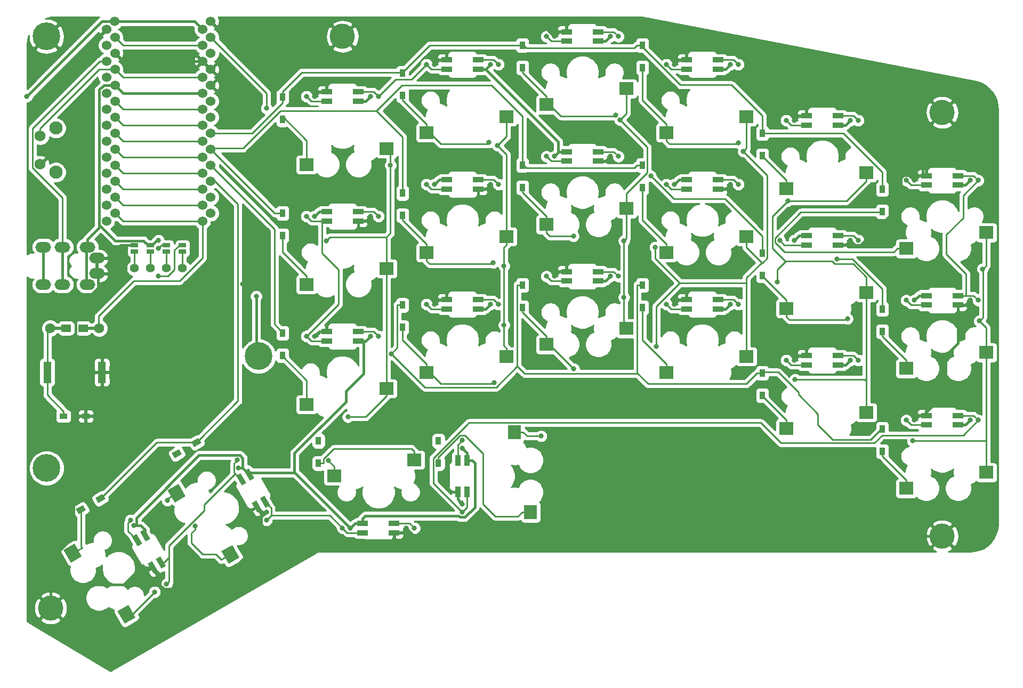
<source format=gbl>
G04 #@! TF.GenerationSoftware,KiCad,Pcbnew,5.1.5+dfsg1-2build2*
G04 #@! TF.CreationDate,2021-01-30T19:31:10+09:00*
G04 #@! TF.ProjectId,silverbullet44,73696c76-6572-4627-956c-6c657434342e,rev?*
G04 #@! TF.SameCoordinates,Original*
G04 #@! TF.FileFunction,Copper,L2,Bot*
G04 #@! TF.FilePolarity,Positive*
%FSLAX46Y46*%
G04 Gerber Fmt 4.6, Leading zero omitted, Abs format (unit mm)*
G04 Created by KiCad (PCBNEW 5.1.5+dfsg1-2build2) date 2021-01-30 19:31:10*
%MOMM*%
%LPD*%
G04 APERTURE LIST*
%ADD10C,4.400000*%
%ADD11C,0.700000*%
%ADD12C,1.397000*%
%ADD13R,2.000000X2.300000*%
%ADD14C,2.100000*%
%ADD15C,1.750000*%
%ADD16R,1.800000X0.820000*%
%ADD17R,0.820000X1.800000*%
%ADD18C,0.100000*%
%ADD19R,2.300000X2.000000*%
%ADD20R,2.900000X0.500000*%
%ADD21R,1.500000X1.200000*%
%ADD22C,1.600000*%
%ADD23C,4.000000*%
%ADD24R,1.300000X3.400000*%
%ADD25R,0.950000X1.300000*%
%ADD26R,1.300000X0.950000*%
%ADD27O,2.500000X1.700000*%
%ADD28C,1.524000*%
%ADD29R,1.143000X0.635000*%
%ADD30C,0.800000*%
%ADD31C,0.250000*%
%ADD32C,0.400000*%
%ADD33C,0.254000*%
G04 APERTURE END LIST*
D10*
X49530000Y-66675000D03*
D11*
X51180000Y-66675000D03*
X50696726Y-67841726D03*
X49530000Y-68325000D03*
X48363274Y-67841726D03*
X47880000Y-66675000D03*
X48363274Y-65508274D03*
X49530000Y-65025000D03*
X50696726Y-65508274D03*
D10*
X15875000Y-84455000D03*
D11*
X17525000Y-84455000D03*
X17041726Y-85621726D03*
X15875000Y-86105000D03*
X14708274Y-85621726D03*
X14225000Y-84455000D03*
X14708274Y-83288274D03*
X15875000Y-82805000D03*
X17041726Y-83288274D03*
D12*
X37465000Y-52705000D03*
X34925000Y-52705000D03*
X32385000Y-52705000D03*
X29845000Y-52705000D03*
D13*
X92750000Y-91425000D03*
X90210000Y-78725000D03*
D14*
X17349000Y-37445000D03*
D15*
X14859000Y-36195000D03*
X14859000Y-31695000D03*
D14*
X17349000Y-30435000D03*
D16*
X60365000Y-43700000D03*
X65365000Y-45200000D03*
X60365000Y-45200000D03*
X65365000Y-43700000D03*
X65365000Y-26150000D03*
X60365000Y-24650000D03*
X65365000Y-24650000D03*
X60365000Y-26150000D03*
X84415000Y-21070000D03*
X79415000Y-19570000D03*
X84415000Y-19570000D03*
X79415000Y-21070000D03*
X65365000Y-64250000D03*
X60365000Y-62750000D03*
X65365000Y-62750000D03*
X60365000Y-64250000D03*
X103465000Y-16625000D03*
X98465000Y-15125000D03*
X103465000Y-15125000D03*
X98465000Y-16625000D03*
X84415000Y-59170000D03*
X79415000Y-57670000D03*
X84415000Y-57670000D03*
X79415000Y-59170000D03*
X122515000Y-21070000D03*
X117515000Y-19570000D03*
X122515000Y-19570000D03*
X117515000Y-21070000D03*
X103465000Y-54725000D03*
X98465000Y-53225000D03*
X103465000Y-53225000D03*
X98465000Y-54725000D03*
X141565000Y-29960000D03*
X136565000Y-28460000D03*
X141565000Y-28460000D03*
X136565000Y-29960000D03*
X122515000Y-59170000D03*
X117515000Y-57670000D03*
X122515000Y-57670000D03*
X117515000Y-59170000D03*
X160615000Y-39485000D03*
X155615000Y-37985000D03*
X160615000Y-37985000D03*
X155615000Y-39485000D03*
X141565000Y-68060000D03*
X136565000Y-66560000D03*
X141565000Y-66560000D03*
X136565000Y-68060000D03*
X155615000Y-57035000D03*
X160615000Y-58535000D03*
X155615000Y-58535000D03*
X160615000Y-57035000D03*
X160615000Y-77585000D03*
X155615000Y-76085000D03*
X160615000Y-76085000D03*
X155615000Y-77585000D03*
X136565000Y-47510000D03*
X141565000Y-49010000D03*
X136565000Y-49010000D03*
X141565000Y-47510000D03*
D17*
X82665000Y-83225000D03*
X81165000Y-88225000D03*
X81165000Y-83225000D03*
X82665000Y-88225000D03*
D16*
X117515000Y-38620000D03*
X122515000Y-40120000D03*
X117515000Y-40120000D03*
X122515000Y-38620000D03*
X66080000Y-93230000D03*
X71080000Y-94730000D03*
X66080000Y-94730000D03*
X71080000Y-93230000D03*
X98465000Y-34175000D03*
X103465000Y-35675000D03*
X98465000Y-35675000D03*
X103465000Y-34175000D03*
G04 #@! TA.AperFunction,SMDPad,CuDef*
D18*
G36*
X48880089Y-86045259D02*
G01*
X48169949Y-86455259D01*
X47269949Y-84896413D01*
X47980089Y-84486413D01*
X48880089Y-86045259D01*
G37*
G04 #@! TD.AperFunction*
G04 #@! TA.AperFunction,SMDPad,CuDef*
G36*
X50081051Y-91125387D02*
G01*
X49370911Y-91535387D01*
X48470911Y-89976541D01*
X49181051Y-89566541D01*
X50081051Y-91125387D01*
G37*
G04 #@! TD.AperFunction*
G04 #@! TA.AperFunction,SMDPad,CuDef*
G36*
X47581051Y-86795259D02*
G01*
X46870911Y-87205259D01*
X45970911Y-85646413D01*
X46681051Y-85236413D01*
X47581051Y-86795259D01*
G37*
G04 #@! TD.AperFunction*
G04 #@! TA.AperFunction,SMDPad,CuDef*
G36*
X51380089Y-90375387D02*
G01*
X50669949Y-90785387D01*
X49769949Y-89226541D01*
X50480089Y-88816541D01*
X51380089Y-90375387D01*
G37*
G04 #@! TD.AperFunction*
D16*
X79415000Y-38620000D03*
X84415000Y-40120000D03*
X79415000Y-40120000D03*
X84415000Y-38620000D03*
G04 #@! TA.AperFunction,SMDPad,CuDef*
D18*
G36*
X32335589Y-95697359D02*
G01*
X31625449Y-96107359D01*
X30725449Y-94548513D01*
X31435589Y-94138513D01*
X32335589Y-95697359D01*
G37*
G04 #@! TD.AperFunction*
G04 #@! TA.AperFunction,SMDPad,CuDef*
G36*
X33536551Y-100777487D02*
G01*
X32826411Y-101187487D01*
X31926411Y-99628641D01*
X32636551Y-99218641D01*
X33536551Y-100777487D01*
G37*
G04 #@! TD.AperFunction*
G04 #@! TA.AperFunction,SMDPad,CuDef*
G36*
X31036551Y-96447359D02*
G01*
X30326411Y-96857359D01*
X29426411Y-95298513D01*
X30136551Y-94888513D01*
X31036551Y-96447359D01*
G37*
G04 #@! TD.AperFunction*
G04 #@! TA.AperFunction,SMDPad,CuDef*
G36*
X34835589Y-100027487D02*
G01*
X34125449Y-100437487D01*
X33225449Y-98878641D01*
X33935589Y-98468641D01*
X34835589Y-100027487D01*
G37*
G04 #@! TD.AperFunction*
G04 #@! TA.AperFunction,SMDPad,CuDef*
G36*
X18579925Y-97457726D02*
G01*
X20311975Y-96457726D01*
X21461975Y-98449584D01*
X19729925Y-99449584D01*
X18579925Y-97457726D01*
G37*
G04 #@! TD.AperFunction*
G04 #@! TA.AperFunction,SMDPad,CuDef*
G36*
X27129629Y-107186249D02*
G01*
X28861679Y-106186249D01*
X30011679Y-108178107D01*
X28279629Y-109178107D01*
X27129629Y-107186249D01*
G37*
G04 #@! TD.AperFunction*
G04 #@! TA.AperFunction,SMDPad,CuDef*
G36*
X35089925Y-87932726D02*
G01*
X36821975Y-86932726D01*
X37971975Y-88924584D01*
X36239925Y-89924584D01*
X35089925Y-87932726D01*
G37*
G04 #@! TD.AperFunction*
G04 #@! TA.AperFunction,SMDPad,CuDef*
G36*
X43639629Y-97661249D02*
G01*
X45371679Y-96661249D01*
X46521679Y-98653107D01*
X44789629Y-99653107D01*
X43639629Y-97661249D01*
G37*
G04 #@! TD.AperFunction*
D19*
X69865000Y-33695000D03*
X57165000Y-36235000D03*
X88915000Y-28615000D03*
X76215000Y-31155000D03*
X107965000Y-24170000D03*
X95265000Y-26710000D03*
X127015000Y-28615000D03*
X114315000Y-31155000D03*
X146065000Y-37505000D03*
X133365000Y-40045000D03*
X165115000Y-47030000D03*
X152415000Y-49570000D03*
X69865000Y-52745000D03*
X57165000Y-55285000D03*
X88915000Y-47665000D03*
X76215000Y-50205000D03*
X107965000Y-43220000D03*
X95265000Y-45760000D03*
X127015000Y-47665000D03*
X114315000Y-50205000D03*
X146065000Y-56555000D03*
X133365000Y-59095000D03*
X165115000Y-66080000D03*
X152415000Y-68620000D03*
X69865000Y-71795000D03*
X57165000Y-74335000D03*
X88915000Y-66715000D03*
X76215000Y-69255000D03*
X107965000Y-62270000D03*
X95265000Y-64810000D03*
X127015000Y-66715000D03*
X114315000Y-69255000D03*
X146065000Y-75605000D03*
X133365000Y-78145000D03*
X165115000Y-85130000D03*
X152415000Y-87670000D03*
X61580000Y-85685000D03*
X74280000Y-83145000D03*
D11*
X17041726Y-14708274D03*
X15875000Y-14225000D03*
X14708274Y-14708274D03*
X14225000Y-15875000D03*
X14708274Y-17041726D03*
X15875000Y-17525000D03*
X17041726Y-17041726D03*
X17525000Y-15875000D03*
D10*
X15875000Y-15875000D03*
D20*
X22820000Y-62230000D03*
D21*
X21670000Y-62230000D03*
X18970000Y-62230000D03*
D20*
X17820000Y-62230000D03*
D22*
X24219999Y-62230000D03*
X16420001Y-62230000D03*
D23*
X62865000Y-15875000D03*
X16510000Y-106680000D03*
X158115000Y-95250000D03*
X158115000Y-27940000D03*
D24*
X24669999Y-69241870D03*
X15970001Y-69241870D03*
D25*
X53340000Y-25530000D03*
X53340000Y-29080000D03*
X72390000Y-21720000D03*
X72390000Y-25270000D03*
X91440000Y-17275000D03*
X91440000Y-20825000D03*
X110490000Y-20825000D03*
X110490000Y-17275000D03*
X129540000Y-34795000D03*
X129540000Y-31245000D03*
X148590000Y-40135000D03*
X148590000Y-43685000D03*
X53340000Y-43945000D03*
X53340000Y-47495000D03*
X72390000Y-40770000D03*
X72390000Y-44320000D03*
X91440000Y-36325000D03*
X91440000Y-39875000D03*
X110490000Y-39875000D03*
X110490000Y-36325000D03*
X129540000Y-53845000D03*
X129540000Y-50295000D03*
X148590000Y-62735000D03*
X148590000Y-59185000D03*
X53340000Y-62995000D03*
X53340000Y-66545000D03*
X72390000Y-58550000D03*
X72390000Y-62100000D03*
X91440000Y-55375000D03*
X91440000Y-58925000D03*
X110490000Y-58925000D03*
X110490000Y-55375000D03*
X129540000Y-72895000D03*
X129540000Y-69345000D03*
X148590000Y-81785000D03*
X148590000Y-78235000D03*
G04 #@! TA.AperFunction,SMDPad,CuDef*
D18*
G36*
X24722612Y-88546138D02*
G01*
X25197612Y-89368862D01*
X24071778Y-90018862D01*
X23596778Y-89196138D01*
X24722612Y-88546138D01*
G37*
G04 #@! TD.AperFunction*
G04 #@! TA.AperFunction,SMDPad,CuDef*
G36*
X21648222Y-90321138D02*
G01*
X22123222Y-91143862D01*
X20997388Y-91793862D01*
X20522388Y-90971138D01*
X21648222Y-90321138D01*
G37*
G04 #@! TD.AperFunction*
G04 #@! TA.AperFunction,SMDPad,CuDef*
G36*
X39962612Y-79656138D02*
G01*
X40437612Y-80478862D01*
X39311778Y-81128862D01*
X38836778Y-80306138D01*
X39962612Y-79656138D01*
G37*
G04 #@! TD.AperFunction*
G04 #@! TA.AperFunction,SMDPad,CuDef*
G36*
X36888222Y-81431138D02*
G01*
X37363222Y-82253862D01*
X36237388Y-82903862D01*
X35762388Y-82081138D01*
X36888222Y-81431138D01*
G37*
G04 #@! TD.AperFunction*
D25*
X59055000Y-83690000D03*
X59055000Y-80140000D03*
X78105000Y-83690000D03*
X78105000Y-80140000D03*
D26*
X22095000Y-76200000D03*
X18545000Y-76200000D03*
D27*
X23865000Y-53535000D03*
X22365000Y-49335000D03*
X18365000Y-49335000D03*
X15365000Y-49335000D03*
X18365000Y-55285000D03*
X15365000Y-55285000D03*
X23865000Y-51085000D03*
X22365000Y-55285000D03*
D28*
X25400000Y-14732000D03*
X26706400Y-13462000D03*
X40640000Y-14732000D03*
X41910000Y-13462000D03*
X40640000Y-17272000D03*
X40640000Y-19812000D03*
X40640000Y-22352000D03*
X40640000Y-24892000D03*
X40640000Y-27432000D03*
X40640000Y-29972000D03*
X40640000Y-32512000D03*
X40640000Y-35052000D03*
X40640000Y-37592000D03*
X40640000Y-40132000D03*
X40640000Y-42672000D03*
X40640000Y-45212000D03*
X25400000Y-45212000D03*
X25400000Y-42672000D03*
X25400000Y-40132000D03*
X25400000Y-37592000D03*
X25400000Y-35052000D03*
X25400000Y-32512000D03*
X25400000Y-29972000D03*
X25400000Y-27432000D03*
X25400000Y-24892000D03*
X25400000Y-22352000D03*
X25400000Y-19812000D03*
X25400000Y-17272000D03*
X41946400Y-16002000D03*
X41946400Y-18542000D03*
X41946400Y-21082000D03*
X41946400Y-23622000D03*
X41946400Y-26162000D03*
X41946400Y-28702000D03*
X41946400Y-31242000D03*
X41946400Y-33782000D03*
X41946400Y-36322000D03*
X41946400Y-38862000D03*
X41946400Y-41402000D03*
X41946400Y-43942000D03*
X26726400Y-43942000D03*
X26726400Y-41402000D03*
X26726400Y-38862000D03*
X26726400Y-36322000D03*
X26726400Y-33782000D03*
X26726400Y-31242000D03*
X26726400Y-28702000D03*
X26726400Y-26162000D03*
X26726400Y-23622000D03*
X26726400Y-21082000D03*
X26726400Y-18542000D03*
X26726400Y-16002000D03*
D29*
X37465000Y-50030380D03*
X37465000Y-49029620D03*
X34925000Y-50030380D03*
X34925000Y-49029620D03*
X32385000Y-49029620D03*
X32385000Y-50030380D03*
X29845000Y-49029620D03*
X29845000Y-50030380D03*
D30*
X72390000Y-21590000D03*
X91440000Y-17145000D03*
X110490000Y-17145000D03*
X129540000Y-31115000D03*
X148590000Y-40005000D03*
X53340000Y-25400000D03*
X53340000Y-29210000D03*
X86119200Y-32683100D03*
X72390000Y-25400000D03*
X106257100Y-28333100D03*
X91440000Y-20955000D03*
X125702700Y-32761700D03*
X110490000Y-20955000D03*
X129540000Y-34925000D03*
X148590000Y-43815000D03*
X111817100Y-38035500D03*
X141373700Y-51255400D03*
X129540000Y-50165000D03*
X148590000Y-59055000D03*
X110490000Y-36195000D03*
X91440000Y-36195000D03*
X72390000Y-40640000D03*
X53340000Y-43815000D03*
X53340000Y-47625000D03*
X86800100Y-51816100D03*
X72390000Y-44450000D03*
X99540800Y-47600800D03*
X91440000Y-40005000D03*
X110490000Y-40005000D03*
X143059200Y-60731400D03*
X129540000Y-53975000D03*
X148590000Y-62865000D03*
X70601600Y-66280600D03*
X110490000Y-55245000D03*
X129540000Y-69215000D03*
X148590000Y-78105000D03*
X91440000Y-55245000D03*
X72390000Y-58420000D03*
X53340000Y-62865000D03*
X53340000Y-66675000D03*
X86954700Y-70876100D03*
X72390000Y-62230000D03*
X99604800Y-68681200D03*
X91440000Y-59055000D03*
X110490000Y-59055000D03*
X129540000Y-73025000D03*
X148590000Y-81915000D03*
X21209000Y-91059000D03*
X78105000Y-80010000D03*
X59055000Y-80010000D03*
X39497000Y-80391000D03*
X24511000Y-89281000D03*
X35040900Y-89579700D03*
X36449000Y-82169000D03*
X59055000Y-83820000D03*
X78105000Y-83820000D03*
X46355000Y-84455000D03*
X153670000Y-57785000D03*
X134620000Y-48260000D03*
X115570000Y-39370000D03*
X96520000Y-34925000D03*
X77470000Y-39370000D03*
X58420000Y-44450000D03*
X64135000Y-93980000D03*
X67310000Y-25400000D03*
X86360000Y-20320000D03*
X105410000Y-15875000D03*
X143510000Y-29210000D03*
X162560000Y-38735000D03*
X67310000Y-63500000D03*
X86360000Y-58420000D03*
X105410000Y-53975000D03*
X124460000Y-58420000D03*
X143510000Y-67310000D03*
X162560000Y-76835000D03*
X81915000Y-81280000D03*
X124460000Y-20320000D03*
X29717994Y-93599000D03*
X33655000Y-48260000D03*
X57150000Y-25400000D03*
X50799994Y-27305000D03*
X22095000Y-74032000D03*
X58420000Y-25400000D03*
X77470000Y-20320000D03*
X96520000Y-15875000D03*
X115570000Y-20320000D03*
X134620000Y-29210000D03*
X153670000Y-38735000D03*
X143510000Y-48260000D03*
X124460000Y-39370000D03*
X58420000Y-63500000D03*
X77470000Y-58420000D03*
X96520000Y-53975000D03*
X115570000Y-58420000D03*
X134620000Y-67310000D03*
X153670000Y-76835000D03*
X81915000Y-90170000D03*
X50800000Y-91440000D03*
X34290000Y-101600000D03*
X162560000Y-57785000D03*
X105410000Y-34925000D03*
X86360000Y-39370000D03*
X67310000Y-44450000D03*
X73025000Y-93980000D03*
X96520000Y-73025000D03*
X54610000Y-88265000D03*
X52705000Y-81915000D03*
X46990000Y-55245000D03*
X39370000Y-73025000D03*
X50800000Y-75565000D03*
X76200000Y-76200000D03*
X55245000Y-59690000D03*
X50800000Y-50165000D03*
X81915000Y-54610000D03*
X92710000Y-49530000D03*
X21590000Y-86995000D03*
X27940000Y-90170000D03*
X66040000Y-58420000D03*
X137795000Y-63500000D03*
X157480000Y-72390000D03*
X95885000Y-67945000D03*
X116840000Y-61595000D03*
X110490000Y-50165000D03*
X111760000Y-43815000D03*
X14605000Y-58420000D03*
X151130000Y-59690000D03*
X43815000Y-84455000D03*
X32385000Y-92075000D03*
X72390000Y-48895000D03*
X102235000Y-31115000D03*
X74422000Y-57785000D03*
X117094000Y-43053000D03*
X121412000Y-53721000D03*
X136144000Y-32893000D03*
X150622000Y-80772000D03*
X93218000Y-33782000D03*
X74635500Y-25359500D03*
X76454000Y-22479000D03*
X123190000Y-43053000D03*
X163195000Y-55245000D03*
X127508000Y-51689000D03*
X45720000Y-26035000D03*
X45720000Y-28575000D03*
X50165000Y-33655000D03*
X50165000Y-36195000D03*
X38735000Y-46990000D03*
X107950000Y-71755000D03*
X100965000Y-66675000D03*
X33591500Y-15494000D03*
X33655000Y-53975000D03*
X33655000Y-49530000D03*
X63723800Y-76313800D03*
X33019500Y-104140000D03*
X70485002Y-36322000D03*
X60324994Y-48317800D03*
X88522600Y-52332000D03*
X87492200Y-33206200D03*
X88522600Y-61723200D03*
X39469400Y-93650300D03*
X106930900Y-29127700D03*
X107572600Y-57312700D03*
X60615700Y-83269100D03*
X107572600Y-48328800D03*
X126525000Y-34139600D03*
X112546600Y-49351000D03*
X94387900Y-79359300D03*
X112734300Y-65109000D03*
X133569500Y-41990700D03*
X131915000Y-54862500D03*
X134747008Y-70358000D03*
X164009200Y-61074200D03*
X164521100Y-52808200D03*
X153416000Y-80137000D03*
X49164200Y-57150000D03*
X12740024Y-25400000D03*
X76200000Y-20320000D03*
X68580000Y-25400000D03*
X87630000Y-20320000D03*
X95250000Y-15875000D03*
X106680000Y-15875000D03*
X114300000Y-20320000D03*
X125730000Y-20320000D03*
X133350000Y-29210000D03*
X144780000Y-29210000D03*
X152400000Y-38735000D03*
X163830000Y-57785000D03*
X163830000Y-38735000D03*
X144780000Y-48260000D03*
X152400000Y-57785000D03*
X106680000Y-34925000D03*
X114300000Y-39370000D03*
X87630000Y-39370000D03*
X95250000Y-34925000D03*
X68580000Y-44450000D03*
X76200000Y-39370000D03*
X57150000Y-63500000D03*
X57150000Y-44450000D03*
X68580000Y-63500000D03*
X76200000Y-58420000D03*
X87630000Y-58420000D03*
X95250000Y-53975000D03*
X106680000Y-53975000D03*
X114300000Y-58420000D03*
X125730000Y-58420000D03*
X133350000Y-67310000D03*
X144780000Y-67310000D03*
X152400000Y-76835000D03*
X163830000Y-76835000D03*
X81915000Y-91440000D03*
X74295000Y-93980000D03*
X81915000Y-80010000D03*
X62865000Y-93980000D03*
X50800000Y-92710000D03*
X125730000Y-39370000D03*
X132301802Y-48259990D03*
X46158000Y-83185000D03*
X34925010Y-102870000D03*
X29210000Y-92710000D03*
D31*
X110229200Y-17275000D02*
X116531800Y-23577600D01*
X116531800Y-23577600D02*
X124669000Y-23577600D01*
X124669000Y-23577600D02*
X129540000Y-28448600D01*
X129540000Y-28448600D02*
X129540000Y-31115000D01*
X110490000Y-17275000D02*
X110229200Y-17275000D01*
X110089900Y-17275000D02*
X109689700Y-17275000D01*
X110089900Y-17275000D02*
X110229200Y-17275000D01*
X91440000Y-17275000D02*
X76705000Y-17275000D01*
X72390000Y-21590000D02*
X76705000Y-17275000D01*
X91440000Y-17145000D02*
X91440000Y-17275000D01*
X129540000Y-31115000D02*
X129540000Y-31245000D01*
X109689700Y-17275000D02*
X109241500Y-17723200D01*
X109241500Y-17723200D02*
X92018200Y-17723200D01*
X92018200Y-17723200D02*
X91440000Y-17145000D01*
X110490000Y-17145000D02*
X110490000Y-17275000D01*
X129540000Y-31245000D02*
X142418600Y-31245000D01*
X142418600Y-31245000D02*
X148590000Y-37416400D01*
X148590000Y-37416400D02*
X148590000Y-40005000D01*
X148590000Y-40005000D02*
X148590000Y-40135000D01*
X72390000Y-21590000D02*
X72390000Y-21720000D01*
X53340000Y-24630000D02*
X53340000Y-25400000D01*
X56380000Y-21590000D02*
X53340000Y-24630000D01*
X72390000Y-21590000D02*
X56380000Y-21590000D01*
X53340000Y-25400000D02*
X53340000Y-25530000D01*
X53340000Y-26430000D02*
X53340000Y-25530000D01*
X48528000Y-31242000D02*
X53340000Y-26430000D01*
X41946400Y-31242000D02*
X48528000Y-31242000D01*
X53340000Y-28575000D02*
X57165000Y-32400000D01*
X57165000Y-32400000D02*
X57165000Y-36235000D01*
X53340000Y-28575000D02*
X53340000Y-28445000D01*
X76215000Y-30686400D02*
X78469000Y-32940400D01*
X78469000Y-32940400D02*
X85861900Y-32940400D01*
X85861900Y-32940400D02*
X86119200Y-32683100D01*
X76215000Y-30686400D02*
X76215000Y-29829700D01*
X76215000Y-31155000D02*
X76215000Y-30686400D01*
X72390000Y-25400000D02*
X72390000Y-26004700D01*
X72390000Y-26004700D02*
X76215000Y-29829700D01*
X72390000Y-25270000D02*
X72390000Y-25400000D01*
X95265000Y-26241400D02*
X97524200Y-28500600D01*
X97524200Y-28500600D02*
X106089600Y-28500600D01*
X106089600Y-28500600D02*
X106257100Y-28333100D01*
X95265000Y-26241400D02*
X95265000Y-25384700D01*
X95265000Y-26710000D02*
X95265000Y-26241400D01*
X91440000Y-20955000D02*
X91440000Y-21559700D01*
X91440000Y-21559700D02*
X95265000Y-25384700D01*
X91440000Y-20825000D02*
X91440000Y-20955000D01*
X110490000Y-20955000D02*
X110490000Y-20825000D01*
X114315000Y-29829700D02*
X110490000Y-26004700D01*
X110490000Y-26004700D02*
X110490000Y-20955000D01*
X114315000Y-32480300D02*
X114788400Y-32953700D01*
X114788400Y-32953700D02*
X125510700Y-32953700D01*
X125510700Y-32953700D02*
X125702700Y-32761700D01*
X114315000Y-31155000D02*
X114315000Y-29829700D01*
X114315000Y-31155000D02*
X114315000Y-32480300D01*
X133365000Y-40045000D02*
X133365000Y-38719700D01*
X129540000Y-34925000D02*
X133334700Y-38719700D01*
X133334700Y-38719700D02*
X133365000Y-38719700D01*
X129540000Y-34925000D02*
X129540000Y-34795000D01*
X148590000Y-43815000D02*
X148590000Y-43685000D01*
X150939700Y-49570000D02*
X150418300Y-50091400D01*
X140978086Y-50091400D02*
X140924476Y-50145010D01*
X133113818Y-50145010D02*
X131576800Y-48607992D01*
X135673788Y-43815000D02*
X148590000Y-43815000D01*
X150418300Y-50091400D02*
X140978086Y-50091400D01*
X140924476Y-50145010D02*
X133113818Y-50145010D01*
X131576800Y-48607992D02*
X131576800Y-47911988D01*
X131576800Y-47911988D02*
X135673788Y-43815000D01*
X152415000Y-49570000D02*
X150939700Y-49570000D01*
X129540000Y-50165000D02*
X129540000Y-47565800D01*
X129540000Y-47565800D02*
X123657900Y-41683700D01*
X123657900Y-41683700D02*
X115465300Y-41683700D01*
X115465300Y-41683700D02*
X111817100Y-38035500D01*
X110490000Y-36325000D02*
X109689700Y-36325000D01*
X109689700Y-36325000D02*
X109241500Y-36773200D01*
X109241500Y-36773200D02*
X92018200Y-36773200D01*
X92018200Y-36773200D02*
X91440000Y-36195000D01*
X110490000Y-36325000D02*
X110490000Y-36195000D01*
X91440000Y-36195000D02*
X91440000Y-28528400D01*
X91440000Y-28528400D02*
X86560000Y-23648400D01*
X86560000Y-23648400D02*
X72333300Y-23648400D01*
X72333300Y-23648400D02*
X68286800Y-27694900D01*
X68286800Y-27694900D02*
X72390000Y-31798100D01*
X72390000Y-31798100D02*
X72390000Y-40640000D01*
X91440000Y-36325000D02*
X91440000Y-36195000D01*
X129540000Y-50295000D02*
X129540000Y-50165000D01*
X141373700Y-51255400D02*
X143895600Y-51255400D01*
X143895600Y-51255400D02*
X148590000Y-55949800D01*
X148590000Y-55949800D02*
X148590000Y-59055000D01*
X72390000Y-40640000D02*
X72390000Y-40770000D01*
X148590000Y-59055000D02*
X148590000Y-59185000D01*
X53340000Y-43815000D02*
X53340000Y-43945000D01*
X52109400Y-43945000D02*
X53340000Y-43945000D01*
X41946400Y-33782000D02*
X52109400Y-43945000D01*
X53015098Y-27694900D02*
X68286800Y-27694900D01*
X47054998Y-33655000D02*
X53015098Y-27694900D01*
X42073400Y-33655000D02*
X47054998Y-33655000D01*
X41946400Y-33782000D02*
X42073400Y-33655000D01*
X57165000Y-55285000D02*
X57165000Y-53959700D01*
X57165000Y-53959700D02*
X53340000Y-50134700D01*
X53340000Y-50134700D02*
X53340000Y-47625000D01*
X53340000Y-47625000D02*
X53340000Y-47495000D01*
X76215000Y-50205000D02*
X76215000Y-51530300D01*
X76215000Y-50205000D02*
X76215000Y-48879700D01*
X72390000Y-44450000D02*
X72390000Y-45054700D01*
X72390000Y-45054700D02*
X76215000Y-48879700D01*
X72390000Y-44320000D02*
X72390000Y-44450000D01*
X76215000Y-51530300D02*
X76675100Y-51990400D01*
X76675100Y-51990400D02*
X86625800Y-51990400D01*
X86625800Y-51990400D02*
X86800100Y-51816100D01*
X95265000Y-45760000D02*
X95265000Y-47085300D01*
X95265000Y-45760000D02*
X95265000Y-44434700D01*
X91440000Y-40005000D02*
X91440000Y-40609700D01*
X91440000Y-40609700D02*
X95265000Y-44434700D01*
X91440000Y-39875000D02*
X91440000Y-40005000D01*
X95265000Y-47085300D02*
X95780500Y-47600800D01*
X95780500Y-47600800D02*
X99540800Y-47600800D01*
X114315000Y-50205000D02*
X114315000Y-48879700D01*
X110490000Y-40005000D02*
X110490000Y-45054700D01*
X110490000Y-45054700D02*
X114315000Y-48879700D01*
X110490000Y-39875000D02*
X110490000Y-40005000D01*
X133365000Y-59095000D02*
X133365000Y-57769700D01*
X129540000Y-53975000D02*
X133334700Y-57769700D01*
X133334700Y-57769700D02*
X133365000Y-57769700D01*
X129540000Y-53845000D02*
X129540000Y-53975000D01*
X133365000Y-59095000D02*
X133365000Y-60420300D01*
X133365000Y-60420300D02*
X133825100Y-60880400D01*
X133825100Y-60880400D02*
X142910200Y-60880400D01*
X142910200Y-60880400D02*
X143059200Y-60731400D01*
X152415000Y-68620000D02*
X152415000Y-67294700D01*
X148590000Y-62865000D02*
X148590000Y-63469700D01*
X148590000Y-63469700D02*
X152415000Y-67294700D01*
X148590000Y-62735000D02*
X148590000Y-62865000D01*
X109689700Y-69358600D02*
X109636200Y-69412100D01*
X109636200Y-69412100D02*
X91777000Y-69412100D01*
X91777000Y-69412100D02*
X90639700Y-68274800D01*
X109689700Y-55375000D02*
X109689700Y-69358600D01*
X109689700Y-69358600D02*
X111405300Y-71074200D01*
X111405300Y-71074200D02*
X127010500Y-71074200D01*
X127010500Y-71074200D02*
X128739700Y-69345000D01*
X110490000Y-55375000D02*
X109689700Y-55375000D01*
X110490000Y-55245000D02*
X110490000Y-55375000D01*
X129540000Y-69215000D02*
X129540000Y-69345000D01*
X90639700Y-68274800D02*
X87289900Y-71624600D01*
X87289900Y-71624600D02*
X75945600Y-71624600D01*
X75945600Y-71624600D02*
X70601600Y-66280600D01*
X90639700Y-55375000D02*
X90639700Y-68274800D01*
X129540000Y-69345000D02*
X128739700Y-69345000D01*
X91440000Y-55375000D02*
X91440000Y-55245000D01*
X72390000Y-58550000D02*
X71589700Y-58550000D01*
X91440000Y-55375000D02*
X90639700Y-55375000D01*
X71589700Y-58550000D02*
X71589700Y-65292500D01*
X71589700Y-65292500D02*
X70601600Y-66280600D01*
X72390000Y-58420000D02*
X72390000Y-58550000D01*
X148590000Y-78105000D02*
X148590000Y-78235000D01*
X53340000Y-62865000D02*
X53340000Y-62995000D01*
X148590000Y-78410000D02*
X148590000Y-78235000D01*
X132062002Y-69215000D02*
X129540000Y-69215000D01*
X135260001Y-72412999D02*
X132062002Y-69215000D01*
X135260001Y-72735003D02*
X135260001Y-72412999D01*
X138350001Y-75825003D02*
X135260001Y-72735003D01*
X138350001Y-77551003D02*
X138350001Y-75825003D01*
X140728999Y-79930001D02*
X138350001Y-77551003D01*
X146764999Y-79930001D02*
X140728999Y-79930001D01*
X148590000Y-78105000D02*
X146764999Y-79930001D01*
X52940001Y-62465001D02*
X53340000Y-62865000D01*
X52070000Y-46445600D02*
X52070000Y-61595000D01*
X52070000Y-61595000D02*
X52940001Y-62465001D01*
X41946400Y-36322000D02*
X52070000Y-46445600D01*
X57165000Y-74335000D02*
X57165000Y-70500000D01*
X57165000Y-70500000D02*
X53340000Y-66675000D01*
X53340000Y-66545000D02*
X53340000Y-66675000D01*
X72390000Y-62230000D02*
X72390000Y-62100000D01*
X76215000Y-67929700D02*
X72390000Y-64104700D01*
X72390000Y-64104700D02*
X72390000Y-62230000D01*
X76215000Y-68765000D02*
X78504300Y-71054300D01*
X78504300Y-71054300D02*
X86776500Y-71054300D01*
X86776500Y-71054300D02*
X86954700Y-70876100D01*
X76215000Y-68765000D02*
X76215000Y-67929700D01*
X76215000Y-69255000D02*
X76215000Y-68765000D01*
X95265000Y-64341400D02*
X99604800Y-68681200D01*
X95265000Y-64341400D02*
X95265000Y-63484700D01*
X95265000Y-64810000D02*
X95265000Y-64341400D01*
X91440000Y-59055000D02*
X91440000Y-59659700D01*
X91440000Y-59659700D02*
X95265000Y-63484700D01*
X91440000Y-58925000D02*
X91440000Y-59055000D01*
X114315000Y-69255000D02*
X114315000Y-67929700D01*
X110490000Y-59055000D02*
X110490000Y-64104700D01*
X110490000Y-64104700D02*
X114315000Y-67929700D01*
X110490000Y-58925000D02*
X110490000Y-59055000D01*
X133365000Y-78145000D02*
X133365000Y-76819700D01*
X129540000Y-73025000D02*
X133334700Y-76819700D01*
X133334700Y-76819700D02*
X133365000Y-76819700D01*
X129540000Y-72895000D02*
X129540000Y-73025000D01*
X152415000Y-87670000D02*
X152415000Y-86344700D01*
X148590000Y-81915000D02*
X148590000Y-82519700D01*
X148590000Y-82519700D02*
X152415000Y-86344700D01*
X148590000Y-81785000D02*
X148590000Y-81915000D01*
X21321300Y-91059000D02*
X21322800Y-91057500D01*
X21209000Y-91059000D02*
X21321300Y-91059000D01*
X21321300Y-91059000D02*
X21321300Y-96903500D01*
X21321300Y-96903500D02*
X21511100Y-97093300D01*
X20020900Y-97953700D02*
X21511100Y-97093300D01*
X39497000Y-80391000D02*
X33401000Y-80391000D01*
X33401000Y-80391000D02*
X24511000Y-89281000D01*
X39637200Y-80392500D02*
X39635700Y-80391000D01*
X39635700Y-80391000D02*
X39497000Y-80391000D01*
X24511000Y-89281000D02*
X24398700Y-89281000D01*
X24398700Y-89281000D02*
X24397200Y-89282500D01*
X59055000Y-80010000D02*
X59055000Y-80140000D01*
X78105000Y-80010000D02*
X78105000Y-80140000D01*
X46264999Y-73764696D02*
X40113028Y-79916667D01*
X46264999Y-42545599D02*
X46264999Y-73764696D01*
X42581400Y-38862000D02*
X46264999Y-42545599D01*
X35040800Y-89289000D02*
X35040900Y-89289100D01*
X35040900Y-89289100D02*
X35040900Y-89579700D01*
X36530900Y-88428700D02*
X35040800Y-89289000D01*
X36449000Y-82169000D02*
X36561300Y-82169000D01*
X36561300Y-82169000D02*
X36562800Y-82167500D01*
X74280000Y-83145000D02*
X74280000Y-81819700D01*
X59055000Y-83690000D02*
X59855300Y-83690000D01*
X59855300Y-83690000D02*
X59855300Y-82989700D01*
X59855300Y-82989700D02*
X61489000Y-81356000D01*
X61489000Y-81356000D02*
X73816300Y-81356000D01*
X73816300Y-81356000D02*
X74280000Y-81819700D01*
X59055000Y-83820000D02*
X59055000Y-83690000D01*
X92750000Y-91425000D02*
X91424700Y-91425000D01*
X78105000Y-83690000D02*
X78105000Y-82714700D01*
X78105000Y-82714700D02*
X81541100Y-79278600D01*
X81541100Y-79278600D02*
X82262100Y-79278600D01*
X82262100Y-79278600D02*
X85151700Y-82168200D01*
X85151700Y-82168200D02*
X85151700Y-90138000D01*
X85151700Y-90138000D02*
X87139100Y-92125400D01*
X87139100Y-92125400D02*
X90724300Y-92125400D01*
X90724300Y-92125400D02*
X91424700Y-91425000D01*
X78105000Y-83820000D02*
X78105000Y-83690000D01*
X29845000Y-50030380D02*
X29845000Y-52705000D01*
D32*
X18365000Y-55285000D02*
X18365000Y-49335000D01*
D31*
X17965000Y-49335000D02*
X18365000Y-49335000D01*
X24322370Y-19812000D02*
X25400000Y-19812000D01*
X13658999Y-30475371D02*
X24322370Y-19812000D01*
X13658999Y-36771001D02*
X13658999Y-30475371D01*
X18365000Y-41477002D02*
X13658999Y-36771001D01*
X18365000Y-49335000D02*
X18365000Y-41477002D01*
D32*
X31530500Y-95123000D02*
X31201100Y-94793500D01*
X31201100Y-94793500D02*
X31530500Y-95122900D01*
X85610000Y-21070000D02*
X86360000Y-20320000D01*
X84415000Y-21070000D02*
X85610000Y-21070000D01*
X97145100Y-34299900D02*
X97145100Y-32605100D01*
X97145100Y-32605100D02*
X85610000Y-21070000D01*
X97145100Y-34299900D02*
X96520000Y-34925000D01*
X97270000Y-34175000D02*
X97145100Y-34299900D01*
X65365000Y-26150000D02*
X66560000Y-26150000D01*
X66560000Y-26150000D02*
X67310000Y-25400000D01*
X60365000Y-43700000D02*
X59170000Y-43700000D01*
X66182800Y-64250000D02*
X66560000Y-64250000D01*
X66560000Y-64250000D02*
X67310000Y-63500000D01*
X65365000Y-64250000D02*
X66182800Y-64250000D01*
X56902800Y-86747800D02*
X55325700Y-85170700D01*
X55325700Y-85170700D02*
X48375200Y-85170700D01*
X48375200Y-85170700D02*
X48075100Y-85470800D01*
X64135000Y-93980000D02*
X56902800Y-86747800D01*
X48075000Y-85470800D02*
X48040600Y-85470800D01*
X48040600Y-85470800D02*
X48040500Y-85470900D01*
X48075100Y-85470800D02*
X48075000Y-85470900D01*
X48075100Y-85470800D02*
X48075000Y-85470800D01*
X66080000Y-93230000D02*
X66080000Y-92420000D01*
X66080000Y-92420000D02*
X66480000Y-92020000D01*
X66480000Y-92020000D02*
X81311000Y-92020000D01*
X81311000Y-92020000D02*
X81531000Y-92240000D01*
X81531000Y-92240000D02*
X82299000Y-92240000D01*
X82299000Y-92240000D02*
X83875000Y-90664000D01*
X83875000Y-90664000D02*
X83875000Y-83625000D01*
X83875000Y-83625000D02*
X83475000Y-83225000D01*
X83475000Y-83225000D02*
X82665000Y-83225000D01*
X84415000Y-59170000D02*
X85610000Y-59170000D01*
X85610000Y-59170000D02*
X86360000Y-58420000D01*
X59170000Y-43700000D02*
X58420000Y-44450000D01*
X78220000Y-38620000D02*
X77470000Y-39370000D01*
X79415000Y-38620000D02*
X78220000Y-38620000D01*
X98465000Y-34175000D02*
X97270000Y-34175000D01*
X116320000Y-38620000D02*
X115570000Y-39370000D01*
X117515000Y-38620000D02*
X116320000Y-38620000D01*
X135370000Y-47510000D02*
X134620000Y-48260000D01*
X136565000Y-47510000D02*
X135370000Y-47510000D01*
X154420000Y-57035000D02*
X153670000Y-57785000D01*
X155615000Y-57035000D02*
X154420000Y-57035000D01*
X64885000Y-93230000D02*
X64135000Y-93980000D01*
X66080000Y-93230000D02*
X64885000Y-93230000D01*
X160615000Y-77585000D02*
X161810000Y-77585000D01*
X161810000Y-77585000D02*
X162560000Y-76835000D01*
X141565000Y-68060000D02*
X142760000Y-68060000D01*
X142760000Y-68060000D02*
X143510000Y-67310000D01*
X122515000Y-59170000D02*
X123710000Y-59170000D01*
X123710000Y-59170000D02*
X124460000Y-58420000D01*
X103465000Y-54725000D02*
X104660000Y-54725000D01*
X104660000Y-54725000D02*
X105410000Y-53975000D01*
X160615000Y-39485000D02*
X161810000Y-39485000D01*
X161810000Y-39485000D02*
X162560000Y-38735000D01*
X141565000Y-29960000D02*
X142760000Y-29960000D01*
X142760000Y-29960000D02*
X143510000Y-29210000D01*
X103465000Y-16625000D02*
X104660000Y-16625000D01*
X104660000Y-16625000D02*
X105410000Y-15875000D01*
X48040500Y-85470900D02*
X47024600Y-84455000D01*
X47024600Y-84455000D02*
X46355000Y-84455000D01*
X82665000Y-83225000D02*
X82665000Y-82030000D01*
X82665000Y-82030000D02*
X81915000Y-81280000D01*
X122515000Y-21070000D02*
X123710000Y-21070000D01*
X123710000Y-21070000D02*
X124460000Y-20320000D01*
X26797000Y-23622000D02*
X28067000Y-24892000D01*
X28067000Y-24892000D02*
X40640000Y-24892000D01*
X26726400Y-23622000D02*
X26797000Y-23622000D01*
X31530519Y-95122936D02*
X31530519Y-94268519D01*
X30861000Y-93599000D02*
X29717994Y-93599000D01*
X31530519Y-94268519D02*
X30861000Y-93599000D01*
X47024600Y-82867598D02*
X47024600Y-84455000D01*
X46542001Y-82384999D02*
X47024600Y-82867598D01*
X40071950Y-82384999D02*
X46542001Y-82384999D01*
X30117993Y-92338956D02*
X40071950Y-82384999D01*
X30117993Y-93199001D02*
X30117993Y-92338956D01*
X29717994Y-93599000D02*
X30117993Y-93199001D01*
X63402000Y-72242000D02*
X66182800Y-69461200D01*
X55245000Y-82062700D02*
X63402000Y-73905700D01*
X66182800Y-69461200D02*
X66182800Y-64250000D01*
X55245000Y-85090000D02*
X55245000Y-82062700D01*
X63402000Y-73905700D02*
X63402000Y-72242000D01*
X56902800Y-86747800D02*
X55245000Y-85090000D01*
X24237999Y-24334239D02*
X24950238Y-23622000D01*
X24950238Y-23622000D02*
X26726400Y-23622000D01*
X24237999Y-45769761D02*
X24237999Y-24334239D01*
X26780357Y-48312119D02*
X24237999Y-45769761D01*
X31249059Y-48312119D02*
X26780357Y-48312119D01*
X31966560Y-49029620D02*
X31249059Y-48312119D01*
X32385000Y-49029620D02*
X31966560Y-49029620D01*
X32635190Y-49029620D02*
X32385000Y-49029620D01*
X33404810Y-48260000D02*
X32635190Y-49029620D01*
X33655000Y-48260000D02*
X33404810Y-48260000D01*
X15365000Y-55285000D02*
X15365000Y-49335000D01*
D31*
X60365000Y-26150000D02*
X57900000Y-26150000D01*
X57900000Y-26150000D02*
X57150000Y-25400000D01*
X50799994Y-24855594D02*
X50799994Y-27305000D01*
X41946400Y-16002000D02*
X50799994Y-24855594D01*
X23865000Y-51085000D02*
X23865000Y-53535000D01*
D32*
X155024200Y-76085000D02*
X158652000Y-72457200D01*
X158652000Y-72457200D02*
X158652000Y-66527000D01*
X158652000Y-66527000D02*
X160615000Y-64564000D01*
X160615000Y-64564000D02*
X160615000Y-58535000D01*
X155024200Y-76085000D02*
X154420000Y-76085000D01*
X155615000Y-76085000D02*
X155024200Y-76085000D01*
X58795000Y-63125000D02*
X58900000Y-63125000D01*
X58900000Y-63125000D02*
X59275000Y-62750000D01*
X58795000Y-63125000D02*
X58420000Y-63500000D01*
X59170000Y-62750000D02*
X58795000Y-63125000D01*
X31162300Y-99949700D02*
X31498000Y-100285400D01*
X31498000Y-100285400D02*
X32649200Y-100285400D01*
X32649200Y-100285400D02*
X32731500Y-100203100D01*
X16510000Y-106680000D02*
X20221800Y-102968200D01*
X20221800Y-102968200D02*
X28143800Y-102968200D01*
X28143800Y-102968200D02*
X31162300Y-99949700D01*
X32752200Y-100223700D02*
X34128400Y-101600000D01*
X34128400Y-101600000D02*
X34290000Y-101600000D01*
X97270000Y-53225000D02*
X96520000Y-53975000D01*
X78220000Y-57670000D02*
X77470000Y-58420000D01*
X49300000Y-90609600D02*
X50130400Y-91440000D01*
X50130400Y-91440000D02*
X50800000Y-91440000D01*
X49241500Y-90551100D02*
X49300000Y-90609600D01*
X49276000Y-90551000D02*
X49276000Y-90585600D01*
X49276000Y-90585600D02*
X49300000Y-90609600D01*
X32752200Y-100223700D02*
X32752100Y-100223700D01*
X32752100Y-100223700D02*
X32731500Y-100203100D01*
X32731500Y-100203000D02*
X32752200Y-100223700D01*
X22095000Y-74032000D02*
X22095000Y-76200000D01*
X24670000Y-71342200D02*
X22095000Y-73917200D01*
X22095000Y-73917200D02*
X22095000Y-74032000D01*
X24670000Y-69241900D02*
X24670000Y-71342200D01*
X155024200Y-37985000D02*
X155024200Y-31030800D01*
X155024200Y-31030800D02*
X158115000Y-27940000D01*
X155024200Y-37985000D02*
X154420000Y-37985000D01*
X155615000Y-37985000D02*
X155024200Y-37985000D01*
X81165000Y-89420000D02*
X81915000Y-90170000D01*
X81165000Y-88225000D02*
X81165000Y-89420000D01*
X154420000Y-76085000D02*
X153670000Y-76835000D01*
X116320000Y-57670000D02*
X115570000Y-58420000D01*
X154420000Y-37985000D02*
X153670000Y-38735000D01*
X135370000Y-28460000D02*
X134620000Y-29210000D01*
X136565000Y-28460000D02*
X135370000Y-28460000D01*
X116320000Y-19570000D02*
X115570000Y-20320000D01*
X117515000Y-19570000D02*
X116320000Y-19570000D01*
X97270000Y-15125000D02*
X96520000Y-15875000D01*
X98465000Y-15125000D02*
X97270000Y-15125000D01*
X78220000Y-19570000D02*
X77470000Y-20320000D01*
X79415000Y-19570000D02*
X78220000Y-19570000D01*
X65365000Y-45200000D02*
X66560000Y-45200000D01*
X66560000Y-45200000D02*
X67310000Y-44450000D01*
X84415000Y-40120000D02*
X85610000Y-40120000D01*
X85610000Y-40120000D02*
X86360000Y-39370000D01*
X103465000Y-35675000D02*
X104660000Y-35675000D01*
X104660000Y-35675000D02*
X105410000Y-34925000D01*
X122515000Y-40120000D02*
X123710000Y-40120000D01*
X123710000Y-40120000D02*
X124460000Y-39370000D01*
X141565000Y-49010000D02*
X142760000Y-49010000D01*
X142760000Y-49010000D02*
X143510000Y-48260000D01*
X160615000Y-58535000D02*
X161810000Y-58535000D01*
X161810000Y-58535000D02*
X162560000Y-57785000D01*
X143510000Y-48260000D02*
X144310000Y-49060000D01*
X144310000Y-49060000D02*
X145164000Y-49060000D01*
X145164000Y-49060000D02*
X151600000Y-42624000D01*
X151600000Y-42624000D02*
X151600000Y-38351000D01*
X151600000Y-38351000D02*
X152016000Y-37935000D01*
X152016000Y-37935000D02*
X152870000Y-37935000D01*
X152870000Y-37935000D02*
X153670000Y-38735000D01*
X71080000Y-95540000D02*
X70680000Y-95940000D01*
X50199500Y-95940000D02*
X50000000Y-95740000D01*
X34290000Y-101600000D02*
X34290000Y-101686000D01*
X50000000Y-95740000D02*
X50000000Y-92240000D01*
X50000000Y-92240000D02*
X50800000Y-91440000D01*
X60365000Y-24650000D02*
X59170000Y-24650000D01*
X59170000Y-24650000D02*
X58420000Y-25400000D01*
X60365000Y-62750000D02*
X59275000Y-62750000D01*
X79415000Y-57670000D02*
X78325000Y-57670000D01*
X98465000Y-53225000D02*
X97375000Y-53225000D01*
X117515000Y-57670000D02*
X116425000Y-57670000D01*
X71080000Y-94730000D02*
X72275000Y-94730000D01*
X72275000Y-94730000D02*
X73025000Y-93980000D01*
X71080000Y-95210000D02*
X71120000Y-95250000D01*
X71080000Y-94730000D02*
X71080000Y-95210000D01*
X71080000Y-95210000D02*
X71080000Y-95540000D01*
X74295000Y-95250000D02*
X158115000Y-95250000D01*
X73025000Y-93980000D02*
X74295000Y-95250000D01*
X27996400Y-19812000D02*
X40640000Y-19812000D01*
X26726400Y-18542000D02*
X27996400Y-19812000D01*
X135370000Y-66560000D02*
X134620000Y-67310000D01*
X136565000Y-66560000D02*
X135370000Y-66560000D01*
X42379999Y-103670001D02*
X50165000Y-95885000D01*
X33890001Y-101999999D02*
X33890001Y-103018993D01*
X33890001Y-103018993D02*
X34541009Y-103670001D01*
X34290000Y-101600000D02*
X33890001Y-101999999D01*
X34541009Y-103670001D02*
X42379999Y-103670001D01*
X50165000Y-95885000D02*
X50199500Y-95940000D01*
X70680000Y-95940000D02*
X50165000Y-95885000D01*
X28873500Y-49029620D02*
X29845000Y-49029620D01*
X27570380Y-49029620D02*
X28873500Y-49029620D01*
X25515000Y-51085000D02*
X27570380Y-49029620D01*
X23865000Y-51085000D02*
X25515000Y-51085000D01*
D31*
X35169782Y-53975000D02*
X33655000Y-53975000D01*
X36195000Y-52949782D02*
X35169782Y-53975000D01*
X36991758Y-49029620D02*
X36195000Y-49826378D01*
X36195000Y-49826378D02*
X36195000Y-52949782D01*
X37465000Y-49029620D02*
X36991758Y-49029620D01*
X34925000Y-49029620D02*
X34155380Y-49029620D01*
X34155380Y-49029620D02*
X33655000Y-49530000D01*
X27996400Y-45212000D02*
X26726400Y-43942000D01*
X40640000Y-45212000D02*
X27996400Y-45212000D01*
X24219999Y-62230000D02*
X24130000Y-62230000D01*
X24130000Y-62230000D02*
X24130000Y-60325000D01*
X24130000Y-60325000D02*
X29754999Y-54700001D01*
X40640000Y-51044782D02*
X40640000Y-45212000D01*
X36984781Y-54700001D02*
X40640000Y-51044782D01*
X29754999Y-54700001D02*
X36984781Y-54700001D01*
X26797000Y-26162000D02*
X28067000Y-27432000D01*
X28067000Y-27432000D02*
X40640000Y-27432000D01*
X26726400Y-26162000D02*
X26797000Y-26162000D01*
X29477300Y-107682200D02*
X33019500Y-104140000D01*
X28570700Y-107682200D02*
X29477300Y-107682200D01*
X70485002Y-34671001D02*
X70485002Y-36322000D01*
X69865000Y-34050999D02*
X70485002Y-34671001D01*
X69865000Y-33695000D02*
X69865000Y-34050999D01*
X69865000Y-71132300D02*
X69865000Y-52705000D01*
X69865000Y-71795000D02*
X69865000Y-71132300D01*
X69865000Y-51495000D02*
X69865000Y-52745000D01*
X69850000Y-47755500D02*
X69850000Y-51480000D01*
X69850000Y-51480000D02*
X69865000Y-51495000D01*
X70485002Y-47120498D02*
X69850000Y-47755500D01*
X70485002Y-36322000D02*
X70485002Y-47120498D01*
X66561200Y-76313800D02*
X63723800Y-76313800D01*
X69865000Y-73010000D02*
X66561200Y-76313800D01*
X69865000Y-71795000D02*
X69865000Y-73010000D01*
X60724993Y-47917801D02*
X60324994Y-48317800D01*
X60887294Y-47755500D02*
X60724993Y-47917801D01*
X69850000Y-47755500D02*
X60887294Y-47755500D01*
X88915000Y-47665000D02*
X88915000Y-48990300D01*
X88522600Y-52332000D02*
X88522600Y-49382700D01*
X88522600Y-49382700D02*
X88915000Y-48990300D01*
X88522600Y-61723200D02*
X88522600Y-52332000D01*
X87492200Y-33206200D02*
X88915000Y-34629000D01*
X88915000Y-34629000D02*
X88915000Y-47665000D01*
X87492200Y-33206200D02*
X88915000Y-31783400D01*
X88915000Y-31783400D02*
X88915000Y-28615000D01*
X88522600Y-61723200D02*
X88522600Y-64997300D01*
X88522600Y-64997300D02*
X88915000Y-65389700D01*
X88915000Y-66715000D02*
X88915000Y-65389700D01*
X45080700Y-98157200D02*
X43590600Y-99017600D01*
X43590600Y-99017600D02*
X42730200Y-98157200D01*
X42730200Y-98157200D02*
X40677200Y-98157200D01*
X40677200Y-98157200D02*
X38860200Y-96340200D01*
X38860200Y-96340200D02*
X38860200Y-94788600D01*
X38860200Y-94788600D02*
X39469400Y-94179400D01*
X39469400Y-94179400D02*
X39469400Y-93650300D01*
X27996400Y-29972000D02*
X40640000Y-29972000D01*
X26726400Y-28702000D02*
X27996400Y-29972000D01*
X107965000Y-43220000D02*
X107965000Y-40814900D01*
X107965000Y-40814900D02*
X111290400Y-37489500D01*
X111290400Y-37489500D02*
X111290400Y-33487200D01*
X111290400Y-33487200D02*
X106930900Y-29127700D01*
X107572600Y-48328800D02*
X107965000Y-47936400D01*
X107965000Y-47936400D02*
X107965000Y-43220000D01*
X107965000Y-24170000D02*
X107965000Y-28093600D01*
X107965000Y-28093600D02*
X106930900Y-29127700D01*
X107572600Y-57312700D02*
X107572600Y-61161700D01*
X107572600Y-61161700D02*
X107965000Y-61554100D01*
X107572600Y-48328800D02*
X107572600Y-57312700D01*
X107965000Y-62270000D02*
X107965000Y-61554100D01*
X60615700Y-83269100D02*
X61580000Y-84233400D01*
X61580000Y-84233400D02*
X61580000Y-85685000D01*
X27996400Y-32512000D02*
X26726400Y-31242000D01*
X40640000Y-32512000D02*
X27996400Y-32512000D01*
X127015000Y-28615000D02*
X127015000Y-33649600D01*
X127015000Y-33649600D02*
X126525000Y-34139600D01*
X126525000Y-34139600D02*
X130340400Y-37955000D01*
X130340400Y-37955000D02*
X130340400Y-51098400D01*
X130340400Y-51098400D02*
X129652700Y-51786100D01*
X129652700Y-51786100D02*
X129424400Y-51786100D01*
X129424400Y-51786100D02*
X127015000Y-49376700D01*
X127015000Y-49376700D02*
X127015000Y-47665000D01*
X129424400Y-51786100D02*
X127015000Y-54195500D01*
X127015000Y-54195500D02*
X127015000Y-55024300D01*
X127015000Y-55024300D02*
X116446000Y-55024300D01*
X127015000Y-66715000D02*
X127015000Y-55024300D01*
X116446000Y-55024300D02*
X112734300Y-58736000D01*
X112734300Y-58736000D02*
X112734300Y-65109000D01*
X116446000Y-55024300D02*
X112546600Y-51124900D01*
X112546600Y-51124900D02*
X112546600Y-49351000D01*
X91535300Y-78725000D02*
X92169600Y-79359300D01*
X92169600Y-79359300D02*
X94387900Y-79359300D01*
X90210000Y-78725000D02*
X91535300Y-78725000D01*
X28067000Y-35052000D02*
X40640000Y-35052000D01*
X26797000Y-33782000D02*
X28067000Y-35052000D01*
X26726400Y-33782000D02*
X26797000Y-33782000D01*
X133569500Y-41990700D02*
X142904600Y-41990700D01*
X142904600Y-41990700D02*
X146065000Y-38830300D01*
X146065000Y-37505000D02*
X146065000Y-38830300D01*
X133289200Y-51556300D02*
X140648900Y-51556300D01*
X140648900Y-51556300D02*
X141099200Y-52006600D01*
X141099200Y-52006600D02*
X143981500Y-52006600D01*
X143981500Y-52006600D02*
X146065000Y-54090100D01*
X146065000Y-54090100D02*
X146065000Y-56555000D01*
X131915000Y-54862500D02*
X131915000Y-52930500D01*
X131915000Y-52930500D02*
X133289200Y-51556300D01*
X146065000Y-70600900D02*
X146065000Y-56555000D01*
X146065000Y-75605000D02*
X146065000Y-70600900D01*
X131126789Y-44433411D02*
X131126789Y-49512590D01*
X133569500Y-41990700D02*
X131126789Y-44433411D01*
X131126789Y-49512590D02*
X133170499Y-51556300D01*
X133170499Y-51556300D02*
X133289200Y-51556300D01*
X26797000Y-36322000D02*
X28067000Y-37592000D01*
X28067000Y-37592000D02*
X40640000Y-37592000D01*
X26726400Y-36322000D02*
X26797000Y-36322000D01*
X145822100Y-70358000D02*
X134747008Y-70358000D01*
X146065000Y-70600900D02*
X145822100Y-70358000D01*
X164521100Y-52808200D02*
X164560700Y-52808200D01*
X164560700Y-52808200D02*
X165115000Y-52253900D01*
X165115000Y-52253900D02*
X165115000Y-47030000D01*
X164560700Y-52808200D02*
X164560700Y-60522700D01*
X164560700Y-60522700D02*
X164009200Y-61074200D01*
X165115000Y-66080000D02*
X165115000Y-62180000D01*
X165115000Y-62180000D02*
X164009200Y-61074200D01*
X165115000Y-80155500D02*
X165115000Y-66080000D01*
X165115000Y-85130000D02*
X165115000Y-80155500D01*
X27996400Y-40132000D02*
X26726400Y-38862000D01*
X40640000Y-40132000D02*
X27996400Y-40132000D01*
X165115000Y-80155500D02*
X165096500Y-80137000D01*
X165096500Y-80137000D02*
X153416000Y-80137000D01*
X27996400Y-22352000D02*
X40640000Y-22352000D01*
X26726400Y-21082000D02*
X27996400Y-22352000D01*
X24234564Y-21082000D02*
X26726400Y-21082000D01*
X14859000Y-30457564D02*
X24234564Y-21082000D01*
X14859000Y-31695000D02*
X14859000Y-30457564D01*
X28067000Y-17272000D02*
X40640000Y-17272000D01*
X26797000Y-16002000D02*
X28067000Y-17272000D01*
X26726400Y-16002000D02*
X26797000Y-16002000D01*
X27996400Y-42672000D02*
X26726400Y-41402000D01*
X40640000Y-42672000D02*
X27996400Y-42672000D01*
X18545000Y-75399700D02*
X15970000Y-72824700D01*
X15970000Y-72824700D02*
X15970000Y-69241900D01*
X18545000Y-76200000D02*
X18545000Y-75399700D01*
X17820000Y-62230000D02*
X18970000Y-62230000D01*
X50696700Y-67841700D02*
X51180000Y-67358400D01*
X51180000Y-67358400D02*
X51180000Y-66675000D01*
X48363300Y-67841700D02*
X47880000Y-67358400D01*
X47880000Y-67358400D02*
X47880000Y-66675000D01*
X47880000Y-66675000D02*
X48363300Y-66191700D01*
X48363300Y-66191700D02*
X48363300Y-65508300D01*
D32*
X49164200Y-64659200D02*
X49530000Y-65025000D01*
X49530000Y-65025000D02*
X49530000Y-66675000D01*
X49164200Y-57150000D02*
X49164200Y-64659200D01*
X26706400Y-13462000D02*
X24678024Y-13462000D01*
X24678024Y-13462000D02*
X12740024Y-25400000D01*
X39370000Y-13462000D02*
X40640000Y-14732000D01*
X26706400Y-13462000D02*
X39370000Y-13462000D01*
X14708300Y-85621700D02*
X14225000Y-85138400D01*
X14225000Y-85138400D02*
X14225000Y-84455000D01*
X14225000Y-84455000D02*
X14708300Y-83971700D01*
X14708300Y-83971700D02*
X14708300Y-83288300D01*
X17525000Y-84455000D02*
X17041700Y-83971700D01*
X17041700Y-83971700D02*
X17041700Y-83288300D01*
X17525000Y-84455000D02*
X17041700Y-84938300D01*
X17041700Y-84938300D02*
X17041700Y-85621700D01*
D31*
X76200000Y-20320000D02*
X73824600Y-22695400D01*
X73824600Y-22695400D02*
X71284600Y-22695400D01*
X71284600Y-22695400D02*
X68580000Y-25400000D01*
X79415000Y-21070000D02*
X76950000Y-21070000D01*
X76950000Y-21070000D02*
X76200000Y-20320000D01*
X65365000Y-24650000D02*
X67830000Y-24650000D01*
X67830000Y-24650000D02*
X68580000Y-25400000D01*
X84415000Y-19570000D02*
X86880000Y-19570000D01*
X86880000Y-19570000D02*
X87630000Y-20320000D01*
X98465000Y-16625000D02*
X96000000Y-16625000D01*
X96000000Y-16625000D02*
X95250000Y-15875000D01*
X103465000Y-15125000D02*
X105930000Y-15125000D01*
X105930000Y-15125000D02*
X106680000Y-15875000D01*
X117515000Y-21070000D02*
X115050000Y-21070000D01*
X115050000Y-21070000D02*
X114300000Y-20320000D01*
X122515000Y-19570000D02*
X124980000Y-19570000D01*
X124980000Y-19570000D02*
X125730000Y-20320000D01*
X136565000Y-29960000D02*
X134100000Y-29960000D01*
X134100000Y-29960000D02*
X133350000Y-29210000D01*
X141565000Y-28460000D02*
X144030000Y-28460000D01*
X144030000Y-28460000D02*
X144780000Y-29210000D01*
X155615000Y-39485000D02*
X153150000Y-39485000D01*
X153150000Y-39485000D02*
X152400000Y-38735000D01*
X161883400Y-57035000D02*
X161883400Y-53575500D01*
X161883400Y-53575500D02*
X158769200Y-50461300D01*
X158769200Y-50461300D02*
X158769200Y-47359800D01*
X158769200Y-47359800D02*
X161432900Y-44696100D01*
X161432900Y-44696100D02*
X161432900Y-41132100D01*
X161432900Y-41132100D02*
X163830000Y-38735000D01*
X161883400Y-57035000D02*
X163080000Y-57035000D01*
X163080000Y-57035000D02*
X163830000Y-57785000D01*
X160615000Y-57035000D02*
X161883400Y-57035000D01*
X160615000Y-37985000D02*
X163080000Y-37985000D01*
X163080000Y-37985000D02*
X163830000Y-38735000D01*
X141565000Y-47510000D02*
X144030000Y-47510000D01*
X144030000Y-47510000D02*
X144780000Y-48260000D01*
X155615000Y-58535000D02*
X153150000Y-58535000D01*
X153150000Y-58535000D02*
X152400000Y-57785000D01*
X103465000Y-34175000D02*
X105930000Y-34175000D01*
X105930000Y-34175000D02*
X106680000Y-34925000D01*
X117515000Y-40120000D02*
X115050000Y-40120000D01*
X115050000Y-40120000D02*
X114300000Y-39370000D01*
X84415000Y-38620000D02*
X86880000Y-38620000D01*
X86880000Y-38620000D02*
X87630000Y-39370000D01*
X98465000Y-35675000D02*
X96000000Y-35675000D01*
X96000000Y-35675000D02*
X95250000Y-34925000D01*
X65365000Y-43700000D02*
X67830000Y-43700000D01*
X67830000Y-43700000D02*
X68580000Y-44450000D01*
X79415000Y-40120000D02*
X76950000Y-40120000D01*
X76950000Y-40120000D02*
X76200000Y-39370000D01*
X57150000Y-63179900D02*
X57150000Y-63500000D01*
X59600100Y-45200000D02*
X57900000Y-45200000D01*
X57900000Y-45200000D02*
X57150000Y-44450000D01*
X60365000Y-45200000D02*
X59600100Y-45200000D01*
X60365000Y-64250000D02*
X57900000Y-64250000D01*
X57900000Y-64250000D02*
X57150000Y-63500000D01*
X59600100Y-47969692D02*
X59600100Y-45200000D01*
X59599993Y-47969799D02*
X59600100Y-47969692D01*
X59599993Y-50259293D02*
X59599993Y-47969799D01*
X62223300Y-52882600D02*
X59599993Y-50259293D01*
X62223300Y-58426700D02*
X62223300Y-52882600D01*
X57150000Y-63500000D02*
X62223300Y-58426700D01*
X65365000Y-62750000D02*
X67830000Y-62750000D01*
X67830000Y-62750000D02*
X68580000Y-63500000D01*
X79415000Y-59170000D02*
X76950000Y-59170000D01*
X76950000Y-59170000D02*
X76200000Y-58420000D01*
X84415000Y-57670000D02*
X86880000Y-57670000D01*
X86880000Y-57670000D02*
X87630000Y-58420000D01*
X98465000Y-54725000D02*
X96000000Y-54725000D01*
X96000000Y-54725000D02*
X95250000Y-53975000D01*
X103465000Y-53225000D02*
X105930000Y-53225000D01*
X105930000Y-53225000D02*
X106680000Y-53975000D01*
X117515000Y-59170000D02*
X115050000Y-59170000D01*
X115050000Y-59170000D02*
X114300000Y-58420000D01*
X122515000Y-57670000D02*
X124980000Y-57670000D01*
X124980000Y-57670000D02*
X125730000Y-58420000D01*
X136565000Y-68060000D02*
X134100000Y-68060000D01*
X134100000Y-68060000D02*
X133350000Y-67310000D01*
X141565000Y-66560000D02*
X144030000Y-66560000D01*
X144030000Y-66560000D02*
X144780000Y-67310000D01*
X155615000Y-77585000D02*
X153150000Y-77585000D01*
X153150000Y-77585000D02*
X152400000Y-76835000D01*
X98977600Y-77249600D02*
X82933200Y-77249600D01*
X77304600Y-82878200D02*
X77304600Y-86829600D01*
X77304600Y-86829600D02*
X81915000Y-91440000D01*
X160615000Y-76085000D02*
X163080000Y-76085000D01*
X163080000Y-76085000D02*
X163830000Y-76835000D01*
X82665000Y-88225000D02*
X82665000Y-90690000D01*
X82665000Y-90690000D02*
X81915000Y-91440000D01*
X82631400Y-77551400D02*
X77304600Y-82878200D01*
X82933200Y-77249600D02*
X82631400Y-77551400D01*
X82932801Y-77249999D02*
X82631400Y-77551400D01*
X132497500Y-80427500D02*
X129319999Y-77249999D01*
X147353900Y-80427500D02*
X132497500Y-80427500D01*
X129319999Y-77249999D02*
X82932801Y-77249999D01*
X148571000Y-79210400D02*
X147353900Y-80427500D01*
X161454600Y-79210400D02*
X148571000Y-79210400D01*
X163830000Y-76835000D02*
X161454600Y-79210400D01*
X71080000Y-93230000D02*
X73545000Y-93230000D01*
X73545000Y-93230000D02*
X74295000Y-93980000D01*
X81165000Y-83225000D02*
X81165000Y-80760000D01*
X81165000Y-80760000D02*
X81915000Y-80010000D01*
X51525000Y-91985000D02*
X50800000Y-92710000D01*
X50557700Y-89818300D02*
X51525000Y-90785500D01*
X51525000Y-90785500D02*
X51525000Y-91985000D01*
X62865000Y-93980000D02*
X60870000Y-91985000D01*
X60870000Y-91985000D02*
X51525000Y-91985000D01*
X50540500Y-89801100D02*
X50557700Y-89818300D01*
X50575000Y-89801000D02*
X50557700Y-89818300D01*
X66080000Y-94730000D02*
X63615000Y-94730000D01*
X63615000Y-94730000D02*
X62865000Y-93980000D01*
X122515000Y-38620000D02*
X124980000Y-38620000D01*
X124980000Y-38620000D02*
X125730000Y-39370000D01*
X133051812Y-49010000D02*
X132301802Y-48259990D01*
X136565000Y-49010000D02*
X133051812Y-49010000D01*
X46776000Y-86220800D02*
X46741600Y-86220800D01*
X46741600Y-86220800D02*
X46741500Y-86220900D01*
X46741500Y-86220900D02*
X45842300Y-85321700D01*
X45842300Y-85321700D02*
X45630000Y-85109500D01*
X45630000Y-85109500D02*
X45630000Y-83713000D01*
X45630000Y-83713000D02*
X46158000Y-83185000D01*
X35325009Y-97314191D02*
X35325009Y-102470001D01*
X35325009Y-102470001D02*
X34925010Y-102870000D01*
X35325009Y-98632000D02*
X35325009Y-97314191D01*
X34503945Y-99453064D02*
X35325009Y-98632000D01*
X34030519Y-99453064D02*
X34503945Y-99453064D01*
X35325009Y-96768991D02*
X35325009Y-97314191D01*
X40864700Y-91229300D02*
X35325009Y-96768991D01*
X40864700Y-90299300D02*
X40864700Y-91229300D01*
X45842300Y-85321700D02*
X40864700Y-90299300D01*
X28810001Y-94451501D02*
X28810001Y-93109999D01*
X28810001Y-93109999D02*
X29210000Y-92710000D01*
X30231500Y-95873000D02*
X28810001Y-94451501D01*
X37465000Y-50030380D02*
X37465000Y-52705000D01*
X34925000Y-50030380D02*
X34925000Y-52705000D01*
X32385000Y-50030380D02*
X32385000Y-52705000D01*
D32*
X22365000Y-55285000D02*
X22177600Y-55097600D01*
X22177600Y-49522400D02*
X22365000Y-49335000D01*
X22177600Y-55097600D02*
X22177600Y-49522400D01*
X24237999Y-46212001D02*
X24237999Y-45769761D01*
X22365000Y-48085000D02*
X24237999Y-46212001D01*
X22365000Y-49335000D02*
X22365000Y-48085000D01*
X24015010Y-53685010D02*
X23865000Y-53535000D01*
X24015010Y-55802771D02*
X24015010Y-53685010D01*
X20519999Y-66141870D02*
X20519999Y-59297782D01*
X23619999Y-69241870D02*
X20519999Y-66141870D01*
X20519999Y-59297782D02*
X24015010Y-55802771D01*
X24669999Y-69241870D02*
X23619999Y-69241870D01*
X16510000Y-103851573D02*
X16510000Y-106680000D01*
X16510000Y-98961949D02*
X16510000Y-103851573D01*
X21045000Y-76200000D02*
X20122378Y-77122622D01*
X20122378Y-95349571D02*
X16510000Y-98961949D01*
X20122378Y-77122622D02*
X20122378Y-95349571D01*
X22095000Y-76200000D02*
X21045000Y-76200000D01*
X96120001Y-15475001D02*
X96520000Y-15875000D01*
X94520001Y-13875001D02*
X96120001Y-15475001D01*
X64864999Y-13875001D02*
X94520001Y-13875001D01*
X62865000Y-15875000D02*
X64864999Y-13875001D01*
D31*
X15970001Y-62680000D02*
X16420001Y-62230000D01*
X15970001Y-69241870D02*
X15970001Y-62680000D01*
D33*
G36*
X163615704Y-23066236D02*
G01*
X164360012Y-23326030D01*
X165036180Y-23707670D01*
X165634075Y-24203016D01*
X166134804Y-24796410D01*
X166522540Y-25469102D01*
X166785025Y-26199824D01*
X166916931Y-26983118D01*
X166930000Y-27318825D01*
X166930001Y-93313371D01*
X166858158Y-94118359D01*
X166653277Y-94867277D01*
X166319013Y-95568075D01*
X165865931Y-96198605D01*
X165308354Y-96738935D01*
X164663901Y-97171989D01*
X163952956Y-97484073D01*
X163192506Y-97666640D01*
X162533968Y-97715000D01*
X159060929Y-97715000D01*
X159149526Y-97687279D01*
X159566772Y-97464258D01*
X159782894Y-97097499D01*
X158115000Y-95429605D01*
X156447106Y-97097499D01*
X156663228Y-97464258D01*
X157123105Y-97704938D01*
X157157347Y-97715000D01*
X59113325Y-97715000D01*
X59101888Y-97713108D01*
X59043519Y-97715000D01*
X59020123Y-97715000D01*
X59008645Y-97716130D01*
X58962105Y-97717639D01*
X58939215Y-97722968D01*
X58915816Y-97725273D01*
X58871239Y-97738795D01*
X58825890Y-97749354D01*
X58804479Y-97759047D01*
X58781980Y-97765872D01*
X58740899Y-97787830D01*
X58730407Y-97792580D01*
X58710172Y-97804254D01*
X58658637Y-97831800D01*
X58649670Y-97839159D01*
X26039289Y-116652841D01*
X12775000Y-108814853D01*
X12775000Y-108527499D01*
X14842106Y-108527499D01*
X15058228Y-108894258D01*
X15518105Y-109134938D01*
X16016098Y-109281275D01*
X16533071Y-109327648D01*
X17049159Y-109272273D01*
X17544526Y-109117279D01*
X17961772Y-108894258D01*
X18177894Y-108527499D01*
X16510000Y-106859605D01*
X14842106Y-108527499D01*
X12775000Y-108527499D01*
X12775000Y-106703071D01*
X13862352Y-106703071D01*
X13917727Y-107219159D01*
X14072721Y-107714526D01*
X14295742Y-108131772D01*
X14662501Y-108347894D01*
X16330395Y-106680000D01*
X16689605Y-106680000D01*
X18357499Y-108347894D01*
X18724258Y-108131772D01*
X18964938Y-107671895D01*
X19111275Y-107173902D01*
X19157648Y-106656929D01*
X19102273Y-106140841D01*
X18947279Y-105645474D01*
X18724258Y-105228228D01*
X18357499Y-105012106D01*
X16689605Y-106680000D01*
X16330395Y-106680000D01*
X14662501Y-105012106D01*
X14295742Y-105228228D01*
X14055062Y-105688105D01*
X13908725Y-106186098D01*
X13862352Y-106703071D01*
X12775000Y-106703071D01*
X12775000Y-104832501D01*
X14842106Y-104832501D01*
X16510000Y-106500395D01*
X18177894Y-104832501D01*
X17961772Y-104465742D01*
X17501895Y-104225062D01*
X17003902Y-104078725D01*
X16486929Y-104032352D01*
X15970841Y-104087727D01*
X15475474Y-104242721D01*
X15058228Y-104465742D01*
X14842106Y-104832501D01*
X12775000Y-104832501D01*
X12775000Y-97415994D01*
X17943219Y-97415994D01*
X17947312Y-97541011D01*
X17975715Y-97662828D01*
X18027338Y-97776762D01*
X19177338Y-99768620D01*
X19250197Y-99870294D01*
X19341491Y-99955801D01*
X19447713Y-100021853D01*
X19564780Y-100065914D01*
X19578531Y-100068184D01*
X19500591Y-100460016D01*
X19500591Y-100880574D01*
X19582638Y-101293051D01*
X19743579Y-101681597D01*
X19977228Y-102031278D01*
X20274608Y-102328658D01*
X20624289Y-102562307D01*
X21012835Y-102723248D01*
X21425312Y-102805295D01*
X21845870Y-102805295D01*
X22258347Y-102723248D01*
X22646893Y-102562307D01*
X22996574Y-102328658D01*
X23293954Y-102031278D01*
X23527603Y-101681597D01*
X23688544Y-101293051D01*
X23770591Y-100880574D01*
X23770591Y-100460016D01*
X23752187Y-100367493D01*
X23823051Y-100353397D01*
X24211597Y-100192456D01*
X24561278Y-99958807D01*
X24661086Y-99858999D01*
X24620000Y-100065551D01*
X24620000Y-100594449D01*
X24723183Y-101113186D01*
X24925583Y-101601825D01*
X25219424Y-102041588D01*
X25593412Y-102415576D01*
X26033175Y-102709417D01*
X26375957Y-102851401D01*
X25998993Y-103007545D01*
X25649312Y-103241194D01*
X25502159Y-103388347D01*
X25186893Y-103177693D01*
X24798347Y-103016752D01*
X24385870Y-102934705D01*
X23965312Y-102934705D01*
X23552835Y-103016752D01*
X23164289Y-103177693D01*
X22814608Y-103411342D01*
X22517228Y-103708722D01*
X22283579Y-104058403D01*
X22122638Y-104446949D01*
X22040591Y-104859426D01*
X22040591Y-105279984D01*
X22122638Y-105692461D01*
X22283579Y-106081007D01*
X22517228Y-106430688D01*
X22814608Y-106728068D01*
X23164289Y-106961717D01*
X23552835Y-107122658D01*
X23965312Y-107204705D01*
X24385870Y-107204705D01*
X24798347Y-107122658D01*
X25186893Y-106961717D01*
X25536574Y-106728068D01*
X25683727Y-106580915D01*
X25998993Y-106791569D01*
X26387539Y-106952510D01*
X26528558Y-106980561D01*
X26513299Y-107021104D01*
X26492923Y-107144517D01*
X26497016Y-107269534D01*
X26525419Y-107391351D01*
X26577042Y-107505285D01*
X27727042Y-109497143D01*
X27799901Y-109598817D01*
X27891195Y-109684324D01*
X27997417Y-109750376D01*
X28114484Y-109794437D01*
X28237897Y-109814813D01*
X28362914Y-109810720D01*
X28484731Y-109782317D01*
X28598665Y-109730693D01*
X30330715Y-108730693D01*
X30432389Y-108657835D01*
X30517896Y-108566541D01*
X30583948Y-108460319D01*
X30628009Y-108343252D01*
X30648385Y-108219839D01*
X30644292Y-108094822D01*
X30615889Y-107973005D01*
X30564266Y-107859071D01*
X30495074Y-107739227D01*
X33059302Y-105175000D01*
X33121439Y-105175000D01*
X33321398Y-105135226D01*
X33509756Y-105057205D01*
X33679274Y-104943937D01*
X33823437Y-104799774D01*
X33936705Y-104630256D01*
X34014726Y-104441898D01*
X34054500Y-104241939D01*
X34054500Y-104038061D01*
X34014726Y-103838102D01*
X33936705Y-103649744D01*
X33823437Y-103480226D01*
X33679274Y-103336063D01*
X33509756Y-103222795D01*
X33321398Y-103144774D01*
X33121439Y-103105000D01*
X32917561Y-103105000D01*
X32717602Y-103144774D01*
X32529244Y-103222795D01*
X32359726Y-103336063D01*
X32215563Y-103480226D01*
X32102295Y-103649744D01*
X32024274Y-103838102D01*
X31984500Y-104038061D01*
X31984500Y-104100198D01*
X31430000Y-104654698D01*
X31430000Y-104573300D01*
X31369089Y-104267082D01*
X31249609Y-103978630D01*
X31076150Y-103719030D01*
X30855379Y-103498259D01*
X30595779Y-103324800D01*
X30307327Y-103205320D01*
X30001109Y-103144409D01*
X29688891Y-103144409D01*
X29382673Y-103205320D01*
X29094221Y-103324800D01*
X28834621Y-103498259D01*
X28718985Y-103613895D01*
X28668658Y-103538574D01*
X28371278Y-103241194D01*
X28021597Y-103007545D01*
X27887069Y-102951822D01*
X28088186Y-102911817D01*
X28576825Y-102709417D01*
X29016588Y-102415576D01*
X29390576Y-102041588D01*
X29684417Y-101601825D01*
X29886817Y-101113186D01*
X29914695Y-100973031D01*
X31969359Y-100973031D01*
X32273824Y-101506523D01*
X32346682Y-101608197D01*
X32437977Y-101693704D01*
X32544199Y-101759756D01*
X32661265Y-101803817D01*
X32784678Y-101824192D01*
X32909696Y-101820101D01*
X33031512Y-101791697D01*
X33145447Y-101740073D01*
X33251514Y-101675288D01*
X33309621Y-101458431D01*
X32684996Y-100376549D01*
X32027466Y-100756174D01*
X31969359Y-100973031D01*
X29914695Y-100973031D01*
X29990000Y-100594449D01*
X29990000Y-100065551D01*
X29886817Y-99546814D01*
X29684417Y-99058175D01*
X29390576Y-98618412D01*
X29016588Y-98244424D01*
X28576825Y-97950583D01*
X28088186Y-97748183D01*
X27569449Y-97645000D01*
X27040551Y-97645000D01*
X26521814Y-97748183D01*
X26033175Y-97950583D01*
X25593412Y-98244424D01*
X25335295Y-98502541D01*
X25335295Y-98090165D01*
X25253248Y-97677688D01*
X25165933Y-97466892D01*
X25227327Y-97454680D01*
X25515779Y-97335200D01*
X25775379Y-97161741D01*
X25996150Y-96940970D01*
X26169609Y-96681370D01*
X26289089Y-96392918D01*
X26350000Y-96086700D01*
X26350000Y-95774482D01*
X26289089Y-95468264D01*
X26169609Y-95179812D01*
X25996150Y-94920212D01*
X25775379Y-94699441D01*
X25515779Y-94525982D01*
X25227327Y-94406502D01*
X24921109Y-94345591D01*
X24608891Y-94345591D01*
X24302673Y-94406502D01*
X24014221Y-94525982D01*
X23754621Y-94699441D01*
X23533850Y-94920212D01*
X23360391Y-95179812D01*
X23240911Y-95468264D01*
X23180000Y-95774482D01*
X23180000Y-96086700D01*
X23195663Y-96165444D01*
X22990016Y-96165444D01*
X22577539Y-96247491D01*
X22188993Y-96408432D01*
X22081300Y-96480390D01*
X22081300Y-91904848D01*
X22442258Y-91696449D01*
X22543932Y-91623590D01*
X22629439Y-91532296D01*
X22695491Y-91426074D01*
X22739552Y-91309007D01*
X22759928Y-91185594D01*
X22755835Y-91060577D01*
X22727432Y-90938760D01*
X22675809Y-90824826D01*
X22200809Y-90002102D01*
X22127950Y-89900428D01*
X22036656Y-89814922D01*
X21930434Y-89748869D01*
X21813367Y-89704808D01*
X21689954Y-89684432D01*
X21564937Y-89688525D01*
X21443121Y-89716928D01*
X21329186Y-89768551D01*
X20203352Y-90418551D01*
X20101678Y-90491410D01*
X20016171Y-90582704D01*
X19950119Y-90688926D01*
X19906058Y-90805993D01*
X19885682Y-90929406D01*
X19889775Y-91054423D01*
X19918178Y-91176240D01*
X19969801Y-91290174D01*
X20444801Y-92112898D01*
X20517660Y-92214572D01*
X20561300Y-92255445D01*
X20561301Y-95873079D01*
X20477120Y-95841396D01*
X20353707Y-95821020D01*
X20228690Y-95825113D01*
X20106873Y-95853516D01*
X19992939Y-95905140D01*
X18260889Y-96905140D01*
X18159215Y-96977998D01*
X18073708Y-97069292D01*
X18007656Y-97175514D01*
X17963595Y-97292581D01*
X17943219Y-97415994D01*
X12775000Y-97415994D01*
X12775000Y-84175777D01*
X13040000Y-84175777D01*
X13040000Y-84734223D01*
X13148948Y-85281939D01*
X13362656Y-85797876D01*
X13672912Y-86262207D01*
X14067793Y-86657088D01*
X14532124Y-86967344D01*
X15048061Y-87181052D01*
X15595777Y-87290000D01*
X16154223Y-87290000D01*
X16701939Y-87181052D01*
X17217876Y-86967344D01*
X17682207Y-86657088D01*
X18077088Y-86262207D01*
X18387344Y-85797876D01*
X18601052Y-85281939D01*
X18710000Y-84734223D01*
X18710000Y-84175777D01*
X18601052Y-83628061D01*
X18387344Y-83112124D01*
X18077088Y-82647793D01*
X17682207Y-82252912D01*
X17217876Y-81942656D01*
X16701939Y-81728948D01*
X16154223Y-81620000D01*
X15595777Y-81620000D01*
X15048061Y-81728948D01*
X14532124Y-81942656D01*
X14067793Y-82252912D01*
X13672912Y-82647793D01*
X13362656Y-83112124D01*
X13148948Y-83628061D01*
X13040000Y-84175777D01*
X12775000Y-84175777D01*
X12775000Y-54141554D01*
X12777733Y-54144287D01*
X12980008Y-54279443D01*
X13204764Y-54372540D01*
X13443363Y-54420000D01*
X13686637Y-54420000D01*
X13766935Y-54404028D01*
X13724294Y-54455986D01*
X13586401Y-54713966D01*
X13501487Y-54993889D01*
X13472815Y-55285000D01*
X13501487Y-55576111D01*
X13586401Y-55856034D01*
X13724294Y-56114014D01*
X13909866Y-56340134D01*
X14135986Y-56525706D01*
X14393966Y-56663599D01*
X14673889Y-56748513D01*
X14892050Y-56770000D01*
X15837950Y-56770000D01*
X16056111Y-56748513D01*
X16336034Y-56663599D01*
X16594014Y-56525706D01*
X16820134Y-56340134D01*
X16865000Y-56285465D01*
X16909866Y-56340134D01*
X17135986Y-56525706D01*
X17393966Y-56663599D01*
X17673889Y-56748513D01*
X17892050Y-56770000D01*
X18837950Y-56770000D01*
X19056111Y-56748513D01*
X19336034Y-56663599D01*
X19594014Y-56525706D01*
X19820134Y-56340134D01*
X20005706Y-56114014D01*
X20143599Y-55856034D01*
X20228513Y-55576111D01*
X20257185Y-55285000D01*
X20228513Y-54993889D01*
X20143599Y-54713966D01*
X20005706Y-54455986D01*
X19820134Y-54229866D01*
X19594014Y-54044294D01*
X19336034Y-53906401D01*
X19200000Y-53865135D01*
X19200000Y-50754865D01*
X19336034Y-50713599D01*
X19594014Y-50575706D01*
X19820134Y-50390134D01*
X20005706Y-50164014D01*
X20143599Y-49906034D01*
X20228513Y-49626111D01*
X20257185Y-49335000D01*
X20228513Y-49043889D01*
X20143599Y-48763966D01*
X20005706Y-48505986D01*
X19820134Y-48279866D01*
X19594014Y-48094294D01*
X19336034Y-47956401D01*
X19125000Y-47892384D01*
X19125000Y-41514324D01*
X19128676Y-41477001D01*
X19125000Y-41439678D01*
X19125000Y-41439669D01*
X19114003Y-41328016D01*
X19070546Y-41184755D01*
X18999974Y-41052726D01*
X18961832Y-41006250D01*
X18928799Y-40965998D01*
X18928795Y-40965994D01*
X18905001Y-40937001D01*
X18876008Y-40913207D01*
X17070393Y-39107593D01*
X17183042Y-39130000D01*
X17514958Y-39130000D01*
X17840496Y-39065246D01*
X18147147Y-38938228D01*
X18423125Y-38753825D01*
X18657825Y-38519125D01*
X18842228Y-38243147D01*
X18969246Y-37936496D01*
X19034000Y-37610958D01*
X19034000Y-37279042D01*
X18969246Y-36953504D01*
X18842228Y-36646853D01*
X18657825Y-36370875D01*
X18423125Y-36136175D01*
X18147147Y-35951772D01*
X17840496Y-35824754D01*
X17514958Y-35760000D01*
X17183042Y-35760000D01*
X16857504Y-35824754D01*
X16550853Y-35951772D01*
X16367194Y-36074490D01*
X16332501Y-35833037D01*
X16233572Y-35552526D01*
X16156868Y-35409025D01*
X15905240Y-35328365D01*
X15038605Y-36195000D01*
X15052748Y-36209143D01*
X14873143Y-36388748D01*
X14859000Y-36374605D01*
X14844858Y-36388748D01*
X14665253Y-36209143D01*
X14679395Y-36195000D01*
X14665253Y-36180858D01*
X14844858Y-36001253D01*
X14859000Y-36015395D01*
X15725635Y-35148760D01*
X15644975Y-34897132D01*
X15376671Y-34768733D01*
X15088474Y-34695145D01*
X14791457Y-34679196D01*
X14497037Y-34721499D01*
X14418999Y-34749021D01*
X14418999Y-33147061D01*
X14710278Y-33205000D01*
X15007722Y-33205000D01*
X15299451Y-33146971D01*
X15574253Y-33033144D01*
X15821569Y-32867893D01*
X16031893Y-32657569D01*
X16197144Y-32410253D01*
X16310971Y-32135451D01*
X16369000Y-31843722D01*
X16369000Y-31806717D01*
X16550853Y-31928228D01*
X16857504Y-32055246D01*
X17183042Y-32120000D01*
X17514958Y-32120000D01*
X17840496Y-32055246D01*
X18147147Y-31928228D01*
X18423125Y-31743825D01*
X18657825Y-31509125D01*
X18842228Y-31233147D01*
X18969246Y-30926496D01*
X19034000Y-30600958D01*
X19034000Y-30269042D01*
X18969246Y-29943504D01*
X18842228Y-29636853D01*
X18657825Y-29360875D01*
X18423125Y-29126175D01*
X18147147Y-28941772D01*
X17840496Y-28814754D01*
X17620393Y-28770972D01*
X23999602Y-22391764D01*
X23998090Y-22424017D01*
X24039078Y-22696133D01*
X24132364Y-22955023D01*
X24194344Y-23070980D01*
X24292896Y-23098474D01*
X23676573Y-23714798D01*
X23644709Y-23740948D01*
X23598392Y-23797386D01*
X23540363Y-23868094D01*
X23462827Y-24013153D01*
X23415081Y-24170551D01*
X23398959Y-24334239D01*
X23403000Y-24375268D01*
X23402999Y-45728742D01*
X23398959Y-45769761D01*
X23402999Y-45810779D01*
X23402999Y-45866132D01*
X21803574Y-47465559D01*
X21771710Y-47491709D01*
X21728161Y-47544774D01*
X21667364Y-47618855D01*
X21589828Y-47763914D01*
X21545370Y-47910473D01*
X21393966Y-47956401D01*
X21135986Y-48094294D01*
X20909866Y-48279866D01*
X20724294Y-48505986D01*
X20586401Y-48763966D01*
X20501487Y-49043889D01*
X20472815Y-49335000D01*
X20501487Y-49626111D01*
X20586401Y-49906034D01*
X20724294Y-50164014D01*
X20766935Y-50215972D01*
X20686637Y-50200000D01*
X20443363Y-50200000D01*
X20204764Y-50247460D01*
X19980008Y-50340557D01*
X19777733Y-50475713D01*
X19605713Y-50647733D01*
X19470557Y-50850008D01*
X19377460Y-51074764D01*
X19330000Y-51313363D01*
X19330000Y-51556637D01*
X19377460Y-51795236D01*
X19470557Y-52019992D01*
X19605713Y-52222267D01*
X19693446Y-52310000D01*
X19605713Y-52397733D01*
X19470557Y-52600008D01*
X19377460Y-52824764D01*
X19330000Y-53063363D01*
X19330000Y-53306637D01*
X19377460Y-53545236D01*
X19470557Y-53769992D01*
X19605713Y-53972267D01*
X19777733Y-54144287D01*
X19980008Y-54279443D01*
X20204764Y-54372540D01*
X20443363Y-54420000D01*
X20686637Y-54420000D01*
X20766935Y-54404028D01*
X20724294Y-54455986D01*
X20586401Y-54713966D01*
X20501487Y-54993889D01*
X20472815Y-55285000D01*
X20501487Y-55576111D01*
X20586401Y-55856034D01*
X20724294Y-56114014D01*
X20909866Y-56340134D01*
X21135986Y-56525706D01*
X21393966Y-56663599D01*
X21673889Y-56748513D01*
X21892050Y-56770000D01*
X22837950Y-56770000D01*
X23056111Y-56748513D01*
X23336034Y-56663599D01*
X23594014Y-56525706D01*
X23820134Y-56340134D01*
X24005706Y-56114014D01*
X24143599Y-55856034D01*
X24228513Y-55576111D01*
X24257185Y-55285000D01*
X24231085Y-55020000D01*
X24392000Y-55020000D01*
X24679269Y-54966690D01*
X24950618Y-54858361D01*
X25195619Y-54699176D01*
X25404857Y-54495252D01*
X25570291Y-54254426D01*
X25685563Y-53985953D01*
X25706476Y-53891890D01*
X25585155Y-53662000D01*
X23992000Y-53662000D01*
X23992000Y-53682000D01*
X23738000Y-53682000D01*
X23738000Y-53662000D01*
X23718000Y-53662000D01*
X23718000Y-53408000D01*
X23738000Y-53408000D01*
X23738000Y-51212000D01*
X23992000Y-51212000D01*
X23992000Y-53408000D01*
X25585155Y-53408000D01*
X25706476Y-53178110D01*
X25685563Y-53084047D01*
X25570291Y-52815574D01*
X25404857Y-52574748D01*
X25195619Y-52370824D01*
X25102005Y-52310000D01*
X25195619Y-52249176D01*
X25404857Y-52045252D01*
X25570291Y-51804426D01*
X25685563Y-51535953D01*
X25706476Y-51441890D01*
X25585155Y-51212000D01*
X23992000Y-51212000D01*
X23738000Y-51212000D01*
X23718000Y-51212000D01*
X23718000Y-50958000D01*
X23738000Y-50958000D01*
X23738000Y-50938000D01*
X23992000Y-50938000D01*
X23992000Y-50958000D01*
X25585155Y-50958000D01*
X25706476Y-50728110D01*
X25685563Y-50634047D01*
X25570291Y-50365574D01*
X25404857Y-50124748D01*
X25195619Y-49920824D01*
X24950618Y-49761639D01*
X24679269Y-49653310D01*
X24392000Y-49600000D01*
X24231085Y-49600000D01*
X24257185Y-49335000D01*
X24228513Y-49043889D01*
X24143599Y-48763966D01*
X24005706Y-48505986D01*
X23820134Y-48279866D01*
X23594014Y-48094294D01*
X23556582Y-48074286D01*
X24459120Y-47171749D01*
X26160916Y-48873546D01*
X26187066Y-48905410D01*
X26285245Y-48985983D01*
X26314211Y-49009755D01*
X26459270Y-49087291D01*
X26616668Y-49135037D01*
X26780356Y-49151159D01*
X26821375Y-49147119D01*
X28638500Y-49147119D01*
X28638500Y-49156622D01*
X28797248Y-49156622D01*
X28638500Y-49315370D01*
X28635428Y-49347120D01*
X28647688Y-49471602D01*
X28665403Y-49530000D01*
X28647688Y-49588398D01*
X28635428Y-49712880D01*
X28635428Y-50347880D01*
X28647688Y-50472362D01*
X28683998Y-50592060D01*
X28742963Y-50702374D01*
X28822315Y-50799065D01*
X28919006Y-50878417D01*
X29029320Y-50937382D01*
X29085000Y-50954272D01*
X29085001Y-51609029D01*
X28994943Y-51669203D01*
X28809203Y-51854943D01*
X28663268Y-52073351D01*
X28562746Y-52316032D01*
X28511500Y-52573662D01*
X28511500Y-52836338D01*
X28562746Y-53093968D01*
X28663268Y-53336649D01*
X28809203Y-53555057D01*
X28994943Y-53740797D01*
X29213351Y-53886732D01*
X29456032Y-53987254D01*
X29474428Y-53990913D01*
X29462752Y-53994455D01*
X29330722Y-54065027D01*
X29277524Y-54108686D01*
X29214998Y-54160000D01*
X29191200Y-54188998D01*
X23618998Y-59761201D01*
X23590000Y-59784999D01*
X23566202Y-59813997D01*
X23566201Y-59813998D01*
X23495026Y-59900724D01*
X23424454Y-60032754D01*
X23400860Y-60110537D01*
X23382610Y-60170702D01*
X23380998Y-60176015D01*
X23366324Y-60325000D01*
X23370001Y-60362332D01*
X23370001Y-61072091D01*
X23305240Y-61115363D01*
X23105362Y-61315241D01*
X23087530Y-61341928D01*
X22986041Y-61341928D01*
X22950537Y-61275506D01*
X22871185Y-61178815D01*
X22774494Y-61099463D01*
X22664180Y-61040498D01*
X22544482Y-61004188D01*
X22420000Y-60991928D01*
X20920000Y-60991928D01*
X20795518Y-61004188D01*
X20675820Y-61040498D01*
X20565506Y-61099463D01*
X20468815Y-61178815D01*
X20389463Y-61275506D01*
X20330498Y-61385820D01*
X20320000Y-61420427D01*
X20309502Y-61385820D01*
X20250537Y-61275506D01*
X20171185Y-61178815D01*
X20074494Y-61099463D01*
X19964180Y-61040498D01*
X19844482Y-61004188D01*
X19720000Y-60991928D01*
X18220000Y-60991928D01*
X18095518Y-61004188D01*
X17975820Y-61040498D01*
X17865506Y-61099463D01*
X17768815Y-61178815D01*
X17689463Y-61275506D01*
X17653959Y-61341928D01*
X17552470Y-61341928D01*
X17534638Y-61315241D01*
X17334760Y-61115363D01*
X17099728Y-60958320D01*
X16838575Y-60850147D01*
X16561336Y-60795000D01*
X16278666Y-60795000D01*
X16001427Y-60850147D01*
X15740274Y-60958320D01*
X15505242Y-61115363D01*
X15305364Y-61315241D01*
X15148321Y-61550273D01*
X15040148Y-61811426D01*
X14985001Y-62088665D01*
X14985001Y-62371335D01*
X15040148Y-62648574D01*
X15148321Y-62909727D01*
X15210002Y-63002039D01*
X15210001Y-66914632D01*
X15195519Y-66916058D01*
X15075821Y-66952368D01*
X14965507Y-67011333D01*
X14868816Y-67090685D01*
X14789464Y-67187376D01*
X14730499Y-67297690D01*
X14694189Y-67417388D01*
X14681929Y-67541870D01*
X14681929Y-70941870D01*
X14694189Y-71066352D01*
X14730499Y-71186050D01*
X14789464Y-71296364D01*
X14868816Y-71393055D01*
X14965507Y-71472407D01*
X15075821Y-71531372D01*
X15195519Y-71567682D01*
X15210000Y-71569108D01*
X15210000Y-72787377D01*
X15206324Y-72824700D01*
X15210000Y-72862022D01*
X15210000Y-72862032D01*
X15220997Y-72973685D01*
X15253562Y-73081040D01*
X15264454Y-73116946D01*
X15335026Y-73248976D01*
X15356387Y-73275004D01*
X15429999Y-73364701D01*
X15459003Y-73388504D01*
X17398964Y-75328466D01*
X17364463Y-75370506D01*
X17305498Y-75480820D01*
X17269188Y-75600518D01*
X17256928Y-75725000D01*
X17256928Y-76675000D01*
X17269188Y-76799482D01*
X17305498Y-76919180D01*
X17364463Y-77029494D01*
X17443815Y-77126185D01*
X17540506Y-77205537D01*
X17650820Y-77264502D01*
X17770518Y-77300812D01*
X17895000Y-77313072D01*
X19195000Y-77313072D01*
X19319482Y-77300812D01*
X19439180Y-77264502D01*
X19549494Y-77205537D01*
X19646185Y-77126185D01*
X19725537Y-77029494D01*
X19784502Y-76919180D01*
X19820812Y-76799482D01*
X19833072Y-76675000D01*
X20806928Y-76675000D01*
X20819188Y-76799482D01*
X20855498Y-76919180D01*
X20914463Y-77029494D01*
X20993815Y-77126185D01*
X21090506Y-77205537D01*
X21200820Y-77264502D01*
X21320518Y-77300812D01*
X21445000Y-77313072D01*
X21809250Y-77310000D01*
X21968000Y-77151250D01*
X21968000Y-76327000D01*
X22222000Y-76327000D01*
X22222000Y-77151250D01*
X22380750Y-77310000D01*
X22745000Y-77313072D01*
X22869482Y-77300812D01*
X22989180Y-77264502D01*
X23099494Y-77205537D01*
X23196185Y-77126185D01*
X23275537Y-77029494D01*
X23334502Y-76919180D01*
X23370812Y-76799482D01*
X23383072Y-76675000D01*
X23380000Y-76485750D01*
X23221250Y-76327000D01*
X22222000Y-76327000D01*
X21968000Y-76327000D01*
X20968750Y-76327000D01*
X20810000Y-76485750D01*
X20806928Y-76675000D01*
X19833072Y-76675000D01*
X19833072Y-75725000D01*
X20806928Y-75725000D01*
X20810000Y-75914250D01*
X20968750Y-76073000D01*
X21968000Y-76073000D01*
X21968000Y-75248750D01*
X22222000Y-75248750D01*
X22222000Y-76073000D01*
X23221250Y-76073000D01*
X23380000Y-75914250D01*
X23383072Y-75725000D01*
X23370812Y-75600518D01*
X23334502Y-75480820D01*
X23275537Y-75370506D01*
X23196185Y-75273815D01*
X23099494Y-75194463D01*
X22989180Y-75135498D01*
X22869482Y-75099188D01*
X22745000Y-75086928D01*
X22380750Y-75090000D01*
X22222000Y-75248750D01*
X21968000Y-75248750D01*
X21809250Y-75090000D01*
X21445000Y-75086928D01*
X21320518Y-75099188D01*
X21200820Y-75135498D01*
X21090506Y-75194463D01*
X20993815Y-75273815D01*
X20914463Y-75370506D01*
X20855498Y-75480820D01*
X20819188Y-75600518D01*
X20806928Y-75725000D01*
X19833072Y-75725000D01*
X19820812Y-75600518D01*
X19784502Y-75480820D01*
X19725537Y-75370506D01*
X19646185Y-75273815D01*
X19549494Y-75194463D01*
X19439180Y-75135498D01*
X19319482Y-75099188D01*
X19242052Y-75091562D01*
X19233734Y-75076000D01*
X19179974Y-74975423D01*
X19108799Y-74888697D01*
X19085001Y-74859699D01*
X19056003Y-74835901D01*
X16730000Y-72509899D01*
X16730000Y-71569108D01*
X16744483Y-71567682D01*
X16864181Y-71531372D01*
X16974495Y-71472407D01*
X17071186Y-71393055D01*
X17150538Y-71296364D01*
X17209503Y-71186050D01*
X17245813Y-71066352D01*
X17258073Y-70941870D01*
X23381927Y-70941870D01*
X23394187Y-71066352D01*
X23430497Y-71186050D01*
X23489462Y-71296364D01*
X23568814Y-71393055D01*
X23665505Y-71472407D01*
X23775819Y-71531372D01*
X23895517Y-71567682D01*
X24019999Y-71579942D01*
X24384249Y-71576870D01*
X24542999Y-71418120D01*
X24542999Y-69368870D01*
X24796999Y-69368870D01*
X24796999Y-71418120D01*
X24955749Y-71576870D01*
X25319999Y-71579942D01*
X25444481Y-71567682D01*
X25564179Y-71531372D01*
X25674493Y-71472407D01*
X25771184Y-71393055D01*
X25850536Y-71296364D01*
X25909501Y-71186050D01*
X25945811Y-71066352D01*
X25958071Y-70941870D01*
X25954999Y-69527620D01*
X25796249Y-69368870D01*
X24796999Y-69368870D01*
X24542999Y-69368870D01*
X23543749Y-69368870D01*
X23384999Y-69527620D01*
X23381927Y-70941870D01*
X17258073Y-70941870D01*
X17258073Y-67541870D01*
X23381927Y-67541870D01*
X23384999Y-68956120D01*
X23543749Y-69114870D01*
X24542999Y-69114870D01*
X24542999Y-67065620D01*
X24796999Y-67065620D01*
X24796999Y-69114870D01*
X25796249Y-69114870D01*
X25954999Y-68956120D01*
X25958071Y-67541870D01*
X25945811Y-67417388D01*
X25909501Y-67297690D01*
X25850536Y-67187376D01*
X25771184Y-67090685D01*
X25674493Y-67011333D01*
X25564179Y-66952368D01*
X25444481Y-66916058D01*
X25319999Y-66903798D01*
X24955749Y-66906870D01*
X24796999Y-67065620D01*
X24542999Y-67065620D01*
X24384249Y-66906870D01*
X24019999Y-66903798D01*
X23895517Y-66916058D01*
X23775819Y-66952368D01*
X23665505Y-67011333D01*
X23568814Y-67090685D01*
X23489462Y-67187376D01*
X23430497Y-67297690D01*
X23394187Y-67417388D01*
X23381927Y-67541870D01*
X17258073Y-67541870D01*
X17245813Y-67417388D01*
X17209503Y-67297690D01*
X17150538Y-67187376D01*
X17071186Y-67090685D01*
X16974495Y-67011333D01*
X16864181Y-66952368D01*
X16744483Y-66916058D01*
X16730001Y-66914632D01*
X16730001Y-63631450D01*
X16838575Y-63609853D01*
X17099728Y-63501680D01*
X17334760Y-63344637D01*
X17534638Y-63144759D01*
X17552470Y-63118072D01*
X17653959Y-63118072D01*
X17689463Y-63184494D01*
X17768815Y-63281185D01*
X17865506Y-63360537D01*
X17975820Y-63419502D01*
X18095518Y-63455812D01*
X18220000Y-63468072D01*
X19720000Y-63468072D01*
X19844482Y-63455812D01*
X19964180Y-63419502D01*
X20074494Y-63360537D01*
X20171185Y-63281185D01*
X20250537Y-63184494D01*
X20309502Y-63074180D01*
X20320000Y-63039573D01*
X20330498Y-63074180D01*
X20389463Y-63184494D01*
X20468815Y-63281185D01*
X20565506Y-63360537D01*
X20675820Y-63419502D01*
X20795518Y-63455812D01*
X20920000Y-63468072D01*
X22420000Y-63468072D01*
X22544482Y-63455812D01*
X22664180Y-63419502D01*
X22774494Y-63360537D01*
X22871185Y-63281185D01*
X22950537Y-63184494D01*
X22986041Y-63118072D01*
X23087530Y-63118072D01*
X23105362Y-63144759D01*
X23305240Y-63344637D01*
X23540272Y-63501680D01*
X23801425Y-63609853D01*
X24078664Y-63665000D01*
X24361334Y-63665000D01*
X24638573Y-63609853D01*
X24899726Y-63501680D01*
X25134758Y-63344637D01*
X25334636Y-63144759D01*
X25491679Y-62909727D01*
X25599852Y-62648574D01*
X25654999Y-62371335D01*
X25654999Y-62088665D01*
X25599852Y-61811426D01*
X25491679Y-61550273D01*
X25334636Y-61315241D01*
X25134758Y-61115363D01*
X24899726Y-60958320D01*
X24890000Y-60954291D01*
X24890000Y-60639801D01*
X30069801Y-55460001D01*
X36947459Y-55460001D01*
X36984781Y-55463677D01*
X37022103Y-55460001D01*
X37022114Y-55460001D01*
X37133767Y-55449004D01*
X37277028Y-55405547D01*
X37409057Y-55334975D01*
X37524782Y-55240002D01*
X37548585Y-55210998D01*
X41151004Y-51608580D01*
X41180001Y-51584783D01*
X41274974Y-51469058D01*
X41345546Y-51337029D01*
X41389003Y-51193768D01*
X41400000Y-51082115D01*
X41400000Y-51082106D01*
X41403676Y-51044783D01*
X41400000Y-51007460D01*
X41400000Y-46384341D01*
X41530535Y-46297120D01*
X41725120Y-46102535D01*
X41878005Y-45873727D01*
X41983314Y-45619490D01*
X42037000Y-45349592D01*
X42037000Y-45339000D01*
X42083992Y-45339000D01*
X42353890Y-45285314D01*
X42608127Y-45180005D01*
X42836935Y-45027120D01*
X43031520Y-44832535D01*
X43184405Y-44603727D01*
X43289714Y-44349490D01*
X43343400Y-44079592D01*
X43343400Y-43804408D01*
X43289714Y-43534510D01*
X43184405Y-43280273D01*
X43031520Y-43051465D01*
X42836935Y-42856880D01*
X42608127Y-42703995D01*
X42530885Y-42672000D01*
X42608127Y-42640005D01*
X42836935Y-42487120D01*
X43031520Y-42292535D01*
X43184405Y-42063727D01*
X43289714Y-41809490D01*
X43343400Y-41539592D01*
X43343400Y-41264408D01*
X43289714Y-40994510D01*
X43184405Y-40740273D01*
X43031520Y-40511465D01*
X42836935Y-40316880D01*
X42608127Y-40163995D01*
X42530885Y-40132000D01*
X42608127Y-40100005D01*
X42689939Y-40045340D01*
X45504999Y-42860401D01*
X45505000Y-73449893D01*
X39933130Y-79021763D01*
X39879327Y-79023525D01*
X39757511Y-79051928D01*
X39643576Y-79103551D01*
X38730007Y-79631000D01*
X33438333Y-79631000D01*
X33401000Y-79627323D01*
X33363667Y-79631000D01*
X33252014Y-79641997D01*
X33108753Y-79685454D01*
X32976724Y-79756026D01*
X32860999Y-79850999D01*
X32837201Y-79879997D01*
X24801614Y-87915585D01*
X24764344Y-87909432D01*
X24639327Y-87913525D01*
X24517511Y-87941928D01*
X24403576Y-87993551D01*
X23277742Y-88643551D01*
X23176068Y-88716410D01*
X23090561Y-88807704D01*
X23024509Y-88913926D01*
X22980448Y-89030993D01*
X22960072Y-89154406D01*
X22964165Y-89279423D01*
X22992568Y-89401240D01*
X23044191Y-89515174D01*
X23519191Y-90337898D01*
X23592050Y-90439572D01*
X23683344Y-90525078D01*
X23789566Y-90591131D01*
X23906633Y-90635192D01*
X24030046Y-90655568D01*
X24155063Y-90651475D01*
X24276879Y-90623072D01*
X24390814Y-90571449D01*
X25516648Y-89921449D01*
X25618322Y-89848590D01*
X25703829Y-89757296D01*
X25769881Y-89651074D01*
X25813942Y-89534007D01*
X25834318Y-89410594D01*
X25830225Y-89285577D01*
X25801822Y-89163760D01*
X25771021Y-89095780D01*
X33715802Y-81151000D01*
X36097290Y-81151000D01*
X35443352Y-81528551D01*
X35341678Y-81601410D01*
X35256171Y-81692704D01*
X35190119Y-81798926D01*
X35146058Y-81915993D01*
X35125682Y-82039406D01*
X35129775Y-82164423D01*
X35158178Y-82286240D01*
X35209801Y-82400174D01*
X35684801Y-83222898D01*
X35757660Y-83324572D01*
X35848954Y-83410078D01*
X35955176Y-83476131D01*
X36072243Y-83520192D01*
X36195656Y-83540568D01*
X36320673Y-83536475D01*
X36442489Y-83508072D01*
X36556424Y-83456449D01*
X37682258Y-82806449D01*
X37783932Y-82733590D01*
X37869439Y-82642296D01*
X37935491Y-82536074D01*
X37979552Y-82419007D01*
X37999928Y-82295594D01*
X37995835Y-82170577D01*
X37967432Y-82048760D01*
X37915809Y-81934826D01*
X37463267Y-81151000D01*
X38587777Y-81151000D01*
X38759191Y-81447898D01*
X38832050Y-81549572D01*
X38923344Y-81635078D01*
X39029566Y-81701131D01*
X39146633Y-81745192D01*
X39270046Y-81765568D01*
X39395063Y-81761475D01*
X39516879Y-81733072D01*
X39591065Y-81699459D01*
X39478659Y-81791708D01*
X39452509Y-81823572D01*
X29556567Y-91719515D01*
X29545423Y-91728661D01*
X29511898Y-91714774D01*
X29311939Y-91675000D01*
X29108061Y-91675000D01*
X28908102Y-91714774D01*
X28719744Y-91792795D01*
X28550226Y-91906063D01*
X28406063Y-92050226D01*
X28292795Y-92219744D01*
X28214774Y-92408102D01*
X28175000Y-92608061D01*
X28175000Y-92685774D01*
X28104455Y-92817753D01*
X28082820Y-92889076D01*
X28061794Y-92958394D01*
X28060999Y-92961014D01*
X28046325Y-93109999D01*
X28050002Y-93147331D01*
X28050001Y-94414178D01*
X28046325Y-94451501D01*
X28050001Y-94488823D01*
X28050001Y-94488833D01*
X28060998Y-94600486D01*
X28088274Y-94690403D01*
X28104455Y-94743747D01*
X28175027Y-94875777D01*
X28203178Y-94910079D01*
X28270000Y-94991502D01*
X28299004Y-95015305D01*
X28851105Y-95567406D01*
X28873824Y-95617549D01*
X29409460Y-96545298D01*
X29355621Y-96631880D01*
X29307396Y-96760008D01*
X29285096Y-96895083D01*
X29289575Y-97031911D01*
X29320662Y-97165237D01*
X29377163Y-97289938D01*
X29397142Y-97317819D01*
X31063008Y-100203183D01*
X31077163Y-100234424D01*
X31097141Y-100262303D01*
X31097142Y-100262305D01*
X31156906Y-100345705D01*
X31256826Y-100439291D01*
X31373084Y-100511585D01*
X31501212Y-100559809D01*
X31636287Y-100582110D01*
X31773116Y-100577630D01*
X31906442Y-100546543D01*
X32031143Y-100490042D01*
X32059024Y-100470063D01*
X32806287Y-100038631D01*
X32922287Y-100239549D01*
X32904966Y-100249549D01*
X33529591Y-101331431D01*
X33746448Y-101389538D01*
X33855587Y-101330073D01*
X33957262Y-101257215D01*
X34042768Y-101165921D01*
X34100142Y-101073655D01*
X34208734Y-101070100D01*
X34330551Y-101041696D01*
X34444485Y-100990073D01*
X34565010Y-100920488D01*
X34565010Y-101898841D01*
X34434754Y-101952795D01*
X34265236Y-102066063D01*
X34121073Y-102210226D01*
X34007805Y-102379744D01*
X33929784Y-102568102D01*
X33890010Y-102768061D01*
X33890010Y-102971939D01*
X33929784Y-103171898D01*
X34007805Y-103360256D01*
X34121073Y-103529774D01*
X34265236Y-103673937D01*
X34434754Y-103787205D01*
X34623112Y-103865226D01*
X34823071Y-103905000D01*
X35026949Y-103905000D01*
X35226908Y-103865226D01*
X35415266Y-103787205D01*
X35584784Y-103673937D01*
X35728947Y-103529774D01*
X35842215Y-103360256D01*
X35920236Y-103171898D01*
X35960010Y-102971939D01*
X35960010Y-102894226D01*
X36030555Y-102762248D01*
X36074012Y-102618987D01*
X36085009Y-102507334D01*
X36085009Y-102507324D01*
X36088685Y-102470002D01*
X36085009Y-102432679D01*
X36085009Y-98669323D01*
X36088685Y-98632000D01*
X36085009Y-98594677D01*
X36085009Y-97083792D01*
X38100201Y-95068601D01*
X38100200Y-96302877D01*
X38096524Y-96340200D01*
X38100200Y-96377522D01*
X38100200Y-96377532D01*
X38111197Y-96489185D01*
X38151277Y-96621313D01*
X38154654Y-96632446D01*
X38225226Y-96764476D01*
X38255245Y-96801054D01*
X38320199Y-96880201D01*
X38349203Y-96904004D01*
X40113400Y-98668202D01*
X40137199Y-98697201D01*
X40166197Y-98720999D01*
X40252923Y-98792174D01*
X40339175Y-98838277D01*
X40384953Y-98862746D01*
X40528214Y-98906203D01*
X40639867Y-98917200D01*
X40639876Y-98917200D01*
X40677199Y-98920876D01*
X40714522Y-98917200D01*
X42415399Y-98917200D01*
X43009151Y-99510953D01*
X43016461Y-99521153D01*
X43061990Y-99563792D01*
X43079597Y-99581399D01*
X43089244Y-99589316D01*
X43125731Y-99623487D01*
X43146982Y-99636700D01*
X43166323Y-99652573D01*
X43210411Y-99676139D01*
X43252866Y-99702536D01*
X43276283Y-99711349D01*
X43298353Y-99723145D01*
X43346192Y-99737657D01*
X43392980Y-99755264D01*
X43417670Y-99759339D01*
X43441613Y-99766602D01*
X43491363Y-99771502D01*
X43540688Y-99779643D01*
X43565697Y-99778823D01*
X43590599Y-99781276D01*
X43640340Y-99776377D01*
X43690314Y-99774739D01*
X43714691Y-99769054D01*
X43739585Y-99766602D01*
X43787415Y-99752093D01*
X43836108Y-99740737D01*
X43858900Y-99730409D01*
X43882846Y-99723145D01*
X43926935Y-99699579D01*
X43938299Y-99694429D01*
X43959858Y-99681981D01*
X44014875Y-99652573D01*
X44024575Y-99644612D01*
X44042100Y-99634493D01*
X44237042Y-99972143D01*
X44309901Y-100073817D01*
X44401195Y-100159324D01*
X44507417Y-100225376D01*
X44624484Y-100269437D01*
X44747897Y-100289813D01*
X44872914Y-100285720D01*
X44994731Y-100257317D01*
X45108665Y-100205693D01*
X46840715Y-99205693D01*
X46942389Y-99132835D01*
X47027896Y-99041541D01*
X47093948Y-98935319D01*
X47138009Y-98818252D01*
X47158385Y-98694839D01*
X47154292Y-98569822D01*
X47125889Y-98448005D01*
X47074266Y-98334071D01*
X46180322Y-96785715D01*
X46198891Y-96789409D01*
X46511109Y-96789409D01*
X46817327Y-96728498D01*
X47105779Y-96609018D01*
X47365379Y-96435559D01*
X47586150Y-96214788D01*
X47759609Y-95955188D01*
X47879089Y-95666736D01*
X47940000Y-95360518D01*
X47940000Y-95048300D01*
X47879089Y-94742082D01*
X47759609Y-94453630D01*
X47586150Y-94194030D01*
X47365379Y-93973259D01*
X47105779Y-93799800D01*
X46817327Y-93680320D01*
X46511109Y-93619409D01*
X46198891Y-93619409D01*
X45892673Y-93680320D01*
X45604221Y-93799800D01*
X45344621Y-93973259D01*
X45228985Y-94088895D01*
X45178658Y-94013574D01*
X44881278Y-93716194D01*
X44531597Y-93482545D01*
X44397069Y-93426822D01*
X44598186Y-93386817D01*
X45086825Y-93184417D01*
X45526588Y-92890576D01*
X45900576Y-92516588D01*
X46194417Y-92076825D01*
X46396817Y-91588186D01*
X46449977Y-91320931D01*
X48513859Y-91320931D01*
X48818324Y-91854423D01*
X48891182Y-91956097D01*
X48982477Y-92041604D01*
X49088699Y-92107656D01*
X49205765Y-92151717D01*
X49329178Y-92172092D01*
X49454196Y-92168001D01*
X49576012Y-92139597D01*
X49689947Y-92087973D01*
X49796014Y-92023188D01*
X49854121Y-91806331D01*
X49229496Y-90724449D01*
X48571966Y-91104074D01*
X48513859Y-91320931D01*
X46449977Y-91320931D01*
X46500000Y-91069449D01*
X46500000Y-90540551D01*
X46396817Y-90021814D01*
X46194417Y-89533175D01*
X45900576Y-89093412D01*
X45526588Y-88719424D01*
X45086825Y-88425583D01*
X44598186Y-88223183D01*
X44112273Y-88126529D01*
X45731287Y-86507516D01*
X45953960Y-86893198D01*
X45900121Y-86979780D01*
X45851896Y-87107908D01*
X45829596Y-87242983D01*
X45834075Y-87379811D01*
X45865162Y-87513137D01*
X45921663Y-87637838D01*
X45941642Y-87665719D01*
X47607508Y-90551083D01*
X47621663Y-90582324D01*
X47641641Y-90610203D01*
X47641642Y-90610205D01*
X47701406Y-90693605D01*
X47801326Y-90787191D01*
X47917584Y-90859485D01*
X48045712Y-90907709D01*
X48180787Y-90930010D01*
X48317616Y-90925530D01*
X48450942Y-90894443D01*
X48575643Y-90837942D01*
X48603524Y-90817963D01*
X49350787Y-90386531D01*
X49466787Y-90587449D01*
X49449466Y-90597449D01*
X50074091Y-91679331D01*
X50290948Y-91737438D01*
X50400087Y-91677973D01*
X50501762Y-91605115D01*
X50587268Y-91513821D01*
X50644642Y-91421555D01*
X50753234Y-91418000D01*
X50765001Y-91415256D01*
X50765001Y-91670198D01*
X50760198Y-91675000D01*
X50698061Y-91675000D01*
X50498102Y-91714774D01*
X50309744Y-91792795D01*
X50140226Y-91906063D01*
X49996063Y-92050226D01*
X49882795Y-92219744D01*
X49804774Y-92408102D01*
X49765000Y-92608061D01*
X49765000Y-92811939D01*
X49804774Y-93011898D01*
X49882795Y-93200256D01*
X49996063Y-93369774D01*
X50140226Y-93513937D01*
X50309744Y-93627205D01*
X50498102Y-93705226D01*
X50698061Y-93745000D01*
X50901939Y-93745000D01*
X51101898Y-93705226D01*
X51290256Y-93627205D01*
X51459774Y-93513937D01*
X51603937Y-93369774D01*
X51717205Y-93200256D01*
X51795226Y-93011898D01*
X51835000Y-92811939D01*
X51835000Y-92749802D01*
X51839802Y-92745000D01*
X60555199Y-92745000D01*
X61830000Y-94019802D01*
X61830000Y-94081939D01*
X61869774Y-94281898D01*
X61947795Y-94470256D01*
X62061063Y-94639774D01*
X62205226Y-94783937D01*
X62374744Y-94897205D01*
X62563102Y-94975226D01*
X62763061Y-95015000D01*
X62825198Y-95015000D01*
X63051201Y-95241002D01*
X63074999Y-95270001D01*
X63190724Y-95364974D01*
X63322753Y-95435546D01*
X63466014Y-95479003D01*
X63577667Y-95490000D01*
X63577676Y-95490000D01*
X63614999Y-95493676D01*
X63652322Y-95490000D01*
X64647061Y-95490000D01*
X64649463Y-95494494D01*
X64728815Y-95591185D01*
X64825506Y-95670537D01*
X64935820Y-95729502D01*
X65055518Y-95765812D01*
X65180000Y-95778072D01*
X66251272Y-95778072D01*
X66299333Y-95867989D01*
X66386183Y-95973817D01*
X66492011Y-96060667D01*
X66612748Y-96125202D01*
X66743756Y-96164943D01*
X66845865Y-96175000D01*
X66845866Y-96175000D01*
X66880000Y-96178362D01*
X66914135Y-96175000D01*
X70245865Y-96175000D01*
X70280000Y-96178362D01*
X70314134Y-96175000D01*
X70314135Y-96175000D01*
X70416244Y-96164943D01*
X70547252Y-96125202D01*
X70667989Y-96060667D01*
X70773817Y-95973817D01*
X70860667Y-95867989D01*
X70925202Y-95747252D01*
X70964943Y-95616244D01*
X70978362Y-95480000D01*
X70975000Y-95445865D01*
X70975000Y-94857000D01*
X71207000Y-94857000D01*
X71207000Y-95616250D01*
X71365750Y-95775000D01*
X71980000Y-95778072D01*
X72104482Y-95765812D01*
X72224180Y-95729502D01*
X72334494Y-95670537D01*
X72431185Y-95591185D01*
X72510537Y-95494494D01*
X72569502Y-95384180D01*
X72603206Y-95273071D01*
X155467352Y-95273071D01*
X155522727Y-95789159D01*
X155677721Y-96284526D01*
X155900742Y-96701772D01*
X156267501Y-96917894D01*
X157935395Y-95250000D01*
X158294605Y-95250000D01*
X159962499Y-96917894D01*
X160329258Y-96701772D01*
X160569938Y-96241895D01*
X160716275Y-95743902D01*
X160762648Y-95226929D01*
X160707273Y-94710841D01*
X160552279Y-94215474D01*
X160329258Y-93798228D01*
X159962499Y-93582106D01*
X158294605Y-95250000D01*
X157935395Y-95250000D01*
X156267501Y-93582106D01*
X155900742Y-93798228D01*
X155660062Y-94258105D01*
X155513725Y-94756098D01*
X155467352Y-95273071D01*
X72603206Y-95273071D01*
X72605812Y-95264482D01*
X72618072Y-95140000D01*
X72615000Y-95015750D01*
X72456250Y-94857000D01*
X71207000Y-94857000D01*
X70975000Y-94857000D01*
X70975000Y-94583000D01*
X71207000Y-94583000D01*
X71207000Y-94603000D01*
X72456250Y-94603000D01*
X72615000Y-94444250D01*
X72618072Y-94320000D01*
X72605812Y-94195518D01*
X72569502Y-94075820D01*
X72523630Y-93990000D01*
X73230199Y-93990000D01*
X73260000Y-94019801D01*
X73260000Y-94081939D01*
X73299774Y-94281898D01*
X73377795Y-94470256D01*
X73491063Y-94639774D01*
X73635226Y-94783937D01*
X73804744Y-94897205D01*
X73993102Y-94975226D01*
X74193061Y-95015000D01*
X74396939Y-95015000D01*
X74596898Y-94975226D01*
X74785256Y-94897205D01*
X74954774Y-94783937D01*
X75098937Y-94639774D01*
X75212205Y-94470256D01*
X75290226Y-94281898D01*
X75330000Y-94081939D01*
X75330000Y-93878061D01*
X75290226Y-93678102D01*
X75212205Y-93489744D01*
X75153912Y-93402501D01*
X156447106Y-93402501D01*
X158115000Y-95070395D01*
X159782894Y-93402501D01*
X159566772Y-93035742D01*
X159106895Y-92795062D01*
X158608902Y-92648725D01*
X158091929Y-92602352D01*
X157575841Y-92657727D01*
X157080474Y-92812721D01*
X156663228Y-93035742D01*
X156447106Y-93402501D01*
X75153912Y-93402501D01*
X75098937Y-93320226D01*
X74954774Y-93176063D01*
X74785256Y-93062795D01*
X74596898Y-92984774D01*
X74396939Y-92945000D01*
X74334801Y-92945000D01*
X74244801Y-92855000D01*
X80964162Y-92855000D01*
X81064854Y-92937636D01*
X81209913Y-93015172D01*
X81280526Y-93036592D01*
X81367311Y-93062918D01*
X81531000Y-93079040D01*
X81572018Y-93075000D01*
X82257982Y-93075000D01*
X82299000Y-93079040D01*
X82340018Y-93075000D01*
X82340019Y-93075000D01*
X82462689Y-93062918D01*
X82620087Y-93015172D01*
X82765146Y-92937636D01*
X82892291Y-92833291D01*
X82918446Y-92801421D01*
X84436433Y-91283436D01*
X84468291Y-91257291D01*
X84494792Y-91225000D01*
X84527131Y-91185594D01*
X84572636Y-91130146D01*
X84650172Y-90985087D01*
X84697918Y-90827689D01*
X84704075Y-90765176D01*
X86575301Y-92636403D01*
X86599099Y-92665401D01*
X86628097Y-92689199D01*
X86714823Y-92760374D01*
X86811294Y-92811939D01*
X86846853Y-92830946D01*
X86990114Y-92874403D01*
X87101767Y-92885400D01*
X87101776Y-92885400D01*
X87139099Y-92889076D01*
X87176422Y-92885400D01*
X90686978Y-92885400D01*
X90724300Y-92889076D01*
X90761622Y-92885400D01*
X90761633Y-92885400D01*
X90873286Y-92874403D01*
X91016547Y-92830946D01*
X91143485Y-92763095D01*
X91160498Y-92819180D01*
X91219463Y-92929494D01*
X91298815Y-93026185D01*
X91395506Y-93105537D01*
X91505820Y-93164502D01*
X91625518Y-93200812D01*
X91750000Y-93213072D01*
X93750000Y-93213072D01*
X93874482Y-93200812D01*
X93994180Y-93164502D01*
X94104494Y-93105537D01*
X94201185Y-93026185D01*
X94280537Y-92929494D01*
X94339502Y-92819180D01*
X94375812Y-92699482D01*
X94388072Y-92575000D01*
X94388072Y-90275000D01*
X94375812Y-90150518D01*
X94339502Y-90030820D01*
X94280537Y-89920506D01*
X94201185Y-89823815D01*
X94184348Y-89809998D01*
X94368363Y-89625983D01*
X94602012Y-89276302D01*
X94762953Y-88887756D01*
X94845000Y-88475279D01*
X94845000Y-88054721D01*
X94762953Y-87642244D01*
X94602012Y-87253698D01*
X94368363Y-86904017D01*
X94070983Y-86606637D01*
X93721302Y-86372988D01*
X93332756Y-86212047D01*
X92920279Y-86130000D01*
X92499721Y-86130000D01*
X92087244Y-86212047D01*
X91698698Y-86372988D01*
X91349017Y-86606637D01*
X91051637Y-86904017D01*
X90817988Y-87253698D01*
X90728682Y-87469302D01*
X90380280Y-87400000D01*
X89959722Y-87400000D01*
X89700627Y-87451537D01*
X89715576Y-87436588D01*
X90009417Y-86996825D01*
X90211817Y-86508186D01*
X90315000Y-85989449D01*
X90315000Y-85460551D01*
X90211817Y-84941814D01*
X90009417Y-84453175D01*
X89715576Y-84013412D01*
X89700627Y-83998463D01*
X89959722Y-84050000D01*
X90380280Y-84050000D01*
X90728682Y-83980698D01*
X90817988Y-84196302D01*
X91051637Y-84545983D01*
X91349017Y-84843363D01*
X91698698Y-85077012D01*
X92087244Y-85237953D01*
X92499721Y-85320000D01*
X92920279Y-85320000D01*
X93332756Y-85237953D01*
X93721302Y-85077012D01*
X94070983Y-84843363D01*
X94368363Y-84545983D01*
X94602012Y-84196302D01*
X94762953Y-83807756D01*
X94845000Y-83395279D01*
X94845000Y-82974721D01*
X94762953Y-82562244D01*
X94602012Y-82173698D01*
X94368363Y-81824017D01*
X94070983Y-81526637D01*
X93721302Y-81292988D01*
X93332756Y-81132047D01*
X92920279Y-81050000D01*
X92499721Y-81050000D01*
X92151319Y-81119302D01*
X92062013Y-80903698D01*
X91828364Y-80554017D01*
X91627872Y-80353525D01*
X91661185Y-80326185D01*
X91740537Y-80229494D01*
X91799502Y-80119180D01*
X91824546Y-80036620D01*
X91877353Y-80064846D01*
X92020614Y-80108303D01*
X92132267Y-80119300D01*
X92132275Y-80119300D01*
X92169600Y-80122976D01*
X92206925Y-80119300D01*
X93684189Y-80119300D01*
X93728126Y-80163237D01*
X93897644Y-80276505D01*
X94086002Y-80354526D01*
X94285961Y-80394300D01*
X94489839Y-80394300D01*
X94689798Y-80354526D01*
X94878156Y-80276505D01*
X95047674Y-80163237D01*
X95191837Y-80019074D01*
X95305105Y-79849556D01*
X95383126Y-79661198D01*
X95422900Y-79461239D01*
X95422900Y-79257361D01*
X95383126Y-79057402D01*
X95305105Y-78869044D01*
X95191837Y-78699526D01*
X95047674Y-78555363D01*
X94878156Y-78442095D01*
X94689798Y-78364074D01*
X94489839Y-78324300D01*
X94285961Y-78324300D01*
X94086002Y-78364074D01*
X93897644Y-78442095D01*
X93728126Y-78555363D01*
X93684189Y-78599300D01*
X92484402Y-78599300D01*
X92099103Y-78214002D01*
X92075301Y-78184999D01*
X91959576Y-78090026D01*
X91848072Y-78030425D01*
X91848072Y-78009999D01*
X129005198Y-78009999D01*
X131933701Y-80938503D01*
X131957499Y-80967501D01*
X131986497Y-80991299D01*
X132073223Y-81062474D01*
X132164126Y-81111063D01*
X132205253Y-81133046D01*
X132348514Y-81176503D01*
X132460167Y-81187500D01*
X132460177Y-81187500D01*
X132497499Y-81191176D01*
X132534822Y-81187500D01*
X147316578Y-81187500D01*
X147353900Y-81191176D01*
X147391222Y-81187500D01*
X147391233Y-81187500D01*
X147476928Y-81179060D01*
X147476928Y-82435000D01*
X147489188Y-82559482D01*
X147525498Y-82679180D01*
X147584463Y-82789494D01*
X147663815Y-82886185D01*
X147760506Y-82965537D01*
X147870820Y-83024502D01*
X147990518Y-83060812D01*
X148059650Y-83067621D01*
X148078998Y-83083499D01*
X151063154Y-86067656D01*
X151020820Y-86080498D01*
X150910506Y-86139463D01*
X150813815Y-86218815D01*
X150734463Y-86315506D01*
X150675498Y-86425820D01*
X150639188Y-86545518D01*
X150626928Y-86670000D01*
X150626928Y-88670000D01*
X150639188Y-88794482D01*
X150675498Y-88914180D01*
X150734463Y-89024494D01*
X150813815Y-89121185D01*
X150910506Y-89200537D01*
X151020820Y-89259502D01*
X151140518Y-89295812D01*
X151265000Y-89308072D01*
X153565000Y-89308072D01*
X153689482Y-89295812D01*
X153809180Y-89259502D01*
X153919494Y-89200537D01*
X154016185Y-89121185D01*
X154030002Y-89104348D01*
X154214017Y-89288363D01*
X154563698Y-89522012D01*
X154952244Y-89682953D01*
X155364721Y-89765000D01*
X155785279Y-89765000D01*
X156197756Y-89682953D01*
X156586302Y-89522012D01*
X156935983Y-89288363D01*
X157233363Y-88990983D01*
X157467012Y-88641302D01*
X157627953Y-88252756D01*
X157710000Y-87840279D01*
X157710000Y-87419721D01*
X157627953Y-87007244D01*
X157467012Y-86618698D01*
X157233363Y-86269017D01*
X156935983Y-85971637D01*
X156586302Y-85737988D01*
X156370698Y-85648682D01*
X156440000Y-85300280D01*
X156440000Y-84879722D01*
X156388463Y-84620627D01*
X156403412Y-84635576D01*
X156843175Y-84929417D01*
X157331814Y-85131817D01*
X157850551Y-85235000D01*
X158379449Y-85235000D01*
X158898186Y-85131817D01*
X159386825Y-84929417D01*
X159826588Y-84635576D01*
X159841537Y-84620627D01*
X159790000Y-84879721D01*
X159790000Y-85300279D01*
X159859302Y-85648682D01*
X159643698Y-85737988D01*
X159294017Y-85971637D01*
X158996637Y-86269017D01*
X158762988Y-86618698D01*
X158602047Y-87007244D01*
X158520000Y-87419721D01*
X158520000Y-87840279D01*
X158602047Y-88252756D01*
X158762988Y-88641302D01*
X158996637Y-88990983D01*
X159294017Y-89288363D01*
X159643698Y-89522012D01*
X160032244Y-89682953D01*
X160444721Y-89765000D01*
X160865279Y-89765000D01*
X161277756Y-89682953D01*
X161666302Y-89522012D01*
X162015983Y-89288363D01*
X162313363Y-88990983D01*
X162547012Y-88641302D01*
X162707953Y-88252756D01*
X162790000Y-87840279D01*
X162790000Y-87419721D01*
X162720698Y-87071318D01*
X162936302Y-86982012D01*
X163285983Y-86748363D01*
X163486475Y-86547871D01*
X163513815Y-86581185D01*
X163610506Y-86660537D01*
X163720820Y-86719502D01*
X163840518Y-86755812D01*
X163965000Y-86768072D01*
X166265000Y-86768072D01*
X166389482Y-86755812D01*
X166509180Y-86719502D01*
X166619494Y-86660537D01*
X166716185Y-86581185D01*
X166795537Y-86484494D01*
X166854502Y-86374180D01*
X166890812Y-86254482D01*
X166903072Y-86130000D01*
X166903072Y-84130000D01*
X166890812Y-84005518D01*
X166854502Y-83885820D01*
X166795537Y-83775506D01*
X166716185Y-83678815D01*
X166619494Y-83599463D01*
X166509180Y-83540498D01*
X166389482Y-83504188D01*
X166265000Y-83491928D01*
X165875000Y-83491928D01*
X165875000Y-80192823D01*
X165878676Y-80155500D01*
X165875000Y-80118178D01*
X165875000Y-67718072D01*
X166265000Y-67718072D01*
X166389482Y-67705812D01*
X166509180Y-67669502D01*
X166619494Y-67610537D01*
X166716185Y-67531185D01*
X166795537Y-67434494D01*
X166854502Y-67324180D01*
X166890812Y-67204482D01*
X166903072Y-67080000D01*
X166903072Y-65080000D01*
X166890812Y-64955518D01*
X166854502Y-64835820D01*
X166795537Y-64725506D01*
X166716185Y-64628815D01*
X166619494Y-64549463D01*
X166509180Y-64490498D01*
X166389482Y-64454188D01*
X166265000Y-64441928D01*
X165875000Y-64441928D01*
X165875000Y-62217322D01*
X165878676Y-62179999D01*
X165875000Y-62142676D01*
X165875000Y-62142667D01*
X165864003Y-62031014D01*
X165820546Y-61887753D01*
X165749974Y-61755724D01*
X165655001Y-61639999D01*
X165626003Y-61616201D01*
X165085213Y-61075412D01*
X165100701Y-61062701D01*
X165195674Y-60946976D01*
X165266246Y-60814947D01*
X165309703Y-60671686D01*
X165320700Y-60560033D01*
X165320700Y-60560025D01*
X165324376Y-60522700D01*
X165320700Y-60485375D01*
X165320700Y-53472311D01*
X165325037Y-53467974D01*
X165438305Y-53298456D01*
X165516326Y-53110098D01*
X165556100Y-52910139D01*
X165556100Y-52887602D01*
X165626003Y-52817698D01*
X165655001Y-52793901D01*
X165749974Y-52678176D01*
X165820546Y-52546147D01*
X165864003Y-52402886D01*
X165875000Y-52291233D01*
X165875000Y-52291232D01*
X165878677Y-52253900D01*
X165875000Y-52216567D01*
X165875000Y-48668072D01*
X166265000Y-48668072D01*
X166389482Y-48655812D01*
X166509180Y-48619502D01*
X166619494Y-48560537D01*
X166716185Y-48481185D01*
X166795537Y-48384494D01*
X166854502Y-48274180D01*
X166890812Y-48154482D01*
X166903072Y-48030000D01*
X166903072Y-46030000D01*
X166890812Y-45905518D01*
X166854502Y-45785820D01*
X166795537Y-45675506D01*
X166716185Y-45578815D01*
X166619494Y-45499463D01*
X166509180Y-45440498D01*
X166389482Y-45404188D01*
X166265000Y-45391928D01*
X164471887Y-45391928D01*
X164599609Y-45200779D01*
X164719089Y-44912327D01*
X164780000Y-44606109D01*
X164780000Y-44293891D01*
X164719089Y-43987673D01*
X164599609Y-43699221D01*
X164426150Y-43439621D01*
X164205379Y-43218850D01*
X163945779Y-43045391D01*
X163657327Y-42925911D01*
X163351109Y-42865000D01*
X163038891Y-42865000D01*
X162732673Y-42925911D01*
X162444221Y-43045391D01*
X162192900Y-43213318D01*
X162192900Y-41446901D01*
X163869802Y-39770000D01*
X163931939Y-39770000D01*
X164131898Y-39730226D01*
X164320256Y-39652205D01*
X164489774Y-39538937D01*
X164633937Y-39394774D01*
X164747205Y-39225256D01*
X164825226Y-39036898D01*
X164865000Y-38836939D01*
X164865000Y-38633061D01*
X164825226Y-38433102D01*
X164747205Y-38244744D01*
X164633937Y-38075226D01*
X164489774Y-37931063D01*
X164320256Y-37817795D01*
X164131898Y-37739774D01*
X163931939Y-37700000D01*
X163869801Y-37700000D01*
X163643803Y-37474002D01*
X163620001Y-37444999D01*
X163504276Y-37350026D01*
X163372247Y-37279454D01*
X163228986Y-37235997D01*
X163117333Y-37225000D01*
X163117322Y-37225000D01*
X163080000Y-37221324D01*
X163042678Y-37225000D01*
X162047939Y-37225000D01*
X162045537Y-37220506D01*
X161966185Y-37123815D01*
X161869494Y-37044463D01*
X161759180Y-36985498D01*
X161639482Y-36949188D01*
X161515000Y-36936928D01*
X160443728Y-36936928D01*
X160395667Y-36847011D01*
X160308817Y-36741183D01*
X160202989Y-36654333D01*
X160082252Y-36589798D01*
X159951244Y-36550057D01*
X159815000Y-36536638D01*
X159780866Y-36540000D01*
X156449134Y-36540000D01*
X156415000Y-36536638D01*
X156380865Y-36540000D01*
X156278756Y-36550057D01*
X156147748Y-36589798D01*
X156027011Y-36654333D01*
X155921183Y-36741183D01*
X155834333Y-36847011D01*
X155769798Y-36967748D01*
X155730057Y-37098756D01*
X155716638Y-37235000D01*
X155720000Y-37269135D01*
X155720000Y-38132000D01*
X155488000Y-38132000D01*
X155488000Y-38112000D01*
X154238750Y-38112000D01*
X154080000Y-38270750D01*
X154076928Y-38395000D01*
X154089188Y-38519482D01*
X154125498Y-38639180D01*
X154171370Y-38725000D01*
X153464802Y-38725000D01*
X153435000Y-38695198D01*
X153435000Y-38633061D01*
X153395226Y-38433102D01*
X153317205Y-38244744D01*
X153203937Y-38075226D01*
X153059774Y-37931063D01*
X152890256Y-37817795D01*
X152701898Y-37739774D01*
X152501939Y-37700000D01*
X152298061Y-37700000D01*
X152098102Y-37739774D01*
X151909744Y-37817795D01*
X151740226Y-37931063D01*
X151596063Y-38075226D01*
X151482795Y-38244744D01*
X151404774Y-38433102D01*
X151365000Y-38633061D01*
X151365000Y-38836939D01*
X151404774Y-39036898D01*
X151482795Y-39225256D01*
X151596063Y-39394774D01*
X151740226Y-39538937D01*
X151909744Y-39652205D01*
X152098102Y-39730226D01*
X152298061Y-39770000D01*
X152360198Y-39770000D01*
X152586201Y-39996002D01*
X152609999Y-40025001D01*
X152725724Y-40119974D01*
X152857753Y-40190546D01*
X153001014Y-40234003D01*
X153112667Y-40245000D01*
X153112676Y-40245000D01*
X153149999Y-40248676D01*
X153187322Y-40245000D01*
X154182061Y-40245000D01*
X154184463Y-40249494D01*
X154263815Y-40346185D01*
X154360506Y-40425537D01*
X154470820Y-40484502D01*
X154590518Y-40520812D01*
X154715000Y-40533072D01*
X155786272Y-40533072D01*
X155834333Y-40622989D01*
X155921183Y-40728817D01*
X156027011Y-40815667D01*
X156147748Y-40880202D01*
X156278756Y-40919943D01*
X156380865Y-40930000D01*
X156380866Y-40930000D01*
X156415000Y-40933362D01*
X156449135Y-40930000D01*
X159780865Y-40930000D01*
X159815000Y-40933362D01*
X159849134Y-40930000D01*
X159849135Y-40930000D01*
X159951244Y-40919943D01*
X160082252Y-40880202D01*
X160202989Y-40815667D01*
X160308817Y-40728817D01*
X160395667Y-40622989D01*
X160443728Y-40533072D01*
X160957127Y-40533072D01*
X160921898Y-40568301D01*
X160892900Y-40592099D01*
X160869102Y-40621097D01*
X160869101Y-40621098D01*
X160797926Y-40707824D01*
X160727354Y-40839854D01*
X160703351Y-40918985D01*
X160683898Y-40983114D01*
X160678295Y-41040000D01*
X160669224Y-41132100D01*
X160672901Y-41169432D01*
X160672900Y-43609074D01*
X160494417Y-43178175D01*
X160200576Y-42738412D01*
X159826588Y-42364424D01*
X159386825Y-42070583D01*
X158898186Y-41868183D01*
X158379449Y-41765000D01*
X157850551Y-41765000D01*
X157331814Y-41868183D01*
X156843175Y-42070583D01*
X156403412Y-42364424D01*
X156029424Y-42738412D01*
X155735583Y-43178175D01*
X155533183Y-43666814D01*
X155430000Y-44185551D01*
X155430000Y-44714449D01*
X155533183Y-45233186D01*
X155538749Y-45246623D01*
X155316302Y-45097989D01*
X154927756Y-44937048D01*
X154568390Y-44865566D01*
X154620000Y-44606109D01*
X154620000Y-44293891D01*
X154559089Y-43987673D01*
X154439609Y-43699221D01*
X154266150Y-43439621D01*
X154045379Y-43218850D01*
X153785779Y-43045391D01*
X153497327Y-42925911D01*
X153191109Y-42865000D01*
X152878891Y-42865000D01*
X152572673Y-42925911D01*
X152284221Y-43045391D01*
X152024621Y-43218850D01*
X151803850Y-43439621D01*
X151630391Y-43699221D01*
X151510911Y-43987673D01*
X151450000Y-44293891D01*
X151450000Y-44606109D01*
X151510911Y-44912327D01*
X151630391Y-45200779D01*
X151803850Y-45460379D01*
X152024621Y-45681150D01*
X152284221Y-45854609D01*
X152450016Y-45923283D01*
X152412988Y-45978699D01*
X152252047Y-46367245D01*
X152170000Y-46779722D01*
X152170000Y-47200280D01*
X152252047Y-47612757D01*
X152384252Y-47931928D01*
X151265000Y-47931928D01*
X151140518Y-47944188D01*
X151020820Y-47980498D01*
X150910506Y-48039463D01*
X150813815Y-48118815D01*
X150734463Y-48215506D01*
X150675498Y-48325820D01*
X150639188Y-48445518D01*
X150626928Y-48570000D01*
X150626928Y-48875425D01*
X150515423Y-48935026D01*
X150448071Y-48990301D01*
X150399699Y-49029999D01*
X150375900Y-49058998D01*
X150103499Y-49331400D01*
X143100881Y-49331400D01*
X143100000Y-49295750D01*
X142941250Y-49137000D01*
X141692000Y-49137000D01*
X141692000Y-49157000D01*
X141460000Y-49157000D01*
X141460000Y-48863000D01*
X141692000Y-48863000D01*
X141692000Y-48883000D01*
X142941250Y-48883000D01*
X143100000Y-48724250D01*
X143103072Y-48600000D01*
X143090812Y-48475518D01*
X143054502Y-48355820D01*
X143008630Y-48270000D01*
X143715199Y-48270000D01*
X143745000Y-48299801D01*
X143745000Y-48361939D01*
X143784774Y-48561898D01*
X143862795Y-48750256D01*
X143976063Y-48919774D01*
X144120226Y-49063937D01*
X144289744Y-49177205D01*
X144478102Y-49255226D01*
X144678061Y-49295000D01*
X144881939Y-49295000D01*
X145081898Y-49255226D01*
X145270256Y-49177205D01*
X145439774Y-49063937D01*
X145583937Y-48919774D01*
X145697205Y-48750256D01*
X145775226Y-48561898D01*
X145815000Y-48361939D01*
X145815000Y-48158061D01*
X145775226Y-47958102D01*
X145697205Y-47769744D01*
X145583937Y-47600226D01*
X145439774Y-47456063D01*
X145270256Y-47342795D01*
X145081898Y-47264774D01*
X144881939Y-47225000D01*
X144819801Y-47225000D01*
X144593803Y-46999002D01*
X144570001Y-46969999D01*
X144454276Y-46875026D01*
X144322247Y-46804454D01*
X144178986Y-46760997D01*
X144067333Y-46750000D01*
X144067322Y-46750000D01*
X144030000Y-46746324D01*
X143992678Y-46750000D01*
X142997939Y-46750000D01*
X142995537Y-46745506D01*
X142916185Y-46648815D01*
X142819494Y-46569463D01*
X142709180Y-46510498D01*
X142589482Y-46474188D01*
X142465000Y-46461928D01*
X141393728Y-46461928D01*
X141345667Y-46372011D01*
X141258817Y-46266183D01*
X141152989Y-46179333D01*
X141032252Y-46114798D01*
X140901244Y-46075057D01*
X140799135Y-46065000D01*
X140765000Y-46061638D01*
X140730866Y-46065000D01*
X137399134Y-46065000D01*
X137365000Y-46061638D01*
X137330865Y-46065000D01*
X137228756Y-46075057D01*
X137097748Y-46114798D01*
X136977011Y-46179333D01*
X136871183Y-46266183D01*
X136784333Y-46372011D01*
X136736272Y-46461928D01*
X135665000Y-46461928D01*
X135540518Y-46474188D01*
X135420820Y-46510498D01*
X135310506Y-46569463D01*
X135213815Y-46648815D01*
X135174488Y-46696735D01*
X135048913Y-46734828D01*
X134903854Y-46812364D01*
X134776709Y-46916709D01*
X134750558Y-46948574D01*
X134463225Y-47235907D01*
X134318102Y-47264774D01*
X134129744Y-47342795D01*
X133960226Y-47456063D01*
X133816063Y-47600226D01*
X133702795Y-47769744D01*
X133624774Y-47958102D01*
X133585000Y-48158061D01*
X133585000Y-48250000D01*
X133366614Y-48250000D01*
X133336802Y-48220188D01*
X133336802Y-48158051D01*
X133297028Y-47958092D01*
X133219007Y-47769734D01*
X133105739Y-47600216D01*
X133034556Y-47529033D01*
X135988590Y-44575000D01*
X147524230Y-44575000D01*
X147525498Y-44579180D01*
X147584463Y-44689494D01*
X147663815Y-44786185D01*
X147760506Y-44865537D01*
X147870820Y-44924502D01*
X147990518Y-44960812D01*
X148115000Y-44973072D01*
X149065000Y-44973072D01*
X149189482Y-44960812D01*
X149309180Y-44924502D01*
X149419494Y-44865537D01*
X149516185Y-44786185D01*
X149595537Y-44689494D01*
X149654502Y-44579180D01*
X149690812Y-44459482D01*
X149703072Y-44335000D01*
X149703072Y-43035000D01*
X149690812Y-42910518D01*
X149654502Y-42790820D01*
X149595537Y-42680506D01*
X149516185Y-42583815D01*
X149419494Y-42504463D01*
X149309180Y-42445498D01*
X149189482Y-42409188D01*
X149065000Y-42396928D01*
X148115000Y-42396928D01*
X147990518Y-42409188D01*
X147870820Y-42445498D01*
X147760506Y-42504463D01*
X147663815Y-42583815D01*
X147584463Y-42680506D01*
X147525498Y-42790820D01*
X147489188Y-42910518D01*
X147476928Y-43035000D01*
X147476928Y-43055000D01*
X135711110Y-43055000D01*
X135673788Y-43051324D01*
X135636465Y-43055000D01*
X135636455Y-43055000D01*
X135524802Y-43065997D01*
X135390590Y-43106709D01*
X135381541Y-43109454D01*
X135249511Y-43180026D01*
X135198589Y-43221817D01*
X135133787Y-43274999D01*
X135109989Y-43303997D01*
X131886789Y-46527198D01*
X131886789Y-44748212D01*
X133609302Y-43025700D01*
X133671439Y-43025700D01*
X133871398Y-42985926D01*
X134059756Y-42907905D01*
X134229274Y-42794637D01*
X134273211Y-42750700D01*
X142867278Y-42750700D01*
X142904600Y-42754376D01*
X142941922Y-42750700D01*
X142941933Y-42750700D01*
X143053586Y-42739703D01*
X143196847Y-42696246D01*
X143328876Y-42625674D01*
X143444601Y-42530701D01*
X143468404Y-42501697D01*
X146576003Y-39394099D01*
X146605001Y-39370301D01*
X146699974Y-39254576D01*
X146759575Y-39143072D01*
X147215000Y-39143072D01*
X147339482Y-39130812D01*
X147459180Y-39094502D01*
X147569494Y-39035537D01*
X147666185Y-38956185D01*
X147745537Y-38859494D01*
X147804502Y-38749180D01*
X147830000Y-38665123D01*
X147830001Y-38917317D01*
X147760506Y-38954463D01*
X147663815Y-39033815D01*
X147584463Y-39130506D01*
X147525498Y-39240820D01*
X147489188Y-39360518D01*
X147476928Y-39485000D01*
X147476928Y-40785000D01*
X147489188Y-40909482D01*
X147525498Y-41029180D01*
X147584463Y-41139494D01*
X147663815Y-41236185D01*
X147760506Y-41315537D01*
X147870820Y-41374502D01*
X147990518Y-41410812D01*
X148115000Y-41423072D01*
X149065000Y-41423072D01*
X149189482Y-41410812D01*
X149309180Y-41374502D01*
X149419494Y-41315537D01*
X149516185Y-41236185D01*
X149595537Y-41139494D01*
X149654502Y-41029180D01*
X149690812Y-40909482D01*
X149703072Y-40785000D01*
X149703072Y-39485000D01*
X149690812Y-39360518D01*
X149654502Y-39240820D01*
X149595537Y-39130506D01*
X149516185Y-39033815D01*
X149419494Y-38954463D01*
X149350000Y-38917317D01*
X149350000Y-37575000D01*
X154076928Y-37575000D01*
X154080000Y-37699250D01*
X154238750Y-37858000D01*
X155488000Y-37858000D01*
X155488000Y-37098750D01*
X155329250Y-36940000D01*
X154715000Y-36936928D01*
X154590518Y-36949188D01*
X154470820Y-36985498D01*
X154360506Y-37044463D01*
X154263815Y-37123815D01*
X154184463Y-37220506D01*
X154125498Y-37330820D01*
X154089188Y-37450518D01*
X154076928Y-37575000D01*
X149350000Y-37575000D01*
X149350000Y-37453733D01*
X149353677Y-37416400D01*
X149339003Y-37267414D01*
X149295546Y-37124153D01*
X149224974Y-36992124D01*
X149153799Y-36905397D01*
X149130001Y-36876399D01*
X149101004Y-36852602D01*
X143006269Y-30757868D01*
X143081087Y-30735172D01*
X143226146Y-30657636D01*
X143353291Y-30553291D01*
X143379446Y-30521422D01*
X143666775Y-30234093D01*
X143811898Y-30205226D01*
X144000256Y-30127205D01*
X144145000Y-30030490D01*
X144289744Y-30127205D01*
X144478102Y-30205226D01*
X144678061Y-30245000D01*
X144881939Y-30245000D01*
X145081898Y-30205226D01*
X145270256Y-30127205D01*
X145439774Y-30013937D01*
X145583937Y-29869774D01*
X145638911Y-29787499D01*
X156447106Y-29787499D01*
X156663228Y-30154258D01*
X157123105Y-30394938D01*
X157621098Y-30541275D01*
X158138071Y-30587648D01*
X158654159Y-30532273D01*
X159149526Y-30377279D01*
X159566772Y-30154258D01*
X159782894Y-29787499D01*
X158115000Y-28119605D01*
X156447106Y-29787499D01*
X145638911Y-29787499D01*
X145697205Y-29700256D01*
X145775226Y-29511898D01*
X145815000Y-29311939D01*
X145815000Y-29108061D01*
X145775226Y-28908102D01*
X145697205Y-28719744D01*
X145583937Y-28550226D01*
X145439774Y-28406063D01*
X145270256Y-28292795D01*
X145081898Y-28214774D01*
X144881939Y-28175000D01*
X144819801Y-28175000D01*
X144607872Y-27963071D01*
X155467352Y-27963071D01*
X155522727Y-28479159D01*
X155677721Y-28974526D01*
X155900742Y-29391772D01*
X156267501Y-29607894D01*
X157935395Y-27940000D01*
X158294605Y-27940000D01*
X159962499Y-29607894D01*
X160329258Y-29391772D01*
X160569938Y-28931895D01*
X160716275Y-28433902D01*
X160762648Y-27916929D01*
X160707273Y-27400841D01*
X160552279Y-26905474D01*
X160329258Y-26488228D01*
X159962499Y-26272106D01*
X158294605Y-27940000D01*
X157935395Y-27940000D01*
X156267501Y-26272106D01*
X155900742Y-26488228D01*
X155660062Y-26948105D01*
X155513725Y-27446098D01*
X155467352Y-27963071D01*
X144607872Y-27963071D01*
X144593803Y-27949002D01*
X144570001Y-27919999D01*
X144454276Y-27825026D01*
X144322247Y-27754454D01*
X144178986Y-27710997D01*
X144067333Y-27700000D01*
X144067322Y-27700000D01*
X144030000Y-27696324D01*
X143992678Y-27700000D01*
X142997939Y-27700000D01*
X142995537Y-27695506D01*
X142916185Y-27598815D01*
X142819494Y-27519463D01*
X142709180Y-27460498D01*
X142589482Y-27424188D01*
X142465000Y-27411928D01*
X141393728Y-27411928D01*
X141345667Y-27322011D01*
X141258817Y-27216183D01*
X141152989Y-27129333D01*
X141032252Y-27064798D01*
X140901244Y-27025057D01*
X140799135Y-27015000D01*
X140765000Y-27011638D01*
X140730866Y-27015000D01*
X137399134Y-27015000D01*
X137365000Y-27011638D01*
X137330865Y-27015000D01*
X137228756Y-27025057D01*
X137097748Y-27064798D01*
X136977011Y-27129333D01*
X136871183Y-27216183D01*
X136784333Y-27322011D01*
X136719798Y-27442748D01*
X136680057Y-27573756D01*
X136666638Y-27710000D01*
X136670000Y-27744135D01*
X136670000Y-28607000D01*
X136438000Y-28607000D01*
X136438000Y-28587000D01*
X135188750Y-28587000D01*
X135030000Y-28745750D01*
X135026928Y-28870000D01*
X135039188Y-28994482D01*
X135075498Y-29114180D01*
X135121370Y-29200000D01*
X134414802Y-29200000D01*
X134385000Y-29170198D01*
X134385000Y-29108061D01*
X134345226Y-28908102D01*
X134267205Y-28719744D01*
X134153937Y-28550226D01*
X134009774Y-28406063D01*
X133840256Y-28292795D01*
X133651898Y-28214774D01*
X133451939Y-28175000D01*
X133248061Y-28175000D01*
X133048102Y-28214774D01*
X132859744Y-28292795D01*
X132690226Y-28406063D01*
X132546063Y-28550226D01*
X132432795Y-28719744D01*
X132354774Y-28908102D01*
X132315000Y-29108061D01*
X132315000Y-29311939D01*
X132354774Y-29511898D01*
X132432795Y-29700256D01*
X132546063Y-29869774D01*
X132690226Y-30013937D01*
X132859744Y-30127205D01*
X133048102Y-30205226D01*
X133248061Y-30245000D01*
X133310198Y-30245000D01*
X133536201Y-30471002D01*
X133547688Y-30485000D01*
X130642238Y-30485000D01*
X130640812Y-30470518D01*
X130604502Y-30350820D01*
X130545537Y-30240506D01*
X130466185Y-30143815D01*
X130369494Y-30064463D01*
X130300000Y-30027317D01*
X130300000Y-28485922D01*
X130303676Y-28448599D01*
X130300000Y-28411276D01*
X130300000Y-28411267D01*
X130289003Y-28299614D01*
X130245546Y-28156353D01*
X130188699Y-28050000D01*
X135026928Y-28050000D01*
X135030000Y-28174250D01*
X135188750Y-28333000D01*
X136438000Y-28333000D01*
X136438000Y-27573750D01*
X136279250Y-27415000D01*
X135665000Y-27411928D01*
X135540518Y-27424188D01*
X135420820Y-27460498D01*
X135310506Y-27519463D01*
X135213815Y-27598815D01*
X135134463Y-27695506D01*
X135075498Y-27805820D01*
X135039188Y-27925518D01*
X135026928Y-28050000D01*
X130188699Y-28050000D01*
X130174974Y-28024324D01*
X130080001Y-27908599D01*
X130051004Y-27884802D01*
X128258703Y-26092501D01*
X156447106Y-26092501D01*
X158115000Y-27760395D01*
X159782894Y-26092501D01*
X159566772Y-25725742D01*
X159106895Y-25485062D01*
X158608902Y-25338725D01*
X158091929Y-25292352D01*
X157575841Y-25347727D01*
X157080474Y-25502721D01*
X156663228Y-25725742D01*
X156447106Y-26092501D01*
X128258703Y-26092501D01*
X125232804Y-23066603D01*
X125209001Y-23037599D01*
X125093276Y-22942626D01*
X124961247Y-22872054D01*
X124817986Y-22828597D01*
X124706333Y-22817600D01*
X124706322Y-22817600D01*
X124669000Y-22813924D01*
X124631678Y-22817600D01*
X116846603Y-22817600D01*
X115859003Y-21830000D01*
X116082061Y-21830000D01*
X116084463Y-21834494D01*
X116163815Y-21931185D01*
X116260506Y-22010537D01*
X116370820Y-22069502D01*
X116490518Y-22105812D01*
X116615000Y-22118072D01*
X117686272Y-22118072D01*
X117734333Y-22207989D01*
X117821183Y-22313817D01*
X117927011Y-22400667D01*
X118047748Y-22465202D01*
X118178756Y-22504943D01*
X118280865Y-22515000D01*
X118280866Y-22515000D01*
X118315000Y-22518362D01*
X118349135Y-22515000D01*
X121680865Y-22515000D01*
X121715000Y-22518362D01*
X121749134Y-22515000D01*
X121749135Y-22515000D01*
X121851244Y-22504943D01*
X121982252Y-22465202D01*
X122102989Y-22400667D01*
X122208817Y-22313817D01*
X122295667Y-22207989D01*
X122343728Y-22118072D01*
X123415000Y-22118072D01*
X123539482Y-22105812D01*
X123659180Y-22069502D01*
X123769494Y-22010537D01*
X123866185Y-21931185D01*
X123905512Y-21883265D01*
X124031087Y-21845172D01*
X124176146Y-21767636D01*
X124303291Y-21663291D01*
X124329446Y-21631422D01*
X124616775Y-21344093D01*
X124761898Y-21315226D01*
X124950256Y-21237205D01*
X125095000Y-21140490D01*
X125239744Y-21237205D01*
X125428102Y-21315226D01*
X125628061Y-21355000D01*
X125831939Y-21355000D01*
X126031898Y-21315226D01*
X126220256Y-21237205D01*
X126389774Y-21123937D01*
X126533937Y-20979774D01*
X126647205Y-20810256D01*
X126725226Y-20621898D01*
X126765000Y-20421939D01*
X126765000Y-20218061D01*
X126725226Y-20018102D01*
X126647205Y-19829744D01*
X126533937Y-19660226D01*
X126389774Y-19516063D01*
X126220256Y-19402795D01*
X126031898Y-19324774D01*
X125831939Y-19285000D01*
X125769801Y-19285000D01*
X125543803Y-19059002D01*
X125520001Y-19029999D01*
X125404276Y-18935026D01*
X125272247Y-18864454D01*
X125128986Y-18820997D01*
X125017333Y-18810000D01*
X125017322Y-18810000D01*
X124980000Y-18806324D01*
X124942678Y-18810000D01*
X123947939Y-18810000D01*
X123945537Y-18805506D01*
X123866185Y-18708815D01*
X123769494Y-18629463D01*
X123659180Y-18570498D01*
X123539482Y-18534188D01*
X123415000Y-18521928D01*
X122343728Y-18521928D01*
X122295667Y-18432011D01*
X122208817Y-18326183D01*
X122102989Y-18239333D01*
X121982252Y-18174798D01*
X121851244Y-18135057D01*
X121749135Y-18125000D01*
X121715000Y-18121638D01*
X121680866Y-18125000D01*
X118349134Y-18125000D01*
X118315000Y-18121638D01*
X118280865Y-18125000D01*
X118178756Y-18135057D01*
X118047748Y-18174798D01*
X117927011Y-18239333D01*
X117821183Y-18326183D01*
X117734333Y-18432011D01*
X117669798Y-18552748D01*
X117630057Y-18683756D01*
X117616638Y-18820000D01*
X117620000Y-18854135D01*
X117620000Y-19717000D01*
X117388000Y-19717000D01*
X117388000Y-19697000D01*
X116138750Y-19697000D01*
X115980000Y-19855750D01*
X115976928Y-19980000D01*
X115989188Y-20104482D01*
X116025498Y-20224180D01*
X116071370Y-20310000D01*
X115364802Y-20310000D01*
X115335000Y-20280198D01*
X115335000Y-20218061D01*
X115295226Y-20018102D01*
X115217205Y-19829744D01*
X115103937Y-19660226D01*
X114959774Y-19516063D01*
X114790256Y-19402795D01*
X114601898Y-19324774D01*
X114401939Y-19285000D01*
X114198061Y-19285000D01*
X113998102Y-19324774D01*
X113809744Y-19402795D01*
X113640226Y-19516063D01*
X113592645Y-19563644D01*
X113189001Y-19160000D01*
X115976928Y-19160000D01*
X115980000Y-19284250D01*
X116138750Y-19443000D01*
X117388000Y-19443000D01*
X117388000Y-18683750D01*
X117229250Y-18525000D01*
X116615000Y-18521928D01*
X116490518Y-18534188D01*
X116370820Y-18570498D01*
X116260506Y-18629463D01*
X116163815Y-18708815D01*
X116084463Y-18805506D01*
X116025498Y-18915820D01*
X115989188Y-19035518D01*
X115976928Y-19160000D01*
X113189001Y-19160000D01*
X111603072Y-17574071D01*
X111603072Y-16625000D01*
X111590812Y-16500518D01*
X111554502Y-16380820D01*
X111495537Y-16270506D01*
X111416185Y-16173815D01*
X111319494Y-16094463D01*
X111209180Y-16035498D01*
X111089482Y-15999188D01*
X110965000Y-15986928D01*
X110015000Y-15986928D01*
X109890518Y-15999188D01*
X109770820Y-16035498D01*
X109660506Y-16094463D01*
X109563815Y-16173815D01*
X109484463Y-16270506D01*
X109425498Y-16380820D01*
X109389188Y-16500518D01*
X109381562Y-16577948D01*
X109265424Y-16640026D01*
X109149699Y-16734999D01*
X109125896Y-16764003D01*
X108926699Y-16963200D01*
X105502667Y-16963200D01*
X105566775Y-16899093D01*
X105711898Y-16870226D01*
X105900256Y-16792205D01*
X106045000Y-16695490D01*
X106189744Y-16792205D01*
X106378102Y-16870226D01*
X106578061Y-16910000D01*
X106781939Y-16910000D01*
X106981898Y-16870226D01*
X107170256Y-16792205D01*
X107339774Y-16678937D01*
X107483937Y-16534774D01*
X107597205Y-16365256D01*
X107675226Y-16176898D01*
X107715000Y-15976939D01*
X107715000Y-15773061D01*
X107675226Y-15573102D01*
X107597205Y-15384744D01*
X107483937Y-15215226D01*
X107339774Y-15071063D01*
X107170256Y-14957795D01*
X106981898Y-14879774D01*
X106781939Y-14840000D01*
X106719801Y-14840000D01*
X106493803Y-14614002D01*
X106470001Y-14584999D01*
X106354276Y-14490026D01*
X106222247Y-14419454D01*
X106078986Y-14375997D01*
X105967333Y-14365000D01*
X105967322Y-14365000D01*
X105930000Y-14361324D01*
X105892678Y-14365000D01*
X104897939Y-14365000D01*
X104895537Y-14360506D01*
X104816185Y-14263815D01*
X104719494Y-14184463D01*
X104609180Y-14125498D01*
X104489482Y-14089188D01*
X104365000Y-14076928D01*
X103293728Y-14076928D01*
X103245667Y-13987011D01*
X103158817Y-13881183D01*
X103052989Y-13794333D01*
X102932252Y-13729798D01*
X102801244Y-13690057D01*
X102699135Y-13680000D01*
X102665000Y-13676638D01*
X102630866Y-13680000D01*
X99299134Y-13680000D01*
X99265000Y-13676638D01*
X99230865Y-13680000D01*
X99128756Y-13690057D01*
X98997748Y-13729798D01*
X98877011Y-13794333D01*
X98771183Y-13881183D01*
X98684333Y-13987011D01*
X98619798Y-14107748D01*
X98580057Y-14238756D01*
X98566638Y-14375000D01*
X98570000Y-14409135D01*
X98570000Y-15272000D01*
X98338000Y-15272000D01*
X98338000Y-15252000D01*
X97088750Y-15252000D01*
X96930000Y-15410750D01*
X96926928Y-15535000D01*
X96939188Y-15659482D01*
X96975498Y-15779180D01*
X97021370Y-15865000D01*
X96314802Y-15865000D01*
X96285000Y-15835198D01*
X96285000Y-15773061D01*
X96245226Y-15573102D01*
X96167205Y-15384744D01*
X96053937Y-15215226D01*
X95909774Y-15071063D01*
X95740256Y-14957795D01*
X95551898Y-14879774D01*
X95351939Y-14840000D01*
X95148061Y-14840000D01*
X94948102Y-14879774D01*
X94759744Y-14957795D01*
X94590226Y-15071063D01*
X94446063Y-15215226D01*
X94332795Y-15384744D01*
X94254774Y-15573102D01*
X94215000Y-15773061D01*
X94215000Y-15976939D01*
X94254774Y-16176898D01*
X94332795Y-16365256D01*
X94446063Y-16534774D01*
X94590226Y-16678937D01*
X94759744Y-16792205D01*
X94948102Y-16870226D01*
X95148061Y-16910000D01*
X95210198Y-16910000D01*
X95263398Y-16963200D01*
X92553072Y-16963200D01*
X92553072Y-16625000D01*
X92540812Y-16500518D01*
X92504502Y-16380820D01*
X92445537Y-16270506D01*
X92366185Y-16173815D01*
X92269494Y-16094463D01*
X92159180Y-16035498D01*
X92039482Y-15999188D01*
X91915000Y-15986928D01*
X90965000Y-15986928D01*
X90840518Y-15999188D01*
X90720820Y-16035498D01*
X90610506Y-16094463D01*
X90513815Y-16173815D01*
X90434463Y-16270506D01*
X90375498Y-16380820D01*
X90339188Y-16500518D01*
X90337762Y-16515000D01*
X76742333Y-16515000D01*
X76705000Y-16511323D01*
X76667667Y-16515000D01*
X76556014Y-16525997D01*
X76412753Y-16569454D01*
X76280724Y-16640026D01*
X76164999Y-16734999D01*
X76141201Y-16763997D01*
X72473271Y-20431928D01*
X71915000Y-20431928D01*
X71790518Y-20444188D01*
X71670820Y-20480498D01*
X71560506Y-20539463D01*
X71463815Y-20618815D01*
X71384463Y-20715506D01*
X71325498Y-20825820D01*
X71324230Y-20830000D01*
X56417322Y-20830000D01*
X56379999Y-20826324D01*
X56342676Y-20830000D01*
X56342667Y-20830000D01*
X56231014Y-20840997D01*
X56087753Y-20884454D01*
X55955724Y-20955026D01*
X55839999Y-21049999D01*
X55816201Y-21078997D01*
X52829003Y-24066196D01*
X52799999Y-24089999D01*
X52750719Y-24150048D01*
X52705026Y-24205724D01*
X52667240Y-24276417D01*
X52620820Y-24290498D01*
X52510506Y-24349463D01*
X52413815Y-24428815D01*
X52334463Y-24525506D01*
X52275498Y-24635820D01*
X52239188Y-24755518D01*
X52226928Y-24880000D01*
X52226928Y-26180000D01*
X52239188Y-26304482D01*
X52274455Y-26420743D01*
X51765016Y-26930183D01*
X51717199Y-26814744D01*
X51603931Y-26645226D01*
X51559994Y-26601289D01*
X51559994Y-24892919D01*
X51563670Y-24855594D01*
X51559994Y-24818269D01*
X51559994Y-24818261D01*
X51548997Y-24706608D01*
X51505540Y-24563347D01*
X51434968Y-24431318D01*
X51339995Y-24315593D01*
X51310998Y-24291796D01*
X44741701Y-17722499D01*
X61197106Y-17722499D01*
X61413228Y-18089258D01*
X61873105Y-18329938D01*
X62371098Y-18476275D01*
X62888071Y-18522648D01*
X63404159Y-18467273D01*
X63899526Y-18312279D01*
X64316772Y-18089258D01*
X64532894Y-17722499D01*
X62865000Y-16054605D01*
X61197106Y-17722499D01*
X44741701Y-17722499D01*
X43312772Y-16293571D01*
X43343400Y-16139592D01*
X43343400Y-15898071D01*
X60217352Y-15898071D01*
X60272727Y-16414159D01*
X60427721Y-16909526D01*
X60650742Y-17326772D01*
X61017501Y-17542894D01*
X62685395Y-15875000D01*
X63044605Y-15875000D01*
X64712499Y-17542894D01*
X65079258Y-17326772D01*
X65319938Y-16866895D01*
X65466275Y-16368902D01*
X65512648Y-15851929D01*
X65457273Y-15335841D01*
X65302279Y-14840474D01*
X65235213Y-14715000D01*
X96926928Y-14715000D01*
X96930000Y-14839250D01*
X97088750Y-14998000D01*
X98338000Y-14998000D01*
X98338000Y-14238750D01*
X98179250Y-14080000D01*
X97565000Y-14076928D01*
X97440518Y-14089188D01*
X97320820Y-14125498D01*
X97210506Y-14184463D01*
X97113815Y-14263815D01*
X97034463Y-14360506D01*
X96975498Y-14470820D01*
X96939188Y-14590518D01*
X96926928Y-14715000D01*
X65235213Y-14715000D01*
X65079258Y-14423228D01*
X64712499Y-14207106D01*
X63044605Y-15875000D01*
X62685395Y-15875000D01*
X61017501Y-14207106D01*
X60650742Y-14423228D01*
X60410062Y-14883105D01*
X60263725Y-15381098D01*
X60217352Y-15898071D01*
X43343400Y-15898071D01*
X43343400Y-15864408D01*
X43289714Y-15594510D01*
X43184405Y-15340273D01*
X43031520Y-15111465D01*
X42836935Y-14916880D01*
X42608127Y-14763995D01*
X42518330Y-14726800D01*
X42628980Y-14667656D01*
X42695960Y-14427565D01*
X41910000Y-13641605D01*
X41895858Y-13655748D01*
X41716253Y-13476143D01*
X41730395Y-13462000D01*
X41716253Y-13447858D01*
X41895858Y-13268253D01*
X41910000Y-13282395D01*
X41924143Y-13268253D01*
X42103748Y-13447858D01*
X42089605Y-13462000D01*
X42875565Y-14247960D01*
X43115656Y-14180980D01*
X43187826Y-14027501D01*
X61197106Y-14027501D01*
X62865000Y-15695395D01*
X64532894Y-14027501D01*
X64316772Y-13660742D01*
X63856895Y-13420062D01*
X63358902Y-13273725D01*
X62841929Y-13227352D01*
X62325841Y-13282727D01*
X61830474Y-13437721D01*
X61413228Y-13660742D01*
X61197106Y-14027501D01*
X43187826Y-14027501D01*
X43232756Y-13931952D01*
X43299023Y-13664865D01*
X43311910Y-13389983D01*
X43270922Y-13117867D01*
X43177636Y-12858977D01*
X43132750Y-12775000D01*
X110421954Y-12775000D01*
X163615704Y-23066236D01*
G37*
X163615704Y-23066236D02*
X164360012Y-23326030D01*
X165036180Y-23707670D01*
X165634075Y-24203016D01*
X166134804Y-24796410D01*
X166522540Y-25469102D01*
X166785025Y-26199824D01*
X166916931Y-26983118D01*
X166930000Y-27318825D01*
X166930001Y-93313371D01*
X166858158Y-94118359D01*
X166653277Y-94867277D01*
X166319013Y-95568075D01*
X165865931Y-96198605D01*
X165308354Y-96738935D01*
X164663901Y-97171989D01*
X163952956Y-97484073D01*
X163192506Y-97666640D01*
X162533968Y-97715000D01*
X159060929Y-97715000D01*
X159149526Y-97687279D01*
X159566772Y-97464258D01*
X159782894Y-97097499D01*
X158115000Y-95429605D01*
X156447106Y-97097499D01*
X156663228Y-97464258D01*
X157123105Y-97704938D01*
X157157347Y-97715000D01*
X59113325Y-97715000D01*
X59101888Y-97713108D01*
X59043519Y-97715000D01*
X59020123Y-97715000D01*
X59008645Y-97716130D01*
X58962105Y-97717639D01*
X58939215Y-97722968D01*
X58915816Y-97725273D01*
X58871239Y-97738795D01*
X58825890Y-97749354D01*
X58804479Y-97759047D01*
X58781980Y-97765872D01*
X58740899Y-97787830D01*
X58730407Y-97792580D01*
X58710172Y-97804254D01*
X58658637Y-97831800D01*
X58649670Y-97839159D01*
X26039289Y-116652841D01*
X12775000Y-108814853D01*
X12775000Y-108527499D01*
X14842106Y-108527499D01*
X15058228Y-108894258D01*
X15518105Y-109134938D01*
X16016098Y-109281275D01*
X16533071Y-109327648D01*
X17049159Y-109272273D01*
X17544526Y-109117279D01*
X17961772Y-108894258D01*
X18177894Y-108527499D01*
X16510000Y-106859605D01*
X14842106Y-108527499D01*
X12775000Y-108527499D01*
X12775000Y-106703071D01*
X13862352Y-106703071D01*
X13917727Y-107219159D01*
X14072721Y-107714526D01*
X14295742Y-108131772D01*
X14662501Y-108347894D01*
X16330395Y-106680000D01*
X16689605Y-106680000D01*
X18357499Y-108347894D01*
X18724258Y-108131772D01*
X18964938Y-107671895D01*
X19111275Y-107173902D01*
X19157648Y-106656929D01*
X19102273Y-106140841D01*
X18947279Y-105645474D01*
X18724258Y-105228228D01*
X18357499Y-105012106D01*
X16689605Y-106680000D01*
X16330395Y-106680000D01*
X14662501Y-105012106D01*
X14295742Y-105228228D01*
X14055062Y-105688105D01*
X13908725Y-106186098D01*
X13862352Y-106703071D01*
X12775000Y-106703071D01*
X12775000Y-104832501D01*
X14842106Y-104832501D01*
X16510000Y-106500395D01*
X18177894Y-104832501D01*
X17961772Y-104465742D01*
X17501895Y-104225062D01*
X17003902Y-104078725D01*
X16486929Y-104032352D01*
X15970841Y-104087727D01*
X15475474Y-104242721D01*
X15058228Y-104465742D01*
X14842106Y-104832501D01*
X12775000Y-104832501D01*
X12775000Y-97415994D01*
X17943219Y-97415994D01*
X17947312Y-97541011D01*
X17975715Y-97662828D01*
X18027338Y-97776762D01*
X19177338Y-99768620D01*
X19250197Y-99870294D01*
X19341491Y-99955801D01*
X19447713Y-100021853D01*
X19564780Y-100065914D01*
X19578531Y-100068184D01*
X19500591Y-100460016D01*
X19500591Y-100880574D01*
X19582638Y-101293051D01*
X19743579Y-101681597D01*
X19977228Y-102031278D01*
X20274608Y-102328658D01*
X20624289Y-102562307D01*
X21012835Y-102723248D01*
X21425312Y-102805295D01*
X21845870Y-102805295D01*
X22258347Y-102723248D01*
X22646893Y-102562307D01*
X22996574Y-102328658D01*
X23293954Y-102031278D01*
X23527603Y-101681597D01*
X23688544Y-101293051D01*
X23770591Y-100880574D01*
X23770591Y-100460016D01*
X23752187Y-100367493D01*
X23823051Y-100353397D01*
X24211597Y-100192456D01*
X24561278Y-99958807D01*
X24661086Y-99858999D01*
X24620000Y-100065551D01*
X24620000Y-100594449D01*
X24723183Y-101113186D01*
X24925583Y-101601825D01*
X25219424Y-102041588D01*
X25593412Y-102415576D01*
X26033175Y-102709417D01*
X26375957Y-102851401D01*
X25998993Y-103007545D01*
X25649312Y-103241194D01*
X25502159Y-103388347D01*
X25186893Y-103177693D01*
X24798347Y-103016752D01*
X24385870Y-102934705D01*
X23965312Y-102934705D01*
X23552835Y-103016752D01*
X23164289Y-103177693D01*
X22814608Y-103411342D01*
X22517228Y-103708722D01*
X22283579Y-104058403D01*
X22122638Y-104446949D01*
X22040591Y-104859426D01*
X22040591Y-105279984D01*
X22122638Y-105692461D01*
X22283579Y-106081007D01*
X22517228Y-106430688D01*
X22814608Y-106728068D01*
X23164289Y-106961717D01*
X23552835Y-107122658D01*
X23965312Y-107204705D01*
X24385870Y-107204705D01*
X24798347Y-107122658D01*
X25186893Y-106961717D01*
X25536574Y-106728068D01*
X25683727Y-106580915D01*
X25998993Y-106791569D01*
X26387539Y-106952510D01*
X26528558Y-106980561D01*
X26513299Y-107021104D01*
X26492923Y-107144517D01*
X26497016Y-107269534D01*
X26525419Y-107391351D01*
X26577042Y-107505285D01*
X27727042Y-109497143D01*
X27799901Y-109598817D01*
X27891195Y-109684324D01*
X27997417Y-109750376D01*
X28114484Y-109794437D01*
X28237897Y-109814813D01*
X28362914Y-109810720D01*
X28484731Y-109782317D01*
X28598665Y-109730693D01*
X30330715Y-108730693D01*
X30432389Y-108657835D01*
X30517896Y-108566541D01*
X30583948Y-108460319D01*
X30628009Y-108343252D01*
X30648385Y-108219839D01*
X30644292Y-108094822D01*
X30615889Y-107973005D01*
X30564266Y-107859071D01*
X30495074Y-107739227D01*
X33059302Y-105175000D01*
X33121439Y-105175000D01*
X33321398Y-105135226D01*
X33509756Y-105057205D01*
X33679274Y-104943937D01*
X33823437Y-104799774D01*
X33936705Y-104630256D01*
X34014726Y-104441898D01*
X34054500Y-104241939D01*
X34054500Y-104038061D01*
X34014726Y-103838102D01*
X33936705Y-103649744D01*
X33823437Y-103480226D01*
X33679274Y-103336063D01*
X33509756Y-103222795D01*
X33321398Y-103144774D01*
X33121439Y-103105000D01*
X32917561Y-103105000D01*
X32717602Y-103144774D01*
X32529244Y-103222795D01*
X32359726Y-103336063D01*
X32215563Y-103480226D01*
X32102295Y-103649744D01*
X32024274Y-103838102D01*
X31984500Y-104038061D01*
X31984500Y-104100198D01*
X31430000Y-104654698D01*
X31430000Y-104573300D01*
X31369089Y-104267082D01*
X31249609Y-103978630D01*
X31076150Y-103719030D01*
X30855379Y-103498259D01*
X30595779Y-103324800D01*
X30307327Y-103205320D01*
X30001109Y-103144409D01*
X29688891Y-103144409D01*
X29382673Y-103205320D01*
X29094221Y-103324800D01*
X28834621Y-103498259D01*
X28718985Y-103613895D01*
X28668658Y-103538574D01*
X28371278Y-103241194D01*
X28021597Y-103007545D01*
X27887069Y-102951822D01*
X28088186Y-102911817D01*
X28576825Y-102709417D01*
X29016588Y-102415576D01*
X29390576Y-102041588D01*
X29684417Y-101601825D01*
X29886817Y-101113186D01*
X29914695Y-100973031D01*
X31969359Y-100973031D01*
X32273824Y-101506523D01*
X32346682Y-101608197D01*
X32437977Y-101693704D01*
X32544199Y-101759756D01*
X32661265Y-101803817D01*
X32784678Y-101824192D01*
X32909696Y-101820101D01*
X33031512Y-101791697D01*
X33145447Y-101740073D01*
X33251514Y-101675288D01*
X33309621Y-101458431D01*
X32684996Y-100376549D01*
X32027466Y-100756174D01*
X31969359Y-100973031D01*
X29914695Y-100973031D01*
X29990000Y-100594449D01*
X29990000Y-100065551D01*
X29886817Y-99546814D01*
X29684417Y-99058175D01*
X29390576Y-98618412D01*
X29016588Y-98244424D01*
X28576825Y-97950583D01*
X28088186Y-97748183D01*
X27569449Y-97645000D01*
X27040551Y-97645000D01*
X26521814Y-97748183D01*
X26033175Y-97950583D01*
X25593412Y-98244424D01*
X25335295Y-98502541D01*
X25335295Y-98090165D01*
X25253248Y-97677688D01*
X25165933Y-97466892D01*
X25227327Y-97454680D01*
X25515779Y-97335200D01*
X25775379Y-97161741D01*
X25996150Y-96940970D01*
X26169609Y-96681370D01*
X26289089Y-96392918D01*
X26350000Y-96086700D01*
X26350000Y-95774482D01*
X26289089Y-95468264D01*
X26169609Y-95179812D01*
X25996150Y-94920212D01*
X25775379Y-94699441D01*
X25515779Y-94525982D01*
X25227327Y-94406502D01*
X24921109Y-94345591D01*
X24608891Y-94345591D01*
X24302673Y-94406502D01*
X24014221Y-94525982D01*
X23754621Y-94699441D01*
X23533850Y-94920212D01*
X23360391Y-95179812D01*
X23240911Y-95468264D01*
X23180000Y-95774482D01*
X23180000Y-96086700D01*
X23195663Y-96165444D01*
X22990016Y-96165444D01*
X22577539Y-96247491D01*
X22188993Y-96408432D01*
X22081300Y-96480390D01*
X22081300Y-91904848D01*
X22442258Y-91696449D01*
X22543932Y-91623590D01*
X22629439Y-91532296D01*
X22695491Y-91426074D01*
X22739552Y-91309007D01*
X22759928Y-91185594D01*
X22755835Y-91060577D01*
X22727432Y-90938760D01*
X22675809Y-90824826D01*
X22200809Y-90002102D01*
X22127950Y-89900428D01*
X22036656Y-89814922D01*
X21930434Y-89748869D01*
X21813367Y-89704808D01*
X21689954Y-89684432D01*
X21564937Y-89688525D01*
X21443121Y-89716928D01*
X21329186Y-89768551D01*
X20203352Y-90418551D01*
X20101678Y-90491410D01*
X20016171Y-90582704D01*
X19950119Y-90688926D01*
X19906058Y-90805993D01*
X19885682Y-90929406D01*
X19889775Y-91054423D01*
X19918178Y-91176240D01*
X19969801Y-91290174D01*
X20444801Y-92112898D01*
X20517660Y-92214572D01*
X20561300Y-92255445D01*
X20561301Y-95873079D01*
X20477120Y-95841396D01*
X20353707Y-95821020D01*
X20228690Y-95825113D01*
X20106873Y-95853516D01*
X19992939Y-95905140D01*
X18260889Y-96905140D01*
X18159215Y-96977998D01*
X18073708Y-97069292D01*
X18007656Y-97175514D01*
X17963595Y-97292581D01*
X17943219Y-97415994D01*
X12775000Y-97415994D01*
X12775000Y-84175777D01*
X13040000Y-84175777D01*
X13040000Y-84734223D01*
X13148948Y-85281939D01*
X13362656Y-85797876D01*
X13672912Y-86262207D01*
X14067793Y-86657088D01*
X14532124Y-86967344D01*
X15048061Y-87181052D01*
X15595777Y-87290000D01*
X16154223Y-87290000D01*
X16701939Y-87181052D01*
X17217876Y-86967344D01*
X17682207Y-86657088D01*
X18077088Y-86262207D01*
X18387344Y-85797876D01*
X18601052Y-85281939D01*
X18710000Y-84734223D01*
X18710000Y-84175777D01*
X18601052Y-83628061D01*
X18387344Y-83112124D01*
X18077088Y-82647793D01*
X17682207Y-82252912D01*
X17217876Y-81942656D01*
X16701939Y-81728948D01*
X16154223Y-81620000D01*
X15595777Y-81620000D01*
X15048061Y-81728948D01*
X14532124Y-81942656D01*
X14067793Y-82252912D01*
X13672912Y-82647793D01*
X13362656Y-83112124D01*
X13148948Y-83628061D01*
X13040000Y-84175777D01*
X12775000Y-84175777D01*
X12775000Y-54141554D01*
X12777733Y-54144287D01*
X12980008Y-54279443D01*
X13204764Y-54372540D01*
X13443363Y-54420000D01*
X13686637Y-54420000D01*
X13766935Y-54404028D01*
X13724294Y-54455986D01*
X13586401Y-54713966D01*
X13501487Y-54993889D01*
X13472815Y-55285000D01*
X13501487Y-55576111D01*
X13586401Y-55856034D01*
X13724294Y-56114014D01*
X13909866Y-56340134D01*
X14135986Y-56525706D01*
X14393966Y-56663599D01*
X14673889Y-56748513D01*
X14892050Y-56770000D01*
X15837950Y-56770000D01*
X16056111Y-56748513D01*
X16336034Y-56663599D01*
X16594014Y-56525706D01*
X16820134Y-56340134D01*
X16865000Y-56285465D01*
X16909866Y-56340134D01*
X17135986Y-56525706D01*
X17393966Y-56663599D01*
X17673889Y-56748513D01*
X17892050Y-56770000D01*
X18837950Y-56770000D01*
X19056111Y-56748513D01*
X19336034Y-56663599D01*
X19594014Y-56525706D01*
X19820134Y-56340134D01*
X20005706Y-56114014D01*
X20143599Y-55856034D01*
X20228513Y-55576111D01*
X20257185Y-55285000D01*
X20228513Y-54993889D01*
X20143599Y-54713966D01*
X20005706Y-54455986D01*
X19820134Y-54229866D01*
X19594014Y-54044294D01*
X19336034Y-53906401D01*
X19200000Y-53865135D01*
X19200000Y-50754865D01*
X19336034Y-50713599D01*
X19594014Y-50575706D01*
X19820134Y-50390134D01*
X20005706Y-50164014D01*
X20143599Y-49906034D01*
X20228513Y-49626111D01*
X20257185Y-49335000D01*
X20228513Y-49043889D01*
X20143599Y-48763966D01*
X20005706Y-48505986D01*
X19820134Y-48279866D01*
X19594014Y-48094294D01*
X19336034Y-47956401D01*
X19125000Y-47892384D01*
X19125000Y-41514324D01*
X19128676Y-41477001D01*
X19125000Y-41439678D01*
X19125000Y-41439669D01*
X19114003Y-41328016D01*
X19070546Y-41184755D01*
X18999974Y-41052726D01*
X18961832Y-41006250D01*
X18928799Y-40965998D01*
X18928795Y-40965994D01*
X18905001Y-40937001D01*
X18876008Y-40913207D01*
X17070393Y-39107593D01*
X17183042Y-39130000D01*
X17514958Y-39130000D01*
X17840496Y-39065246D01*
X18147147Y-38938228D01*
X18423125Y-38753825D01*
X18657825Y-38519125D01*
X18842228Y-38243147D01*
X18969246Y-37936496D01*
X19034000Y-37610958D01*
X19034000Y-37279042D01*
X18969246Y-36953504D01*
X18842228Y-36646853D01*
X18657825Y-36370875D01*
X18423125Y-36136175D01*
X18147147Y-35951772D01*
X17840496Y-35824754D01*
X17514958Y-35760000D01*
X17183042Y-35760000D01*
X16857504Y-35824754D01*
X16550853Y-35951772D01*
X16367194Y-36074490D01*
X16332501Y-35833037D01*
X16233572Y-35552526D01*
X16156868Y-35409025D01*
X15905240Y-35328365D01*
X15038605Y-36195000D01*
X15052748Y-36209143D01*
X14873143Y-36388748D01*
X14859000Y-36374605D01*
X14844858Y-36388748D01*
X14665253Y-36209143D01*
X14679395Y-36195000D01*
X14665253Y-36180858D01*
X14844858Y-36001253D01*
X14859000Y-36015395D01*
X15725635Y-35148760D01*
X15644975Y-34897132D01*
X15376671Y-34768733D01*
X15088474Y-34695145D01*
X14791457Y-34679196D01*
X14497037Y-34721499D01*
X14418999Y-34749021D01*
X14418999Y-33147061D01*
X14710278Y-33205000D01*
X15007722Y-33205000D01*
X15299451Y-33146971D01*
X15574253Y-33033144D01*
X15821569Y-32867893D01*
X16031893Y-32657569D01*
X16197144Y-32410253D01*
X16310971Y-32135451D01*
X16369000Y-31843722D01*
X16369000Y-31806717D01*
X16550853Y-31928228D01*
X16857504Y-32055246D01*
X17183042Y-32120000D01*
X17514958Y-32120000D01*
X17840496Y-32055246D01*
X18147147Y-31928228D01*
X18423125Y-31743825D01*
X18657825Y-31509125D01*
X18842228Y-31233147D01*
X18969246Y-30926496D01*
X19034000Y-30600958D01*
X19034000Y-30269042D01*
X18969246Y-29943504D01*
X18842228Y-29636853D01*
X18657825Y-29360875D01*
X18423125Y-29126175D01*
X18147147Y-28941772D01*
X17840496Y-28814754D01*
X17620393Y-28770972D01*
X23999602Y-22391764D01*
X23998090Y-22424017D01*
X24039078Y-22696133D01*
X24132364Y-22955023D01*
X24194344Y-23070980D01*
X24292896Y-23098474D01*
X23676573Y-23714798D01*
X23644709Y-23740948D01*
X23598392Y-23797386D01*
X23540363Y-23868094D01*
X23462827Y-24013153D01*
X23415081Y-24170551D01*
X23398959Y-24334239D01*
X23403000Y-24375268D01*
X23402999Y-45728742D01*
X23398959Y-45769761D01*
X23402999Y-45810779D01*
X23402999Y-45866132D01*
X21803574Y-47465559D01*
X21771710Y-47491709D01*
X21728161Y-47544774D01*
X21667364Y-47618855D01*
X21589828Y-47763914D01*
X21545370Y-47910473D01*
X21393966Y-47956401D01*
X21135986Y-48094294D01*
X20909866Y-48279866D01*
X20724294Y-48505986D01*
X20586401Y-48763966D01*
X20501487Y-49043889D01*
X20472815Y-49335000D01*
X20501487Y-49626111D01*
X20586401Y-49906034D01*
X20724294Y-50164014D01*
X20766935Y-50215972D01*
X20686637Y-50200000D01*
X20443363Y-50200000D01*
X20204764Y-50247460D01*
X19980008Y-50340557D01*
X19777733Y-50475713D01*
X19605713Y-50647733D01*
X19470557Y-50850008D01*
X19377460Y-51074764D01*
X19330000Y-51313363D01*
X19330000Y-51556637D01*
X19377460Y-51795236D01*
X19470557Y-52019992D01*
X19605713Y-52222267D01*
X19693446Y-52310000D01*
X19605713Y-52397733D01*
X19470557Y-52600008D01*
X19377460Y-52824764D01*
X19330000Y-53063363D01*
X19330000Y-53306637D01*
X19377460Y-53545236D01*
X19470557Y-53769992D01*
X19605713Y-53972267D01*
X19777733Y-54144287D01*
X19980008Y-54279443D01*
X20204764Y-54372540D01*
X20443363Y-54420000D01*
X20686637Y-54420000D01*
X20766935Y-54404028D01*
X20724294Y-54455986D01*
X20586401Y-54713966D01*
X20501487Y-54993889D01*
X20472815Y-55285000D01*
X20501487Y-55576111D01*
X20586401Y-55856034D01*
X20724294Y-56114014D01*
X20909866Y-56340134D01*
X21135986Y-56525706D01*
X21393966Y-56663599D01*
X21673889Y-56748513D01*
X21892050Y-56770000D01*
X22837950Y-56770000D01*
X23056111Y-56748513D01*
X23336034Y-56663599D01*
X23594014Y-56525706D01*
X23820134Y-56340134D01*
X24005706Y-56114014D01*
X24143599Y-55856034D01*
X24228513Y-55576111D01*
X24257185Y-55285000D01*
X24231085Y-55020000D01*
X24392000Y-55020000D01*
X24679269Y-54966690D01*
X24950618Y-54858361D01*
X25195619Y-54699176D01*
X25404857Y-54495252D01*
X25570291Y-54254426D01*
X25685563Y-53985953D01*
X25706476Y-53891890D01*
X25585155Y-53662000D01*
X23992000Y-53662000D01*
X23992000Y-53682000D01*
X23738000Y-53682000D01*
X23738000Y-53662000D01*
X23718000Y-53662000D01*
X23718000Y-53408000D01*
X23738000Y-53408000D01*
X23738000Y-51212000D01*
X23992000Y-51212000D01*
X23992000Y-53408000D01*
X25585155Y-53408000D01*
X25706476Y-53178110D01*
X25685563Y-53084047D01*
X25570291Y-52815574D01*
X25404857Y-52574748D01*
X25195619Y-52370824D01*
X25102005Y-52310000D01*
X25195619Y-52249176D01*
X25404857Y-52045252D01*
X25570291Y-51804426D01*
X25685563Y-51535953D01*
X25706476Y-51441890D01*
X25585155Y-51212000D01*
X23992000Y-51212000D01*
X23738000Y-51212000D01*
X23718000Y-51212000D01*
X23718000Y-50958000D01*
X23738000Y-50958000D01*
X23738000Y-50938000D01*
X23992000Y-50938000D01*
X23992000Y-50958000D01*
X25585155Y-50958000D01*
X25706476Y-50728110D01*
X25685563Y-50634047D01*
X25570291Y-50365574D01*
X25404857Y-50124748D01*
X25195619Y-49920824D01*
X24950618Y-49761639D01*
X24679269Y-49653310D01*
X24392000Y-49600000D01*
X24231085Y-49600000D01*
X24257185Y-49335000D01*
X24228513Y-49043889D01*
X24143599Y-48763966D01*
X24005706Y-48505986D01*
X23820134Y-48279866D01*
X23594014Y-48094294D01*
X23556582Y-48074286D01*
X24459120Y-47171749D01*
X26160916Y-48873546D01*
X26187066Y-48905410D01*
X26285245Y-48985983D01*
X26314211Y-49009755D01*
X26459270Y-49087291D01*
X26616668Y-49135037D01*
X26780356Y-49151159D01*
X26821375Y-49147119D01*
X28638500Y-49147119D01*
X28638500Y-49156622D01*
X28797248Y-49156622D01*
X28638500Y-49315370D01*
X28635428Y-49347120D01*
X28647688Y-49471602D01*
X28665403Y-49530000D01*
X28647688Y-49588398D01*
X28635428Y-49712880D01*
X28635428Y-50347880D01*
X28647688Y-50472362D01*
X28683998Y-50592060D01*
X28742963Y-50702374D01*
X28822315Y-50799065D01*
X28919006Y-50878417D01*
X29029320Y-50937382D01*
X29085000Y-50954272D01*
X29085001Y-51609029D01*
X28994943Y-51669203D01*
X28809203Y-51854943D01*
X28663268Y-52073351D01*
X28562746Y-52316032D01*
X28511500Y-52573662D01*
X28511500Y-52836338D01*
X28562746Y-53093968D01*
X28663268Y-53336649D01*
X28809203Y-53555057D01*
X28994943Y-53740797D01*
X29213351Y-53886732D01*
X29456032Y-53987254D01*
X29474428Y-53990913D01*
X29462752Y-53994455D01*
X29330722Y-54065027D01*
X29277524Y-54108686D01*
X29214998Y-54160000D01*
X29191200Y-54188998D01*
X23618998Y-59761201D01*
X23590000Y-59784999D01*
X23566202Y-59813997D01*
X23566201Y-59813998D01*
X23495026Y-59900724D01*
X23424454Y-60032754D01*
X23400860Y-60110537D01*
X23382610Y-60170702D01*
X23380998Y-60176015D01*
X23366324Y-60325000D01*
X23370001Y-60362332D01*
X23370001Y-61072091D01*
X23305240Y-61115363D01*
X23105362Y-61315241D01*
X23087530Y-61341928D01*
X22986041Y-61341928D01*
X22950537Y-61275506D01*
X22871185Y-61178815D01*
X22774494Y-61099463D01*
X22664180Y-61040498D01*
X22544482Y-61004188D01*
X22420000Y-60991928D01*
X20920000Y-60991928D01*
X20795518Y-61004188D01*
X20675820Y-61040498D01*
X20565506Y-61099463D01*
X20468815Y-61178815D01*
X20389463Y-61275506D01*
X20330498Y-61385820D01*
X20320000Y-61420427D01*
X20309502Y-61385820D01*
X20250537Y-61275506D01*
X20171185Y-61178815D01*
X20074494Y-61099463D01*
X19964180Y-61040498D01*
X19844482Y-61004188D01*
X19720000Y-60991928D01*
X18220000Y-60991928D01*
X18095518Y-61004188D01*
X17975820Y-61040498D01*
X17865506Y-61099463D01*
X17768815Y-61178815D01*
X17689463Y-61275506D01*
X17653959Y-61341928D01*
X17552470Y-61341928D01*
X17534638Y-61315241D01*
X17334760Y-61115363D01*
X17099728Y-60958320D01*
X16838575Y-60850147D01*
X16561336Y-60795000D01*
X16278666Y-60795000D01*
X16001427Y-60850147D01*
X15740274Y-60958320D01*
X15505242Y-61115363D01*
X15305364Y-61315241D01*
X15148321Y-61550273D01*
X15040148Y-61811426D01*
X14985001Y-62088665D01*
X14985001Y-62371335D01*
X15040148Y-62648574D01*
X15148321Y-62909727D01*
X15210002Y-63002039D01*
X15210001Y-66914632D01*
X15195519Y-66916058D01*
X15075821Y-66952368D01*
X14965507Y-67011333D01*
X14868816Y-67090685D01*
X14789464Y-67187376D01*
X14730499Y-67297690D01*
X14694189Y-67417388D01*
X14681929Y-67541870D01*
X14681929Y-70941870D01*
X14694189Y-71066352D01*
X14730499Y-71186050D01*
X14789464Y-71296364D01*
X14868816Y-71393055D01*
X14965507Y-71472407D01*
X15075821Y-71531372D01*
X15195519Y-71567682D01*
X15210000Y-71569108D01*
X15210000Y-72787377D01*
X15206324Y-72824700D01*
X15210000Y-72862022D01*
X15210000Y-72862032D01*
X15220997Y-72973685D01*
X15253562Y-73081040D01*
X15264454Y-73116946D01*
X15335026Y-73248976D01*
X15356387Y-73275004D01*
X15429999Y-73364701D01*
X15459003Y-73388504D01*
X17398964Y-75328466D01*
X17364463Y-75370506D01*
X17305498Y-75480820D01*
X17269188Y-75600518D01*
X17256928Y-75725000D01*
X17256928Y-76675000D01*
X17269188Y-76799482D01*
X17305498Y-76919180D01*
X17364463Y-77029494D01*
X17443815Y-77126185D01*
X17540506Y-77205537D01*
X17650820Y-77264502D01*
X17770518Y-77300812D01*
X17895000Y-77313072D01*
X19195000Y-77313072D01*
X19319482Y-77300812D01*
X19439180Y-77264502D01*
X19549494Y-77205537D01*
X19646185Y-77126185D01*
X19725537Y-77029494D01*
X19784502Y-76919180D01*
X19820812Y-76799482D01*
X19833072Y-76675000D01*
X20806928Y-76675000D01*
X20819188Y-76799482D01*
X20855498Y-76919180D01*
X20914463Y-77029494D01*
X20993815Y-77126185D01*
X21090506Y-77205537D01*
X21200820Y-77264502D01*
X21320518Y-77300812D01*
X21445000Y-77313072D01*
X21809250Y-77310000D01*
X21968000Y-77151250D01*
X21968000Y-76327000D01*
X22222000Y-76327000D01*
X22222000Y-77151250D01*
X22380750Y-77310000D01*
X22745000Y-77313072D01*
X22869482Y-77300812D01*
X22989180Y-77264502D01*
X23099494Y-77205537D01*
X23196185Y-77126185D01*
X23275537Y-77029494D01*
X23334502Y-76919180D01*
X23370812Y-76799482D01*
X23383072Y-76675000D01*
X23380000Y-76485750D01*
X23221250Y-76327000D01*
X22222000Y-76327000D01*
X21968000Y-76327000D01*
X20968750Y-76327000D01*
X20810000Y-76485750D01*
X20806928Y-76675000D01*
X19833072Y-76675000D01*
X19833072Y-75725000D01*
X20806928Y-75725000D01*
X20810000Y-75914250D01*
X20968750Y-76073000D01*
X21968000Y-76073000D01*
X21968000Y-75248750D01*
X22222000Y-75248750D01*
X22222000Y-76073000D01*
X23221250Y-76073000D01*
X23380000Y-75914250D01*
X23383072Y-75725000D01*
X23370812Y-75600518D01*
X23334502Y-75480820D01*
X23275537Y-75370506D01*
X23196185Y-75273815D01*
X23099494Y-75194463D01*
X22989180Y-75135498D01*
X22869482Y-75099188D01*
X22745000Y-75086928D01*
X22380750Y-75090000D01*
X22222000Y-75248750D01*
X21968000Y-75248750D01*
X21809250Y-75090000D01*
X21445000Y-75086928D01*
X21320518Y-75099188D01*
X21200820Y-75135498D01*
X21090506Y-75194463D01*
X20993815Y-75273815D01*
X20914463Y-75370506D01*
X20855498Y-75480820D01*
X20819188Y-75600518D01*
X20806928Y-75725000D01*
X19833072Y-75725000D01*
X19820812Y-75600518D01*
X19784502Y-75480820D01*
X19725537Y-75370506D01*
X19646185Y-75273815D01*
X19549494Y-75194463D01*
X19439180Y-75135498D01*
X19319482Y-75099188D01*
X19242052Y-75091562D01*
X19233734Y-75076000D01*
X19179974Y-74975423D01*
X19108799Y-74888697D01*
X19085001Y-74859699D01*
X19056003Y-74835901D01*
X16730000Y-72509899D01*
X16730000Y-71569108D01*
X16744483Y-71567682D01*
X16864181Y-71531372D01*
X16974495Y-71472407D01*
X17071186Y-71393055D01*
X17150538Y-71296364D01*
X17209503Y-71186050D01*
X17245813Y-71066352D01*
X17258073Y-70941870D01*
X23381927Y-70941870D01*
X23394187Y-71066352D01*
X23430497Y-71186050D01*
X23489462Y-71296364D01*
X23568814Y-71393055D01*
X23665505Y-71472407D01*
X23775819Y-71531372D01*
X23895517Y-71567682D01*
X24019999Y-71579942D01*
X24384249Y-71576870D01*
X24542999Y-71418120D01*
X24542999Y-69368870D01*
X24796999Y-69368870D01*
X24796999Y-71418120D01*
X24955749Y-71576870D01*
X25319999Y-71579942D01*
X25444481Y-71567682D01*
X25564179Y-71531372D01*
X25674493Y-71472407D01*
X25771184Y-71393055D01*
X25850536Y-71296364D01*
X25909501Y-71186050D01*
X25945811Y-71066352D01*
X25958071Y-70941870D01*
X25954999Y-69527620D01*
X25796249Y-69368870D01*
X24796999Y-69368870D01*
X24542999Y-69368870D01*
X23543749Y-69368870D01*
X23384999Y-69527620D01*
X23381927Y-70941870D01*
X17258073Y-70941870D01*
X17258073Y-67541870D01*
X23381927Y-67541870D01*
X23384999Y-68956120D01*
X23543749Y-69114870D01*
X24542999Y-69114870D01*
X24542999Y-67065620D01*
X24796999Y-67065620D01*
X24796999Y-69114870D01*
X25796249Y-69114870D01*
X25954999Y-68956120D01*
X25958071Y-67541870D01*
X25945811Y-67417388D01*
X25909501Y-67297690D01*
X25850536Y-67187376D01*
X25771184Y-67090685D01*
X25674493Y-67011333D01*
X25564179Y-66952368D01*
X25444481Y-66916058D01*
X25319999Y-66903798D01*
X24955749Y-66906870D01*
X24796999Y-67065620D01*
X24542999Y-67065620D01*
X24384249Y-66906870D01*
X24019999Y-66903798D01*
X23895517Y-66916058D01*
X23775819Y-66952368D01*
X23665505Y-67011333D01*
X23568814Y-67090685D01*
X23489462Y-67187376D01*
X23430497Y-67297690D01*
X23394187Y-67417388D01*
X23381927Y-67541870D01*
X17258073Y-67541870D01*
X17245813Y-67417388D01*
X17209503Y-67297690D01*
X17150538Y-67187376D01*
X17071186Y-67090685D01*
X16974495Y-67011333D01*
X16864181Y-66952368D01*
X16744483Y-66916058D01*
X16730001Y-66914632D01*
X16730001Y-63631450D01*
X16838575Y-63609853D01*
X17099728Y-63501680D01*
X17334760Y-63344637D01*
X17534638Y-63144759D01*
X17552470Y-63118072D01*
X17653959Y-63118072D01*
X17689463Y-63184494D01*
X17768815Y-63281185D01*
X17865506Y-63360537D01*
X17975820Y-63419502D01*
X18095518Y-63455812D01*
X18220000Y-63468072D01*
X19720000Y-63468072D01*
X19844482Y-63455812D01*
X19964180Y-63419502D01*
X20074494Y-63360537D01*
X20171185Y-63281185D01*
X20250537Y-63184494D01*
X20309502Y-63074180D01*
X20320000Y-63039573D01*
X20330498Y-63074180D01*
X20389463Y-63184494D01*
X20468815Y-63281185D01*
X20565506Y-63360537D01*
X20675820Y-63419502D01*
X20795518Y-63455812D01*
X20920000Y-63468072D01*
X22420000Y-63468072D01*
X22544482Y-63455812D01*
X22664180Y-63419502D01*
X22774494Y-63360537D01*
X22871185Y-63281185D01*
X22950537Y-63184494D01*
X22986041Y-63118072D01*
X23087530Y-63118072D01*
X23105362Y-63144759D01*
X23305240Y-63344637D01*
X23540272Y-63501680D01*
X23801425Y-63609853D01*
X24078664Y-63665000D01*
X24361334Y-63665000D01*
X24638573Y-63609853D01*
X24899726Y-63501680D01*
X25134758Y-63344637D01*
X25334636Y-63144759D01*
X25491679Y-62909727D01*
X25599852Y-62648574D01*
X25654999Y-62371335D01*
X25654999Y-62088665D01*
X25599852Y-61811426D01*
X25491679Y-61550273D01*
X25334636Y-61315241D01*
X25134758Y-61115363D01*
X24899726Y-60958320D01*
X24890000Y-60954291D01*
X24890000Y-60639801D01*
X30069801Y-55460001D01*
X36947459Y-55460001D01*
X36984781Y-55463677D01*
X37022103Y-55460001D01*
X37022114Y-55460001D01*
X37133767Y-55449004D01*
X37277028Y-55405547D01*
X37409057Y-55334975D01*
X37524782Y-55240002D01*
X37548585Y-55210998D01*
X41151004Y-51608580D01*
X41180001Y-51584783D01*
X41274974Y-51469058D01*
X41345546Y-51337029D01*
X41389003Y-51193768D01*
X41400000Y-51082115D01*
X41400000Y-51082106D01*
X41403676Y-51044783D01*
X41400000Y-51007460D01*
X41400000Y-46384341D01*
X41530535Y-46297120D01*
X41725120Y-46102535D01*
X41878005Y-45873727D01*
X41983314Y-45619490D01*
X42037000Y-45349592D01*
X42037000Y-45339000D01*
X42083992Y-45339000D01*
X42353890Y-45285314D01*
X42608127Y-45180005D01*
X42836935Y-45027120D01*
X43031520Y-44832535D01*
X43184405Y-44603727D01*
X43289714Y-44349490D01*
X43343400Y-44079592D01*
X43343400Y-43804408D01*
X43289714Y-43534510D01*
X43184405Y-43280273D01*
X43031520Y-43051465D01*
X42836935Y-42856880D01*
X42608127Y-42703995D01*
X42530885Y-42672000D01*
X42608127Y-42640005D01*
X42836935Y-42487120D01*
X43031520Y-42292535D01*
X43184405Y-42063727D01*
X43289714Y-41809490D01*
X43343400Y-41539592D01*
X43343400Y-41264408D01*
X43289714Y-40994510D01*
X43184405Y-40740273D01*
X43031520Y-40511465D01*
X42836935Y-40316880D01*
X42608127Y-40163995D01*
X42530885Y-40132000D01*
X42608127Y-40100005D01*
X42689939Y-40045340D01*
X45504999Y-42860401D01*
X45505000Y-73449893D01*
X39933130Y-79021763D01*
X39879327Y-79023525D01*
X39757511Y-79051928D01*
X39643576Y-79103551D01*
X38730007Y-79631000D01*
X33438333Y-79631000D01*
X33401000Y-79627323D01*
X33363667Y-79631000D01*
X33252014Y-79641997D01*
X33108753Y-79685454D01*
X32976724Y-79756026D01*
X32860999Y-79850999D01*
X32837201Y-79879997D01*
X24801614Y-87915585D01*
X24764344Y-87909432D01*
X24639327Y-87913525D01*
X24517511Y-87941928D01*
X24403576Y-87993551D01*
X23277742Y-88643551D01*
X23176068Y-88716410D01*
X23090561Y-88807704D01*
X23024509Y-88913926D01*
X22980448Y-89030993D01*
X22960072Y-89154406D01*
X22964165Y-89279423D01*
X22992568Y-89401240D01*
X23044191Y-89515174D01*
X23519191Y-90337898D01*
X23592050Y-90439572D01*
X23683344Y-90525078D01*
X23789566Y-90591131D01*
X23906633Y-90635192D01*
X24030046Y-90655568D01*
X24155063Y-90651475D01*
X24276879Y-90623072D01*
X24390814Y-90571449D01*
X25516648Y-89921449D01*
X25618322Y-89848590D01*
X25703829Y-89757296D01*
X25769881Y-89651074D01*
X25813942Y-89534007D01*
X25834318Y-89410594D01*
X25830225Y-89285577D01*
X25801822Y-89163760D01*
X25771021Y-89095780D01*
X33715802Y-81151000D01*
X36097290Y-81151000D01*
X35443352Y-81528551D01*
X35341678Y-81601410D01*
X35256171Y-81692704D01*
X35190119Y-81798926D01*
X35146058Y-81915993D01*
X35125682Y-82039406D01*
X35129775Y-82164423D01*
X35158178Y-82286240D01*
X35209801Y-82400174D01*
X35684801Y-83222898D01*
X35757660Y-83324572D01*
X35848954Y-83410078D01*
X35955176Y-83476131D01*
X36072243Y-83520192D01*
X36195656Y-83540568D01*
X36320673Y-83536475D01*
X36442489Y-83508072D01*
X36556424Y-83456449D01*
X37682258Y-82806449D01*
X37783932Y-82733590D01*
X37869439Y-82642296D01*
X37935491Y-82536074D01*
X37979552Y-82419007D01*
X37999928Y-82295594D01*
X37995835Y-82170577D01*
X37967432Y-82048760D01*
X37915809Y-81934826D01*
X37463267Y-81151000D01*
X38587777Y-81151000D01*
X38759191Y-81447898D01*
X38832050Y-81549572D01*
X38923344Y-81635078D01*
X39029566Y-81701131D01*
X39146633Y-81745192D01*
X39270046Y-81765568D01*
X39395063Y-81761475D01*
X39516879Y-81733072D01*
X39591065Y-81699459D01*
X39478659Y-81791708D01*
X39452509Y-81823572D01*
X29556567Y-91719515D01*
X29545423Y-91728661D01*
X29511898Y-91714774D01*
X29311939Y-91675000D01*
X29108061Y-91675000D01*
X28908102Y-91714774D01*
X28719744Y-91792795D01*
X28550226Y-91906063D01*
X28406063Y-92050226D01*
X28292795Y-92219744D01*
X28214774Y-92408102D01*
X28175000Y-92608061D01*
X28175000Y-92685774D01*
X28104455Y-92817753D01*
X28082820Y-92889076D01*
X28061794Y-92958394D01*
X28060999Y-92961014D01*
X28046325Y-93109999D01*
X28050002Y-93147331D01*
X28050001Y-94414178D01*
X28046325Y-94451501D01*
X28050001Y-94488823D01*
X28050001Y-94488833D01*
X28060998Y-94600486D01*
X28088274Y-94690403D01*
X28104455Y-94743747D01*
X28175027Y-94875777D01*
X28203178Y-94910079D01*
X28270000Y-94991502D01*
X28299004Y-95015305D01*
X28851105Y-95567406D01*
X28873824Y-95617549D01*
X29409460Y-96545298D01*
X29355621Y-96631880D01*
X29307396Y-96760008D01*
X29285096Y-96895083D01*
X29289575Y-97031911D01*
X29320662Y-97165237D01*
X29377163Y-97289938D01*
X29397142Y-97317819D01*
X31063008Y-100203183D01*
X31077163Y-100234424D01*
X31097141Y-100262303D01*
X31097142Y-100262305D01*
X31156906Y-100345705D01*
X31256826Y-100439291D01*
X31373084Y-100511585D01*
X31501212Y-100559809D01*
X31636287Y-100582110D01*
X31773116Y-100577630D01*
X31906442Y-100546543D01*
X32031143Y-100490042D01*
X32059024Y-100470063D01*
X32806287Y-100038631D01*
X32922287Y-100239549D01*
X32904966Y-100249549D01*
X33529591Y-101331431D01*
X33746448Y-101389538D01*
X33855587Y-101330073D01*
X33957262Y-101257215D01*
X34042768Y-101165921D01*
X34100142Y-101073655D01*
X34208734Y-101070100D01*
X34330551Y-101041696D01*
X34444485Y-100990073D01*
X34565010Y-100920488D01*
X34565010Y-101898841D01*
X34434754Y-101952795D01*
X34265236Y-102066063D01*
X34121073Y-102210226D01*
X34007805Y-102379744D01*
X33929784Y-102568102D01*
X33890010Y-102768061D01*
X33890010Y-102971939D01*
X33929784Y-103171898D01*
X34007805Y-103360256D01*
X34121073Y-103529774D01*
X34265236Y-103673937D01*
X34434754Y-103787205D01*
X34623112Y-103865226D01*
X34823071Y-103905000D01*
X35026949Y-103905000D01*
X35226908Y-103865226D01*
X35415266Y-103787205D01*
X35584784Y-103673937D01*
X35728947Y-103529774D01*
X35842215Y-103360256D01*
X35920236Y-103171898D01*
X35960010Y-102971939D01*
X35960010Y-102894226D01*
X36030555Y-102762248D01*
X36074012Y-102618987D01*
X36085009Y-102507334D01*
X36085009Y-102507324D01*
X36088685Y-102470002D01*
X36085009Y-102432679D01*
X36085009Y-98669323D01*
X36088685Y-98632000D01*
X36085009Y-98594677D01*
X36085009Y-97083792D01*
X38100201Y-95068601D01*
X38100200Y-96302877D01*
X38096524Y-96340200D01*
X38100200Y-96377522D01*
X38100200Y-96377532D01*
X38111197Y-96489185D01*
X38151277Y-96621313D01*
X38154654Y-96632446D01*
X38225226Y-96764476D01*
X38255245Y-96801054D01*
X38320199Y-96880201D01*
X38349203Y-96904004D01*
X40113400Y-98668202D01*
X40137199Y-98697201D01*
X40166197Y-98720999D01*
X40252923Y-98792174D01*
X40339175Y-98838277D01*
X40384953Y-98862746D01*
X40528214Y-98906203D01*
X40639867Y-98917200D01*
X40639876Y-98917200D01*
X40677199Y-98920876D01*
X40714522Y-98917200D01*
X42415399Y-98917200D01*
X43009151Y-99510953D01*
X43016461Y-99521153D01*
X43061990Y-99563792D01*
X43079597Y-99581399D01*
X43089244Y-99589316D01*
X43125731Y-99623487D01*
X43146982Y-99636700D01*
X43166323Y-99652573D01*
X43210411Y-99676139D01*
X43252866Y-99702536D01*
X43276283Y-99711349D01*
X43298353Y-99723145D01*
X43346192Y-99737657D01*
X43392980Y-99755264D01*
X43417670Y-99759339D01*
X43441613Y-99766602D01*
X43491363Y-99771502D01*
X43540688Y-99779643D01*
X43565697Y-99778823D01*
X43590599Y-99781276D01*
X43640340Y-99776377D01*
X43690314Y-99774739D01*
X43714691Y-99769054D01*
X43739585Y-99766602D01*
X43787415Y-99752093D01*
X43836108Y-99740737D01*
X43858900Y-99730409D01*
X43882846Y-99723145D01*
X43926935Y-99699579D01*
X43938299Y-99694429D01*
X43959858Y-99681981D01*
X44014875Y-99652573D01*
X44024575Y-99644612D01*
X44042100Y-99634493D01*
X44237042Y-99972143D01*
X44309901Y-100073817D01*
X44401195Y-100159324D01*
X44507417Y-100225376D01*
X44624484Y-100269437D01*
X44747897Y-100289813D01*
X44872914Y-100285720D01*
X44994731Y-100257317D01*
X45108665Y-100205693D01*
X46840715Y-99205693D01*
X46942389Y-99132835D01*
X47027896Y-99041541D01*
X47093948Y-98935319D01*
X47138009Y-98818252D01*
X47158385Y-98694839D01*
X47154292Y-98569822D01*
X47125889Y-98448005D01*
X47074266Y-98334071D01*
X46180322Y-96785715D01*
X46198891Y-96789409D01*
X46511109Y-96789409D01*
X46817327Y-96728498D01*
X47105779Y-96609018D01*
X47365379Y-96435559D01*
X47586150Y-96214788D01*
X47759609Y-95955188D01*
X47879089Y-95666736D01*
X47940000Y-95360518D01*
X47940000Y-95048300D01*
X47879089Y-94742082D01*
X47759609Y-94453630D01*
X47586150Y-94194030D01*
X47365379Y-93973259D01*
X47105779Y-93799800D01*
X46817327Y-93680320D01*
X46511109Y-93619409D01*
X46198891Y-93619409D01*
X45892673Y-93680320D01*
X45604221Y-93799800D01*
X45344621Y-93973259D01*
X45228985Y-94088895D01*
X45178658Y-94013574D01*
X44881278Y-93716194D01*
X44531597Y-93482545D01*
X44397069Y-93426822D01*
X44598186Y-93386817D01*
X45086825Y-93184417D01*
X45526588Y-92890576D01*
X45900576Y-92516588D01*
X46194417Y-92076825D01*
X46396817Y-91588186D01*
X46449977Y-91320931D01*
X48513859Y-91320931D01*
X48818324Y-91854423D01*
X48891182Y-91956097D01*
X48982477Y-92041604D01*
X49088699Y-92107656D01*
X49205765Y-92151717D01*
X49329178Y-92172092D01*
X49454196Y-92168001D01*
X49576012Y-92139597D01*
X49689947Y-92087973D01*
X49796014Y-92023188D01*
X49854121Y-91806331D01*
X49229496Y-90724449D01*
X48571966Y-91104074D01*
X48513859Y-91320931D01*
X46449977Y-91320931D01*
X46500000Y-91069449D01*
X46500000Y-90540551D01*
X46396817Y-90021814D01*
X46194417Y-89533175D01*
X45900576Y-89093412D01*
X45526588Y-88719424D01*
X45086825Y-88425583D01*
X44598186Y-88223183D01*
X44112273Y-88126529D01*
X45731287Y-86507516D01*
X45953960Y-86893198D01*
X45900121Y-86979780D01*
X45851896Y-87107908D01*
X45829596Y-87242983D01*
X45834075Y-87379811D01*
X45865162Y-87513137D01*
X45921663Y-87637838D01*
X45941642Y-87665719D01*
X47607508Y-90551083D01*
X47621663Y-90582324D01*
X47641641Y-90610203D01*
X47641642Y-90610205D01*
X47701406Y-90693605D01*
X47801326Y-90787191D01*
X47917584Y-90859485D01*
X48045712Y-90907709D01*
X48180787Y-90930010D01*
X48317616Y-90925530D01*
X48450942Y-90894443D01*
X48575643Y-90837942D01*
X48603524Y-90817963D01*
X49350787Y-90386531D01*
X49466787Y-90587449D01*
X49449466Y-90597449D01*
X50074091Y-91679331D01*
X50290948Y-91737438D01*
X50400087Y-91677973D01*
X50501762Y-91605115D01*
X50587268Y-91513821D01*
X50644642Y-91421555D01*
X50753234Y-91418000D01*
X50765001Y-91415256D01*
X50765001Y-91670198D01*
X50760198Y-91675000D01*
X50698061Y-91675000D01*
X50498102Y-91714774D01*
X50309744Y-91792795D01*
X50140226Y-91906063D01*
X49996063Y-92050226D01*
X49882795Y-92219744D01*
X49804774Y-92408102D01*
X49765000Y-92608061D01*
X49765000Y-92811939D01*
X49804774Y-93011898D01*
X49882795Y-93200256D01*
X49996063Y-93369774D01*
X50140226Y-93513937D01*
X50309744Y-93627205D01*
X50498102Y-93705226D01*
X50698061Y-93745000D01*
X50901939Y-93745000D01*
X51101898Y-93705226D01*
X51290256Y-93627205D01*
X51459774Y-93513937D01*
X51603937Y-93369774D01*
X51717205Y-93200256D01*
X51795226Y-93011898D01*
X51835000Y-92811939D01*
X51835000Y-92749802D01*
X51839802Y-92745000D01*
X60555199Y-92745000D01*
X61830000Y-94019802D01*
X61830000Y-94081939D01*
X61869774Y-94281898D01*
X61947795Y-94470256D01*
X62061063Y-94639774D01*
X62205226Y-94783937D01*
X62374744Y-94897205D01*
X62563102Y-94975226D01*
X62763061Y-95015000D01*
X62825198Y-95015000D01*
X63051201Y-95241002D01*
X63074999Y-95270001D01*
X63190724Y-95364974D01*
X63322753Y-95435546D01*
X63466014Y-95479003D01*
X63577667Y-95490000D01*
X63577676Y-95490000D01*
X63614999Y-95493676D01*
X63652322Y-95490000D01*
X64647061Y-95490000D01*
X64649463Y-95494494D01*
X64728815Y-95591185D01*
X64825506Y-95670537D01*
X64935820Y-95729502D01*
X65055518Y-95765812D01*
X65180000Y-95778072D01*
X66251272Y-95778072D01*
X66299333Y-95867989D01*
X66386183Y-95973817D01*
X66492011Y-96060667D01*
X66612748Y-96125202D01*
X66743756Y-96164943D01*
X66845865Y-96175000D01*
X66845866Y-96175000D01*
X66880000Y-96178362D01*
X66914135Y-96175000D01*
X70245865Y-96175000D01*
X70280000Y-96178362D01*
X70314134Y-96175000D01*
X70314135Y-96175000D01*
X70416244Y-96164943D01*
X70547252Y-96125202D01*
X70667989Y-96060667D01*
X70773817Y-95973817D01*
X70860667Y-95867989D01*
X70925202Y-95747252D01*
X70964943Y-95616244D01*
X70978362Y-95480000D01*
X70975000Y-95445865D01*
X70975000Y-94857000D01*
X71207000Y-94857000D01*
X71207000Y-95616250D01*
X71365750Y-95775000D01*
X71980000Y-95778072D01*
X72104482Y-95765812D01*
X72224180Y-95729502D01*
X72334494Y-95670537D01*
X72431185Y-95591185D01*
X72510537Y-95494494D01*
X72569502Y-95384180D01*
X72603206Y-95273071D01*
X155467352Y-95273071D01*
X155522727Y-95789159D01*
X155677721Y-96284526D01*
X155900742Y-96701772D01*
X156267501Y-96917894D01*
X157935395Y-95250000D01*
X158294605Y-95250000D01*
X159962499Y-96917894D01*
X160329258Y-96701772D01*
X160569938Y-96241895D01*
X160716275Y-95743902D01*
X160762648Y-95226929D01*
X160707273Y-94710841D01*
X160552279Y-94215474D01*
X160329258Y-93798228D01*
X159962499Y-93582106D01*
X158294605Y-95250000D01*
X157935395Y-95250000D01*
X156267501Y-93582106D01*
X155900742Y-93798228D01*
X155660062Y-94258105D01*
X155513725Y-94756098D01*
X155467352Y-95273071D01*
X72603206Y-95273071D01*
X72605812Y-95264482D01*
X72618072Y-95140000D01*
X72615000Y-95015750D01*
X72456250Y-94857000D01*
X71207000Y-94857000D01*
X70975000Y-94857000D01*
X70975000Y-94583000D01*
X71207000Y-94583000D01*
X71207000Y-94603000D01*
X72456250Y-94603000D01*
X72615000Y-94444250D01*
X72618072Y-94320000D01*
X72605812Y-94195518D01*
X72569502Y-94075820D01*
X72523630Y-93990000D01*
X73230199Y-93990000D01*
X73260000Y-94019801D01*
X73260000Y-94081939D01*
X73299774Y-94281898D01*
X73377795Y-94470256D01*
X73491063Y-94639774D01*
X73635226Y-94783937D01*
X73804744Y-94897205D01*
X73993102Y-94975226D01*
X74193061Y-95015000D01*
X74396939Y-95015000D01*
X74596898Y-94975226D01*
X74785256Y-94897205D01*
X74954774Y-94783937D01*
X75098937Y-94639774D01*
X75212205Y-94470256D01*
X75290226Y-94281898D01*
X75330000Y-94081939D01*
X75330000Y-93878061D01*
X75290226Y-93678102D01*
X75212205Y-93489744D01*
X75153912Y-93402501D01*
X156447106Y-93402501D01*
X158115000Y-95070395D01*
X159782894Y-93402501D01*
X159566772Y-93035742D01*
X159106895Y-92795062D01*
X158608902Y-92648725D01*
X158091929Y-92602352D01*
X157575841Y-92657727D01*
X157080474Y-92812721D01*
X156663228Y-93035742D01*
X156447106Y-93402501D01*
X75153912Y-93402501D01*
X75098937Y-93320226D01*
X74954774Y-93176063D01*
X74785256Y-93062795D01*
X74596898Y-92984774D01*
X74396939Y-92945000D01*
X74334801Y-92945000D01*
X74244801Y-92855000D01*
X80964162Y-92855000D01*
X81064854Y-92937636D01*
X81209913Y-93015172D01*
X81280526Y-93036592D01*
X81367311Y-93062918D01*
X81531000Y-93079040D01*
X81572018Y-93075000D01*
X82257982Y-93075000D01*
X82299000Y-93079040D01*
X82340018Y-93075000D01*
X82340019Y-93075000D01*
X82462689Y-93062918D01*
X82620087Y-93015172D01*
X82765146Y-92937636D01*
X82892291Y-92833291D01*
X82918446Y-92801421D01*
X84436433Y-91283436D01*
X84468291Y-91257291D01*
X84494792Y-91225000D01*
X84527131Y-91185594D01*
X84572636Y-91130146D01*
X84650172Y-90985087D01*
X84697918Y-90827689D01*
X84704075Y-90765176D01*
X86575301Y-92636403D01*
X86599099Y-92665401D01*
X86628097Y-92689199D01*
X86714823Y-92760374D01*
X86811294Y-92811939D01*
X86846853Y-92830946D01*
X86990114Y-92874403D01*
X87101767Y-92885400D01*
X87101776Y-92885400D01*
X87139099Y-92889076D01*
X87176422Y-92885400D01*
X90686978Y-92885400D01*
X90724300Y-92889076D01*
X90761622Y-92885400D01*
X90761633Y-92885400D01*
X90873286Y-92874403D01*
X91016547Y-92830946D01*
X91143485Y-92763095D01*
X91160498Y-92819180D01*
X91219463Y-92929494D01*
X91298815Y-93026185D01*
X91395506Y-93105537D01*
X91505820Y-93164502D01*
X91625518Y-93200812D01*
X91750000Y-93213072D01*
X93750000Y-93213072D01*
X93874482Y-93200812D01*
X93994180Y-93164502D01*
X94104494Y-93105537D01*
X94201185Y-93026185D01*
X94280537Y-92929494D01*
X94339502Y-92819180D01*
X94375812Y-92699482D01*
X94388072Y-92575000D01*
X94388072Y-90275000D01*
X94375812Y-90150518D01*
X94339502Y-90030820D01*
X94280537Y-89920506D01*
X94201185Y-89823815D01*
X94184348Y-89809998D01*
X94368363Y-89625983D01*
X94602012Y-89276302D01*
X94762953Y-88887756D01*
X94845000Y-88475279D01*
X94845000Y-88054721D01*
X94762953Y-87642244D01*
X94602012Y-87253698D01*
X94368363Y-86904017D01*
X94070983Y-86606637D01*
X93721302Y-86372988D01*
X93332756Y-86212047D01*
X92920279Y-86130000D01*
X92499721Y-86130000D01*
X92087244Y-86212047D01*
X91698698Y-86372988D01*
X91349017Y-86606637D01*
X91051637Y-86904017D01*
X90817988Y-87253698D01*
X90728682Y-87469302D01*
X90380280Y-87400000D01*
X89959722Y-87400000D01*
X89700627Y-87451537D01*
X89715576Y-87436588D01*
X90009417Y-86996825D01*
X90211817Y-86508186D01*
X90315000Y-85989449D01*
X90315000Y-85460551D01*
X90211817Y-84941814D01*
X90009417Y-84453175D01*
X89715576Y-84013412D01*
X89700627Y-83998463D01*
X89959722Y-84050000D01*
X90380280Y-84050000D01*
X90728682Y-83980698D01*
X90817988Y-84196302D01*
X91051637Y-84545983D01*
X91349017Y-84843363D01*
X91698698Y-85077012D01*
X92087244Y-85237953D01*
X92499721Y-85320000D01*
X92920279Y-85320000D01*
X93332756Y-85237953D01*
X93721302Y-85077012D01*
X94070983Y-84843363D01*
X94368363Y-84545983D01*
X94602012Y-84196302D01*
X94762953Y-83807756D01*
X94845000Y-83395279D01*
X94845000Y-82974721D01*
X94762953Y-82562244D01*
X94602012Y-82173698D01*
X94368363Y-81824017D01*
X94070983Y-81526637D01*
X93721302Y-81292988D01*
X93332756Y-81132047D01*
X92920279Y-81050000D01*
X92499721Y-81050000D01*
X92151319Y-81119302D01*
X92062013Y-80903698D01*
X91828364Y-80554017D01*
X91627872Y-80353525D01*
X91661185Y-80326185D01*
X91740537Y-80229494D01*
X91799502Y-80119180D01*
X91824546Y-80036620D01*
X91877353Y-80064846D01*
X92020614Y-80108303D01*
X92132267Y-80119300D01*
X92132275Y-80119300D01*
X92169600Y-80122976D01*
X92206925Y-80119300D01*
X93684189Y-80119300D01*
X93728126Y-80163237D01*
X93897644Y-80276505D01*
X94086002Y-80354526D01*
X94285961Y-80394300D01*
X94489839Y-80394300D01*
X94689798Y-80354526D01*
X94878156Y-80276505D01*
X95047674Y-80163237D01*
X95191837Y-80019074D01*
X95305105Y-79849556D01*
X95383126Y-79661198D01*
X95422900Y-79461239D01*
X95422900Y-79257361D01*
X95383126Y-79057402D01*
X95305105Y-78869044D01*
X95191837Y-78699526D01*
X95047674Y-78555363D01*
X94878156Y-78442095D01*
X94689798Y-78364074D01*
X94489839Y-78324300D01*
X94285961Y-78324300D01*
X94086002Y-78364074D01*
X93897644Y-78442095D01*
X93728126Y-78555363D01*
X93684189Y-78599300D01*
X92484402Y-78599300D01*
X92099103Y-78214002D01*
X92075301Y-78184999D01*
X91959576Y-78090026D01*
X91848072Y-78030425D01*
X91848072Y-78009999D01*
X129005198Y-78009999D01*
X131933701Y-80938503D01*
X131957499Y-80967501D01*
X131986497Y-80991299D01*
X132073223Y-81062474D01*
X132164126Y-81111063D01*
X132205253Y-81133046D01*
X132348514Y-81176503D01*
X132460167Y-81187500D01*
X132460177Y-81187500D01*
X132497499Y-81191176D01*
X132534822Y-81187500D01*
X147316578Y-81187500D01*
X147353900Y-81191176D01*
X147391222Y-81187500D01*
X147391233Y-81187500D01*
X147476928Y-81179060D01*
X147476928Y-82435000D01*
X147489188Y-82559482D01*
X147525498Y-82679180D01*
X147584463Y-82789494D01*
X147663815Y-82886185D01*
X147760506Y-82965537D01*
X147870820Y-83024502D01*
X147990518Y-83060812D01*
X148059650Y-83067621D01*
X148078998Y-83083499D01*
X151063154Y-86067656D01*
X151020820Y-86080498D01*
X150910506Y-86139463D01*
X150813815Y-86218815D01*
X150734463Y-86315506D01*
X150675498Y-86425820D01*
X150639188Y-86545518D01*
X150626928Y-86670000D01*
X150626928Y-88670000D01*
X150639188Y-88794482D01*
X150675498Y-88914180D01*
X150734463Y-89024494D01*
X150813815Y-89121185D01*
X150910506Y-89200537D01*
X151020820Y-89259502D01*
X151140518Y-89295812D01*
X151265000Y-89308072D01*
X153565000Y-89308072D01*
X153689482Y-89295812D01*
X153809180Y-89259502D01*
X153919494Y-89200537D01*
X154016185Y-89121185D01*
X154030002Y-89104348D01*
X154214017Y-89288363D01*
X154563698Y-89522012D01*
X154952244Y-89682953D01*
X155364721Y-89765000D01*
X155785279Y-89765000D01*
X156197756Y-89682953D01*
X156586302Y-89522012D01*
X156935983Y-89288363D01*
X157233363Y-88990983D01*
X157467012Y-88641302D01*
X157627953Y-88252756D01*
X157710000Y-87840279D01*
X157710000Y-87419721D01*
X157627953Y-87007244D01*
X157467012Y-86618698D01*
X157233363Y-86269017D01*
X156935983Y-85971637D01*
X156586302Y-85737988D01*
X156370698Y-85648682D01*
X156440000Y-85300280D01*
X156440000Y-84879722D01*
X156388463Y-84620627D01*
X156403412Y-84635576D01*
X156843175Y-84929417D01*
X157331814Y-85131817D01*
X157850551Y-85235000D01*
X158379449Y-85235000D01*
X158898186Y-85131817D01*
X159386825Y-84929417D01*
X159826588Y-84635576D01*
X159841537Y-84620627D01*
X159790000Y-84879721D01*
X159790000Y-85300279D01*
X159859302Y-85648682D01*
X159643698Y-85737988D01*
X159294017Y-85971637D01*
X158996637Y-86269017D01*
X158762988Y-86618698D01*
X158602047Y-87007244D01*
X158520000Y-87419721D01*
X158520000Y-87840279D01*
X158602047Y-88252756D01*
X158762988Y-88641302D01*
X158996637Y-88990983D01*
X159294017Y-89288363D01*
X159643698Y-89522012D01*
X160032244Y-89682953D01*
X160444721Y-89765000D01*
X160865279Y-89765000D01*
X161277756Y-89682953D01*
X161666302Y-89522012D01*
X162015983Y-89288363D01*
X162313363Y-88990983D01*
X162547012Y-88641302D01*
X162707953Y-88252756D01*
X162790000Y-87840279D01*
X162790000Y-87419721D01*
X162720698Y-87071318D01*
X162936302Y-86982012D01*
X163285983Y-86748363D01*
X163486475Y-86547871D01*
X163513815Y-86581185D01*
X163610506Y-86660537D01*
X163720820Y-86719502D01*
X163840518Y-86755812D01*
X163965000Y-86768072D01*
X166265000Y-86768072D01*
X166389482Y-86755812D01*
X166509180Y-86719502D01*
X166619494Y-86660537D01*
X166716185Y-86581185D01*
X166795537Y-86484494D01*
X166854502Y-86374180D01*
X166890812Y-86254482D01*
X166903072Y-86130000D01*
X166903072Y-84130000D01*
X166890812Y-84005518D01*
X166854502Y-83885820D01*
X166795537Y-83775506D01*
X166716185Y-83678815D01*
X166619494Y-83599463D01*
X166509180Y-83540498D01*
X166389482Y-83504188D01*
X166265000Y-83491928D01*
X165875000Y-83491928D01*
X165875000Y-80192823D01*
X165878676Y-80155500D01*
X165875000Y-80118178D01*
X165875000Y-67718072D01*
X166265000Y-67718072D01*
X166389482Y-67705812D01*
X166509180Y-67669502D01*
X166619494Y-67610537D01*
X166716185Y-67531185D01*
X166795537Y-67434494D01*
X166854502Y-67324180D01*
X166890812Y-67204482D01*
X166903072Y-67080000D01*
X166903072Y-65080000D01*
X166890812Y-64955518D01*
X166854502Y-64835820D01*
X166795537Y-64725506D01*
X166716185Y-64628815D01*
X166619494Y-64549463D01*
X166509180Y-64490498D01*
X166389482Y-64454188D01*
X166265000Y-64441928D01*
X165875000Y-64441928D01*
X165875000Y-62217322D01*
X165878676Y-62179999D01*
X165875000Y-62142676D01*
X165875000Y-62142667D01*
X165864003Y-62031014D01*
X165820546Y-61887753D01*
X165749974Y-61755724D01*
X165655001Y-61639999D01*
X165626003Y-61616201D01*
X165085213Y-61075412D01*
X165100701Y-61062701D01*
X165195674Y-60946976D01*
X165266246Y-60814947D01*
X165309703Y-60671686D01*
X165320700Y-60560033D01*
X165320700Y-60560025D01*
X165324376Y-60522700D01*
X165320700Y-60485375D01*
X165320700Y-53472311D01*
X165325037Y-53467974D01*
X165438305Y-53298456D01*
X165516326Y-53110098D01*
X165556100Y-52910139D01*
X165556100Y-52887602D01*
X165626003Y-52817698D01*
X165655001Y-52793901D01*
X165749974Y-52678176D01*
X165820546Y-52546147D01*
X165864003Y-52402886D01*
X165875000Y-52291233D01*
X165875000Y-52291232D01*
X165878677Y-52253900D01*
X165875000Y-52216567D01*
X165875000Y-48668072D01*
X166265000Y-48668072D01*
X166389482Y-48655812D01*
X166509180Y-48619502D01*
X166619494Y-48560537D01*
X166716185Y-48481185D01*
X166795537Y-48384494D01*
X166854502Y-48274180D01*
X166890812Y-48154482D01*
X166903072Y-48030000D01*
X166903072Y-46030000D01*
X166890812Y-45905518D01*
X166854502Y-45785820D01*
X166795537Y-45675506D01*
X166716185Y-45578815D01*
X166619494Y-45499463D01*
X166509180Y-45440498D01*
X166389482Y-45404188D01*
X166265000Y-45391928D01*
X164471887Y-45391928D01*
X164599609Y-45200779D01*
X164719089Y-44912327D01*
X164780000Y-44606109D01*
X164780000Y-44293891D01*
X164719089Y-43987673D01*
X164599609Y-43699221D01*
X164426150Y-43439621D01*
X164205379Y-43218850D01*
X163945779Y-43045391D01*
X163657327Y-42925911D01*
X163351109Y-42865000D01*
X163038891Y-42865000D01*
X162732673Y-42925911D01*
X162444221Y-43045391D01*
X162192900Y-43213318D01*
X162192900Y-41446901D01*
X163869802Y-39770000D01*
X163931939Y-39770000D01*
X164131898Y-39730226D01*
X164320256Y-39652205D01*
X164489774Y-39538937D01*
X164633937Y-39394774D01*
X164747205Y-39225256D01*
X164825226Y-39036898D01*
X164865000Y-38836939D01*
X164865000Y-38633061D01*
X164825226Y-38433102D01*
X164747205Y-38244744D01*
X164633937Y-38075226D01*
X164489774Y-37931063D01*
X164320256Y-37817795D01*
X164131898Y-37739774D01*
X163931939Y-37700000D01*
X163869801Y-37700000D01*
X163643803Y-37474002D01*
X163620001Y-37444999D01*
X163504276Y-37350026D01*
X163372247Y-37279454D01*
X163228986Y-37235997D01*
X163117333Y-37225000D01*
X163117322Y-37225000D01*
X163080000Y-37221324D01*
X163042678Y-37225000D01*
X162047939Y-37225000D01*
X162045537Y-37220506D01*
X161966185Y-37123815D01*
X161869494Y-37044463D01*
X161759180Y-36985498D01*
X161639482Y-36949188D01*
X161515000Y-36936928D01*
X160443728Y-36936928D01*
X160395667Y-36847011D01*
X160308817Y-36741183D01*
X160202989Y-36654333D01*
X160082252Y-36589798D01*
X159951244Y-36550057D01*
X159815000Y-36536638D01*
X159780866Y-36540000D01*
X156449134Y-36540000D01*
X156415000Y-36536638D01*
X156380865Y-36540000D01*
X156278756Y-36550057D01*
X156147748Y-36589798D01*
X156027011Y-36654333D01*
X155921183Y-36741183D01*
X155834333Y-36847011D01*
X155769798Y-36967748D01*
X155730057Y-37098756D01*
X155716638Y-37235000D01*
X155720000Y-37269135D01*
X155720000Y-38132000D01*
X155488000Y-38132000D01*
X155488000Y-38112000D01*
X154238750Y-38112000D01*
X154080000Y-38270750D01*
X154076928Y-38395000D01*
X154089188Y-38519482D01*
X154125498Y-38639180D01*
X154171370Y-38725000D01*
X153464802Y-38725000D01*
X153435000Y-38695198D01*
X153435000Y-38633061D01*
X153395226Y-38433102D01*
X153317205Y-38244744D01*
X153203937Y-38075226D01*
X153059774Y-37931063D01*
X152890256Y-37817795D01*
X152701898Y-37739774D01*
X152501939Y-37700000D01*
X152298061Y-37700000D01*
X152098102Y-37739774D01*
X151909744Y-37817795D01*
X151740226Y-37931063D01*
X151596063Y-38075226D01*
X151482795Y-38244744D01*
X151404774Y-38433102D01*
X151365000Y-38633061D01*
X151365000Y-38836939D01*
X151404774Y-39036898D01*
X151482795Y-39225256D01*
X151596063Y-39394774D01*
X151740226Y-39538937D01*
X151909744Y-39652205D01*
X152098102Y-39730226D01*
X152298061Y-39770000D01*
X152360198Y-39770000D01*
X152586201Y-39996002D01*
X152609999Y-40025001D01*
X152725724Y-40119974D01*
X152857753Y-40190546D01*
X153001014Y-40234003D01*
X153112667Y-40245000D01*
X153112676Y-40245000D01*
X153149999Y-40248676D01*
X153187322Y-40245000D01*
X154182061Y-40245000D01*
X154184463Y-40249494D01*
X154263815Y-40346185D01*
X154360506Y-40425537D01*
X154470820Y-40484502D01*
X154590518Y-40520812D01*
X154715000Y-40533072D01*
X155786272Y-40533072D01*
X155834333Y-40622989D01*
X155921183Y-40728817D01*
X156027011Y-40815667D01*
X156147748Y-40880202D01*
X156278756Y-40919943D01*
X156380865Y-40930000D01*
X156380866Y-40930000D01*
X156415000Y-40933362D01*
X156449135Y-40930000D01*
X159780865Y-40930000D01*
X159815000Y-40933362D01*
X159849134Y-40930000D01*
X159849135Y-40930000D01*
X159951244Y-40919943D01*
X160082252Y-40880202D01*
X160202989Y-40815667D01*
X160308817Y-40728817D01*
X160395667Y-40622989D01*
X160443728Y-40533072D01*
X160957127Y-40533072D01*
X160921898Y-40568301D01*
X160892900Y-40592099D01*
X160869102Y-40621097D01*
X160869101Y-40621098D01*
X160797926Y-40707824D01*
X160727354Y-40839854D01*
X160703351Y-40918985D01*
X160683898Y-40983114D01*
X160678295Y-41040000D01*
X160669224Y-41132100D01*
X160672901Y-41169432D01*
X160672900Y-43609074D01*
X160494417Y-43178175D01*
X160200576Y-42738412D01*
X159826588Y-42364424D01*
X159386825Y-42070583D01*
X158898186Y-41868183D01*
X158379449Y-41765000D01*
X157850551Y-41765000D01*
X157331814Y-41868183D01*
X156843175Y-42070583D01*
X156403412Y-42364424D01*
X156029424Y-42738412D01*
X155735583Y-43178175D01*
X155533183Y-43666814D01*
X155430000Y-44185551D01*
X155430000Y-44714449D01*
X155533183Y-45233186D01*
X155538749Y-45246623D01*
X155316302Y-45097989D01*
X154927756Y-44937048D01*
X154568390Y-44865566D01*
X154620000Y-44606109D01*
X154620000Y-44293891D01*
X154559089Y-43987673D01*
X154439609Y-43699221D01*
X154266150Y-43439621D01*
X154045379Y-43218850D01*
X153785779Y-43045391D01*
X153497327Y-42925911D01*
X153191109Y-42865000D01*
X152878891Y-42865000D01*
X152572673Y-42925911D01*
X152284221Y-43045391D01*
X152024621Y-43218850D01*
X151803850Y-43439621D01*
X151630391Y-43699221D01*
X151510911Y-43987673D01*
X151450000Y-44293891D01*
X151450000Y-44606109D01*
X151510911Y-44912327D01*
X151630391Y-45200779D01*
X151803850Y-45460379D01*
X152024621Y-45681150D01*
X152284221Y-45854609D01*
X152450016Y-45923283D01*
X152412988Y-45978699D01*
X152252047Y-46367245D01*
X152170000Y-46779722D01*
X152170000Y-47200280D01*
X152252047Y-47612757D01*
X152384252Y-47931928D01*
X151265000Y-47931928D01*
X151140518Y-47944188D01*
X151020820Y-47980498D01*
X150910506Y-48039463D01*
X150813815Y-48118815D01*
X150734463Y-48215506D01*
X150675498Y-48325820D01*
X150639188Y-48445518D01*
X150626928Y-48570000D01*
X150626928Y-48875425D01*
X150515423Y-48935026D01*
X150448071Y-48990301D01*
X150399699Y-49029999D01*
X150375900Y-49058998D01*
X150103499Y-49331400D01*
X143100881Y-49331400D01*
X143100000Y-49295750D01*
X142941250Y-49137000D01*
X141692000Y-49137000D01*
X141692000Y-49157000D01*
X141460000Y-49157000D01*
X141460000Y-48863000D01*
X141692000Y-48863000D01*
X141692000Y-48883000D01*
X142941250Y-48883000D01*
X143100000Y-48724250D01*
X143103072Y-48600000D01*
X143090812Y-48475518D01*
X143054502Y-48355820D01*
X143008630Y-48270000D01*
X143715199Y-48270000D01*
X143745000Y-48299801D01*
X143745000Y-48361939D01*
X143784774Y-48561898D01*
X143862795Y-48750256D01*
X143976063Y-48919774D01*
X144120226Y-49063937D01*
X144289744Y-49177205D01*
X144478102Y-49255226D01*
X144678061Y-49295000D01*
X144881939Y-49295000D01*
X145081898Y-49255226D01*
X145270256Y-49177205D01*
X145439774Y-49063937D01*
X145583937Y-48919774D01*
X145697205Y-48750256D01*
X145775226Y-48561898D01*
X145815000Y-48361939D01*
X145815000Y-48158061D01*
X145775226Y-47958102D01*
X145697205Y-47769744D01*
X145583937Y-47600226D01*
X145439774Y-47456063D01*
X145270256Y-47342795D01*
X145081898Y-47264774D01*
X144881939Y-47225000D01*
X144819801Y-47225000D01*
X144593803Y-46999002D01*
X144570001Y-46969999D01*
X144454276Y-46875026D01*
X144322247Y-46804454D01*
X144178986Y-46760997D01*
X144067333Y-46750000D01*
X144067322Y-46750000D01*
X144030000Y-46746324D01*
X143992678Y-46750000D01*
X142997939Y-46750000D01*
X142995537Y-46745506D01*
X142916185Y-46648815D01*
X142819494Y-46569463D01*
X142709180Y-46510498D01*
X142589482Y-46474188D01*
X142465000Y-46461928D01*
X141393728Y-46461928D01*
X141345667Y-46372011D01*
X141258817Y-46266183D01*
X141152989Y-46179333D01*
X141032252Y-46114798D01*
X140901244Y-46075057D01*
X140799135Y-46065000D01*
X140765000Y-46061638D01*
X140730866Y-46065000D01*
X137399134Y-46065000D01*
X137365000Y-46061638D01*
X137330865Y-46065000D01*
X137228756Y-46075057D01*
X137097748Y-46114798D01*
X136977011Y-46179333D01*
X136871183Y-46266183D01*
X136784333Y-46372011D01*
X136736272Y-46461928D01*
X135665000Y-46461928D01*
X135540518Y-46474188D01*
X135420820Y-46510498D01*
X135310506Y-46569463D01*
X135213815Y-46648815D01*
X135174488Y-46696735D01*
X135048913Y-46734828D01*
X134903854Y-46812364D01*
X134776709Y-46916709D01*
X134750558Y-46948574D01*
X134463225Y-47235907D01*
X134318102Y-47264774D01*
X134129744Y-47342795D01*
X133960226Y-47456063D01*
X133816063Y-47600226D01*
X133702795Y-47769744D01*
X133624774Y-47958102D01*
X133585000Y-48158061D01*
X133585000Y-48250000D01*
X133366614Y-48250000D01*
X133336802Y-48220188D01*
X133336802Y-48158051D01*
X133297028Y-47958092D01*
X133219007Y-47769734D01*
X133105739Y-47600216D01*
X133034556Y-47529033D01*
X135988590Y-44575000D01*
X147524230Y-44575000D01*
X147525498Y-44579180D01*
X147584463Y-44689494D01*
X147663815Y-44786185D01*
X147760506Y-44865537D01*
X147870820Y-44924502D01*
X147990518Y-44960812D01*
X148115000Y-44973072D01*
X149065000Y-44973072D01*
X149189482Y-44960812D01*
X149309180Y-44924502D01*
X149419494Y-44865537D01*
X149516185Y-44786185D01*
X149595537Y-44689494D01*
X149654502Y-44579180D01*
X149690812Y-44459482D01*
X149703072Y-44335000D01*
X149703072Y-43035000D01*
X149690812Y-42910518D01*
X149654502Y-42790820D01*
X149595537Y-42680506D01*
X149516185Y-42583815D01*
X149419494Y-42504463D01*
X149309180Y-42445498D01*
X149189482Y-42409188D01*
X149065000Y-42396928D01*
X148115000Y-42396928D01*
X147990518Y-42409188D01*
X147870820Y-42445498D01*
X147760506Y-42504463D01*
X147663815Y-42583815D01*
X147584463Y-42680506D01*
X147525498Y-42790820D01*
X147489188Y-42910518D01*
X147476928Y-43035000D01*
X147476928Y-43055000D01*
X135711110Y-43055000D01*
X135673788Y-43051324D01*
X135636465Y-43055000D01*
X135636455Y-43055000D01*
X135524802Y-43065997D01*
X135390590Y-43106709D01*
X135381541Y-43109454D01*
X135249511Y-43180026D01*
X135198589Y-43221817D01*
X135133787Y-43274999D01*
X135109989Y-43303997D01*
X131886789Y-46527198D01*
X131886789Y-44748212D01*
X133609302Y-43025700D01*
X133671439Y-43025700D01*
X133871398Y-42985926D01*
X134059756Y-42907905D01*
X134229274Y-42794637D01*
X134273211Y-42750700D01*
X142867278Y-42750700D01*
X142904600Y-42754376D01*
X142941922Y-42750700D01*
X142941933Y-42750700D01*
X143053586Y-42739703D01*
X143196847Y-42696246D01*
X143328876Y-42625674D01*
X143444601Y-42530701D01*
X143468404Y-42501697D01*
X146576003Y-39394099D01*
X146605001Y-39370301D01*
X146699974Y-39254576D01*
X146759575Y-39143072D01*
X147215000Y-39143072D01*
X147339482Y-39130812D01*
X147459180Y-39094502D01*
X147569494Y-39035537D01*
X147666185Y-38956185D01*
X147745537Y-38859494D01*
X147804502Y-38749180D01*
X147830000Y-38665123D01*
X147830001Y-38917317D01*
X147760506Y-38954463D01*
X147663815Y-39033815D01*
X147584463Y-39130506D01*
X147525498Y-39240820D01*
X147489188Y-39360518D01*
X147476928Y-39485000D01*
X147476928Y-40785000D01*
X147489188Y-40909482D01*
X147525498Y-41029180D01*
X147584463Y-41139494D01*
X147663815Y-41236185D01*
X147760506Y-41315537D01*
X147870820Y-41374502D01*
X147990518Y-41410812D01*
X148115000Y-41423072D01*
X149065000Y-41423072D01*
X149189482Y-41410812D01*
X149309180Y-41374502D01*
X149419494Y-41315537D01*
X149516185Y-41236185D01*
X149595537Y-41139494D01*
X149654502Y-41029180D01*
X149690812Y-40909482D01*
X149703072Y-40785000D01*
X149703072Y-39485000D01*
X149690812Y-39360518D01*
X149654502Y-39240820D01*
X149595537Y-39130506D01*
X149516185Y-39033815D01*
X149419494Y-38954463D01*
X149350000Y-38917317D01*
X149350000Y-37575000D01*
X154076928Y-37575000D01*
X154080000Y-37699250D01*
X154238750Y-37858000D01*
X155488000Y-37858000D01*
X155488000Y-37098750D01*
X155329250Y-36940000D01*
X154715000Y-36936928D01*
X154590518Y-36949188D01*
X154470820Y-36985498D01*
X154360506Y-37044463D01*
X154263815Y-37123815D01*
X154184463Y-37220506D01*
X154125498Y-37330820D01*
X154089188Y-37450518D01*
X154076928Y-37575000D01*
X149350000Y-37575000D01*
X149350000Y-37453733D01*
X149353677Y-37416400D01*
X149339003Y-37267414D01*
X149295546Y-37124153D01*
X149224974Y-36992124D01*
X149153799Y-36905397D01*
X149130001Y-36876399D01*
X149101004Y-36852602D01*
X143006269Y-30757868D01*
X143081087Y-30735172D01*
X143226146Y-30657636D01*
X143353291Y-30553291D01*
X143379446Y-30521422D01*
X143666775Y-30234093D01*
X143811898Y-30205226D01*
X144000256Y-30127205D01*
X144145000Y-30030490D01*
X144289744Y-30127205D01*
X144478102Y-30205226D01*
X144678061Y-30245000D01*
X144881939Y-30245000D01*
X145081898Y-30205226D01*
X145270256Y-30127205D01*
X145439774Y-30013937D01*
X145583937Y-29869774D01*
X145638911Y-29787499D01*
X156447106Y-29787499D01*
X156663228Y-30154258D01*
X157123105Y-30394938D01*
X157621098Y-30541275D01*
X158138071Y-30587648D01*
X158654159Y-30532273D01*
X159149526Y-30377279D01*
X159566772Y-30154258D01*
X159782894Y-29787499D01*
X158115000Y-28119605D01*
X156447106Y-29787499D01*
X145638911Y-29787499D01*
X145697205Y-29700256D01*
X145775226Y-29511898D01*
X145815000Y-29311939D01*
X145815000Y-29108061D01*
X145775226Y-28908102D01*
X145697205Y-28719744D01*
X145583937Y-28550226D01*
X145439774Y-28406063D01*
X145270256Y-28292795D01*
X145081898Y-28214774D01*
X144881939Y-28175000D01*
X144819801Y-28175000D01*
X144607872Y-27963071D01*
X155467352Y-27963071D01*
X155522727Y-28479159D01*
X155677721Y-28974526D01*
X155900742Y-29391772D01*
X156267501Y-29607894D01*
X157935395Y-27940000D01*
X158294605Y-27940000D01*
X159962499Y-29607894D01*
X160329258Y-29391772D01*
X160569938Y-28931895D01*
X160716275Y-28433902D01*
X160762648Y-27916929D01*
X160707273Y-27400841D01*
X160552279Y-26905474D01*
X160329258Y-26488228D01*
X159962499Y-26272106D01*
X158294605Y-27940000D01*
X157935395Y-27940000D01*
X156267501Y-26272106D01*
X155900742Y-26488228D01*
X155660062Y-26948105D01*
X155513725Y-27446098D01*
X155467352Y-27963071D01*
X144607872Y-27963071D01*
X144593803Y-27949002D01*
X144570001Y-27919999D01*
X144454276Y-27825026D01*
X144322247Y-27754454D01*
X144178986Y-27710997D01*
X144067333Y-27700000D01*
X144067322Y-27700000D01*
X144030000Y-27696324D01*
X143992678Y-27700000D01*
X142997939Y-27700000D01*
X142995537Y-27695506D01*
X142916185Y-27598815D01*
X142819494Y-27519463D01*
X142709180Y-27460498D01*
X142589482Y-27424188D01*
X142465000Y-27411928D01*
X141393728Y-27411928D01*
X141345667Y-27322011D01*
X141258817Y-27216183D01*
X141152989Y-27129333D01*
X141032252Y-27064798D01*
X140901244Y-27025057D01*
X140799135Y-27015000D01*
X140765000Y-27011638D01*
X140730866Y-27015000D01*
X137399134Y-27015000D01*
X137365000Y-27011638D01*
X137330865Y-27015000D01*
X137228756Y-27025057D01*
X137097748Y-27064798D01*
X136977011Y-27129333D01*
X136871183Y-27216183D01*
X136784333Y-27322011D01*
X136719798Y-27442748D01*
X136680057Y-27573756D01*
X136666638Y-27710000D01*
X136670000Y-27744135D01*
X136670000Y-28607000D01*
X136438000Y-28607000D01*
X136438000Y-28587000D01*
X135188750Y-28587000D01*
X135030000Y-28745750D01*
X135026928Y-28870000D01*
X135039188Y-28994482D01*
X135075498Y-29114180D01*
X135121370Y-29200000D01*
X134414802Y-29200000D01*
X134385000Y-29170198D01*
X134385000Y-29108061D01*
X134345226Y-28908102D01*
X134267205Y-28719744D01*
X134153937Y-28550226D01*
X134009774Y-28406063D01*
X133840256Y-28292795D01*
X133651898Y-28214774D01*
X133451939Y-28175000D01*
X133248061Y-28175000D01*
X133048102Y-28214774D01*
X132859744Y-28292795D01*
X132690226Y-28406063D01*
X132546063Y-28550226D01*
X132432795Y-28719744D01*
X132354774Y-28908102D01*
X132315000Y-29108061D01*
X132315000Y-29311939D01*
X132354774Y-29511898D01*
X132432795Y-29700256D01*
X132546063Y-29869774D01*
X132690226Y-30013937D01*
X132859744Y-30127205D01*
X133048102Y-30205226D01*
X133248061Y-30245000D01*
X133310198Y-30245000D01*
X133536201Y-30471002D01*
X133547688Y-30485000D01*
X130642238Y-30485000D01*
X130640812Y-30470518D01*
X130604502Y-30350820D01*
X130545537Y-30240506D01*
X130466185Y-30143815D01*
X130369494Y-30064463D01*
X130300000Y-30027317D01*
X130300000Y-28485922D01*
X130303676Y-28448599D01*
X130300000Y-28411276D01*
X130300000Y-28411267D01*
X130289003Y-28299614D01*
X130245546Y-28156353D01*
X130188699Y-28050000D01*
X135026928Y-28050000D01*
X135030000Y-28174250D01*
X135188750Y-28333000D01*
X136438000Y-28333000D01*
X136438000Y-27573750D01*
X136279250Y-27415000D01*
X135665000Y-27411928D01*
X135540518Y-27424188D01*
X135420820Y-27460498D01*
X135310506Y-27519463D01*
X135213815Y-27598815D01*
X135134463Y-27695506D01*
X135075498Y-27805820D01*
X135039188Y-27925518D01*
X135026928Y-28050000D01*
X130188699Y-28050000D01*
X130174974Y-28024324D01*
X130080001Y-27908599D01*
X130051004Y-27884802D01*
X128258703Y-26092501D01*
X156447106Y-26092501D01*
X158115000Y-27760395D01*
X159782894Y-26092501D01*
X159566772Y-25725742D01*
X159106895Y-25485062D01*
X158608902Y-25338725D01*
X158091929Y-25292352D01*
X157575841Y-25347727D01*
X157080474Y-25502721D01*
X156663228Y-25725742D01*
X156447106Y-26092501D01*
X128258703Y-26092501D01*
X125232804Y-23066603D01*
X125209001Y-23037599D01*
X125093276Y-22942626D01*
X124961247Y-22872054D01*
X124817986Y-22828597D01*
X124706333Y-22817600D01*
X124706322Y-22817600D01*
X124669000Y-22813924D01*
X124631678Y-22817600D01*
X116846603Y-22817600D01*
X115859003Y-21830000D01*
X116082061Y-21830000D01*
X116084463Y-21834494D01*
X116163815Y-21931185D01*
X116260506Y-22010537D01*
X116370820Y-22069502D01*
X116490518Y-22105812D01*
X116615000Y-22118072D01*
X117686272Y-22118072D01*
X117734333Y-22207989D01*
X117821183Y-22313817D01*
X117927011Y-22400667D01*
X118047748Y-22465202D01*
X118178756Y-22504943D01*
X118280865Y-22515000D01*
X118280866Y-22515000D01*
X118315000Y-22518362D01*
X118349135Y-22515000D01*
X121680865Y-22515000D01*
X121715000Y-22518362D01*
X121749134Y-22515000D01*
X121749135Y-22515000D01*
X121851244Y-22504943D01*
X121982252Y-22465202D01*
X122102989Y-22400667D01*
X122208817Y-22313817D01*
X122295667Y-22207989D01*
X122343728Y-22118072D01*
X123415000Y-22118072D01*
X123539482Y-22105812D01*
X123659180Y-22069502D01*
X123769494Y-22010537D01*
X123866185Y-21931185D01*
X123905512Y-21883265D01*
X124031087Y-21845172D01*
X124176146Y-21767636D01*
X124303291Y-21663291D01*
X124329446Y-21631422D01*
X124616775Y-21344093D01*
X124761898Y-21315226D01*
X124950256Y-21237205D01*
X125095000Y-21140490D01*
X125239744Y-21237205D01*
X125428102Y-21315226D01*
X125628061Y-21355000D01*
X125831939Y-21355000D01*
X126031898Y-21315226D01*
X126220256Y-21237205D01*
X126389774Y-21123937D01*
X126533937Y-20979774D01*
X126647205Y-20810256D01*
X126725226Y-20621898D01*
X126765000Y-20421939D01*
X126765000Y-20218061D01*
X126725226Y-20018102D01*
X126647205Y-19829744D01*
X126533937Y-19660226D01*
X126389774Y-19516063D01*
X126220256Y-19402795D01*
X126031898Y-19324774D01*
X125831939Y-19285000D01*
X125769801Y-19285000D01*
X125543803Y-19059002D01*
X125520001Y-19029999D01*
X125404276Y-18935026D01*
X125272247Y-18864454D01*
X125128986Y-18820997D01*
X125017333Y-18810000D01*
X125017322Y-18810000D01*
X124980000Y-18806324D01*
X124942678Y-18810000D01*
X123947939Y-18810000D01*
X123945537Y-18805506D01*
X123866185Y-18708815D01*
X123769494Y-18629463D01*
X123659180Y-18570498D01*
X123539482Y-18534188D01*
X123415000Y-18521928D01*
X122343728Y-18521928D01*
X122295667Y-18432011D01*
X122208817Y-18326183D01*
X122102989Y-18239333D01*
X121982252Y-18174798D01*
X121851244Y-18135057D01*
X121749135Y-18125000D01*
X121715000Y-18121638D01*
X121680866Y-18125000D01*
X118349134Y-18125000D01*
X118315000Y-18121638D01*
X118280865Y-18125000D01*
X118178756Y-18135057D01*
X118047748Y-18174798D01*
X117927011Y-18239333D01*
X117821183Y-18326183D01*
X117734333Y-18432011D01*
X117669798Y-18552748D01*
X117630057Y-18683756D01*
X117616638Y-18820000D01*
X117620000Y-18854135D01*
X117620000Y-19717000D01*
X117388000Y-19717000D01*
X117388000Y-19697000D01*
X116138750Y-19697000D01*
X115980000Y-19855750D01*
X115976928Y-19980000D01*
X115989188Y-20104482D01*
X116025498Y-20224180D01*
X116071370Y-20310000D01*
X115364802Y-20310000D01*
X115335000Y-20280198D01*
X115335000Y-20218061D01*
X115295226Y-20018102D01*
X115217205Y-19829744D01*
X115103937Y-19660226D01*
X114959774Y-19516063D01*
X114790256Y-19402795D01*
X114601898Y-19324774D01*
X114401939Y-19285000D01*
X114198061Y-19285000D01*
X113998102Y-19324774D01*
X113809744Y-19402795D01*
X113640226Y-19516063D01*
X113592645Y-19563644D01*
X113189001Y-19160000D01*
X115976928Y-19160000D01*
X115980000Y-19284250D01*
X116138750Y-19443000D01*
X117388000Y-19443000D01*
X117388000Y-18683750D01*
X117229250Y-18525000D01*
X116615000Y-18521928D01*
X116490518Y-18534188D01*
X116370820Y-18570498D01*
X116260506Y-18629463D01*
X116163815Y-18708815D01*
X116084463Y-18805506D01*
X116025498Y-18915820D01*
X115989188Y-19035518D01*
X115976928Y-19160000D01*
X113189001Y-19160000D01*
X111603072Y-17574071D01*
X111603072Y-16625000D01*
X111590812Y-16500518D01*
X111554502Y-16380820D01*
X111495537Y-16270506D01*
X111416185Y-16173815D01*
X111319494Y-16094463D01*
X111209180Y-16035498D01*
X111089482Y-15999188D01*
X110965000Y-15986928D01*
X110015000Y-15986928D01*
X109890518Y-15999188D01*
X109770820Y-16035498D01*
X109660506Y-16094463D01*
X109563815Y-16173815D01*
X109484463Y-16270506D01*
X109425498Y-16380820D01*
X109389188Y-16500518D01*
X109381562Y-16577948D01*
X109265424Y-16640026D01*
X109149699Y-16734999D01*
X109125896Y-16764003D01*
X108926699Y-16963200D01*
X105502667Y-16963200D01*
X105566775Y-16899093D01*
X105711898Y-16870226D01*
X105900256Y-16792205D01*
X106045000Y-16695490D01*
X106189744Y-16792205D01*
X106378102Y-16870226D01*
X106578061Y-16910000D01*
X106781939Y-16910000D01*
X106981898Y-16870226D01*
X107170256Y-16792205D01*
X107339774Y-16678937D01*
X107483937Y-16534774D01*
X107597205Y-16365256D01*
X107675226Y-16176898D01*
X107715000Y-15976939D01*
X107715000Y-15773061D01*
X107675226Y-15573102D01*
X107597205Y-15384744D01*
X107483937Y-15215226D01*
X107339774Y-15071063D01*
X107170256Y-14957795D01*
X106981898Y-14879774D01*
X106781939Y-14840000D01*
X106719801Y-14840000D01*
X106493803Y-14614002D01*
X106470001Y-14584999D01*
X106354276Y-14490026D01*
X106222247Y-14419454D01*
X106078986Y-14375997D01*
X105967333Y-14365000D01*
X105967322Y-14365000D01*
X105930000Y-14361324D01*
X105892678Y-14365000D01*
X104897939Y-14365000D01*
X104895537Y-14360506D01*
X104816185Y-14263815D01*
X104719494Y-14184463D01*
X104609180Y-14125498D01*
X104489482Y-14089188D01*
X104365000Y-14076928D01*
X103293728Y-1407
... [300618 chars truncated]
</source>
